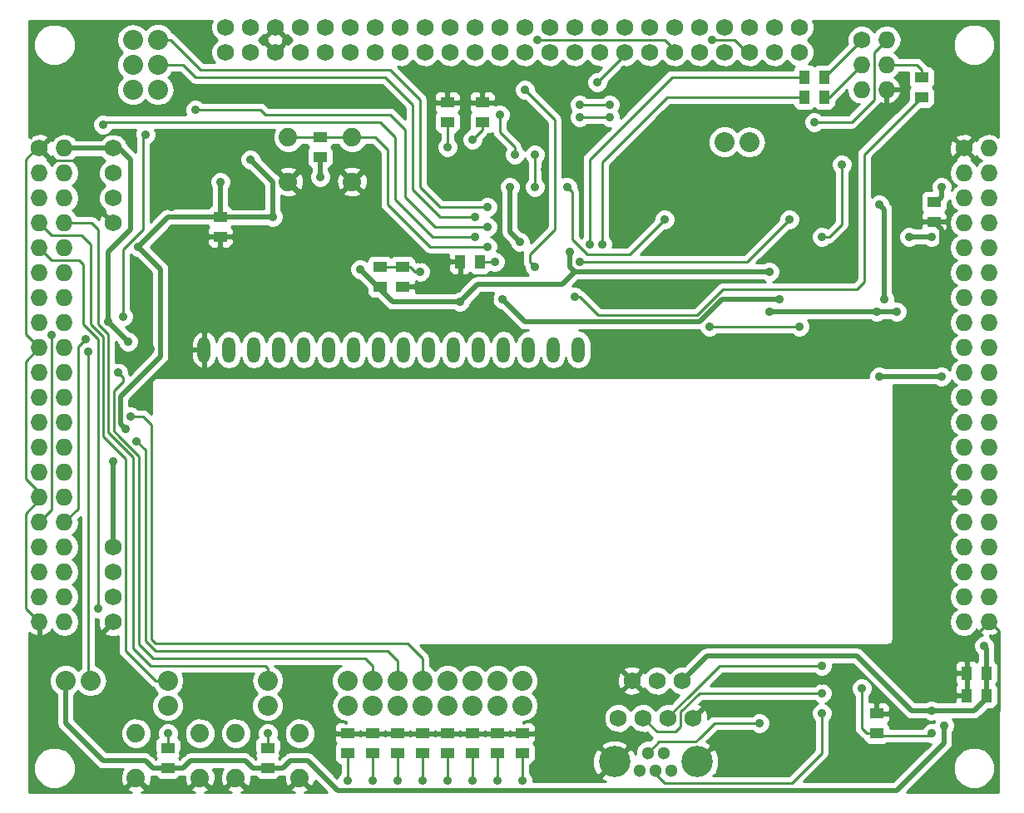
<source format=gbl>
%FSLAX34Y34*%
G04 Gerber Fmt 3.4, Leading zero omitted, Abs format*
G04 (created by PCBNEW (2014-02-26 BZR 4721)-product) date Donnerstag, 25. Dezember 2014 16:09:47*
%MOIN*%
G01*
G70*
G90*
G04 APERTURE LIST*
%ADD10C,0.005906*%
%ADD11R,0.043300X0.055100*%
%ADD12R,0.055100X0.043300*%
%ADD13C,0.051181*%
%ADD14C,0.125984*%
%ADD15C,0.080000*%
%ADD16O,0.080000X0.080000*%
%ADD17C,0.068000*%
%ADD18O,0.068000X0.068000*%
%ADD19C,0.074000*%
%ADD20O,0.051400X0.102900*%
%ADD21C,0.035000*%
%ADD22C,0.020000*%
%ADD23C,0.010000*%
G04 APERTURE END LIST*
G54D10*
G54D11*
X67993Y-49100D03*
X67207Y-49100D03*
X67993Y-48200D03*
X67207Y-48200D03*
G54D12*
X63600Y-50593D03*
X63600Y-49807D03*
G54D11*
X47693Y-31700D03*
X46907Y-31700D03*
G54D12*
X44600Y-31907D03*
X44600Y-32693D03*
X37300Y-29907D03*
X37300Y-30693D03*
G54D13*
X54120Y-52104D03*
X54435Y-51395D03*
X54750Y-52104D03*
X55064Y-51395D03*
X55379Y-52104D03*
G54D14*
X56403Y-51750D03*
X53096Y-51750D03*
G54D15*
X33800Y-23800D03*
G54D16*
X34800Y-23800D03*
G54D15*
X34800Y-22800D03*
G54D16*
X33800Y-22800D03*
G54D15*
X35200Y-49500D03*
G54D16*
X35200Y-48500D03*
G54D15*
X39200Y-49500D03*
G54D16*
X39200Y-48500D03*
G54D15*
X42400Y-48500D03*
G54D16*
X42400Y-49500D03*
G54D15*
X43400Y-48500D03*
G54D16*
X43400Y-49500D03*
G54D15*
X44400Y-48500D03*
G54D16*
X44400Y-49500D03*
G54D15*
X45400Y-48500D03*
G54D16*
X45400Y-49500D03*
G54D15*
X46400Y-48500D03*
G54D16*
X46400Y-49500D03*
G54D15*
X47400Y-48500D03*
G54D16*
X47400Y-49500D03*
G54D15*
X48400Y-48500D03*
G54D16*
X48400Y-49500D03*
G54D15*
X49400Y-48500D03*
G54D16*
X49400Y-49500D03*
G54D17*
X53800Y-48500D03*
X54800Y-48500D03*
X55800Y-48500D03*
G54D15*
X57500Y-26900D03*
G54D16*
X58500Y-26900D03*
G54D15*
X31100Y-48500D03*
G54D16*
X32100Y-48500D03*
G54D12*
X43700Y-31907D03*
X43700Y-32693D03*
G54D17*
X30050Y-27150D03*
G54D18*
X31050Y-27150D03*
X30050Y-28150D03*
X31050Y-28150D03*
X30050Y-29150D03*
X31050Y-29150D03*
X30050Y-30150D03*
X31050Y-30150D03*
X30050Y-31150D03*
X31050Y-31150D03*
X30050Y-32150D03*
X31050Y-32150D03*
X30050Y-33150D03*
X31050Y-33150D03*
X30050Y-34150D03*
X31050Y-34150D03*
X30050Y-35150D03*
X31050Y-35150D03*
X30050Y-36150D03*
X31050Y-36150D03*
X30050Y-37150D03*
X31050Y-37150D03*
X30050Y-38150D03*
X31050Y-38150D03*
X30050Y-39150D03*
X31050Y-39150D03*
X30050Y-40150D03*
X31050Y-40150D03*
X30050Y-41150D03*
X31050Y-41150D03*
X30050Y-42150D03*
X31050Y-42150D03*
X30050Y-43150D03*
X31050Y-43150D03*
X30050Y-44150D03*
X31050Y-44150D03*
X30050Y-45150D03*
X31050Y-45150D03*
X30050Y-46150D03*
X31050Y-46150D03*
G54D17*
X67100Y-27150D03*
G54D18*
X68100Y-27150D03*
X67100Y-28150D03*
X68100Y-28150D03*
X67100Y-29150D03*
X68100Y-29150D03*
X67100Y-30150D03*
X68100Y-30150D03*
X67100Y-31150D03*
X68100Y-31150D03*
X67100Y-32150D03*
X68100Y-32150D03*
X67100Y-33150D03*
X68100Y-33150D03*
X67100Y-34150D03*
X68100Y-34150D03*
X67100Y-35150D03*
X68100Y-35150D03*
X67100Y-36150D03*
X68100Y-36150D03*
X67100Y-37150D03*
X68100Y-37150D03*
X67100Y-38150D03*
X68100Y-38150D03*
X67100Y-39150D03*
X68100Y-39150D03*
X67100Y-40150D03*
X68100Y-40150D03*
X67100Y-41150D03*
X68100Y-41150D03*
X67100Y-42150D03*
X68100Y-42150D03*
X67100Y-43150D03*
X68100Y-43150D03*
X67100Y-44150D03*
X68100Y-44150D03*
X67100Y-45150D03*
X68100Y-45150D03*
X67100Y-46150D03*
X68100Y-46150D03*
G54D17*
X56250Y-50000D03*
X55250Y-50000D03*
X54250Y-50000D03*
X53250Y-50000D03*
X37500Y-22300D03*
X38500Y-22300D03*
X39500Y-22300D03*
X40500Y-22300D03*
X41500Y-22300D03*
X42500Y-22300D03*
X43500Y-22300D03*
X44500Y-22300D03*
X45500Y-22300D03*
X46500Y-22300D03*
X47500Y-22300D03*
X48500Y-22300D03*
X49500Y-22300D03*
X50500Y-22300D03*
X51500Y-22300D03*
X52500Y-22300D03*
X53500Y-22300D03*
X54500Y-22300D03*
X55500Y-22300D03*
X56500Y-22300D03*
X57500Y-22300D03*
X58500Y-22300D03*
X59500Y-22300D03*
X60500Y-22300D03*
X37500Y-23300D03*
X38500Y-23300D03*
X39500Y-23300D03*
X40500Y-23300D03*
X41500Y-23300D03*
X42500Y-23300D03*
X43500Y-23300D03*
X44500Y-23300D03*
X45500Y-23300D03*
X46500Y-23300D03*
X47500Y-23300D03*
X48500Y-23300D03*
X49500Y-23300D03*
X50500Y-23300D03*
X51500Y-23300D03*
X52500Y-23300D03*
X53500Y-23300D03*
X54500Y-23300D03*
X55500Y-23300D03*
X56500Y-23300D03*
X57500Y-23300D03*
X58500Y-23300D03*
X59500Y-23300D03*
X60500Y-23300D03*
X63000Y-22800D03*
G54D18*
X64000Y-22800D03*
X63000Y-23800D03*
X64000Y-23800D03*
X63000Y-24800D03*
X64000Y-24800D03*
G54D17*
X33000Y-30150D03*
X33000Y-29150D03*
X33000Y-28150D03*
X33000Y-27150D03*
X33000Y-43150D03*
X33000Y-44150D03*
X33000Y-45150D03*
X33000Y-46150D03*
G54D12*
X35200Y-51993D03*
X35200Y-51207D03*
X39200Y-51993D03*
X39200Y-51207D03*
X42400Y-51393D03*
X42400Y-50607D03*
X43400Y-51393D03*
X43400Y-50607D03*
X44400Y-51393D03*
X44400Y-50607D03*
X45400Y-51393D03*
X45400Y-50607D03*
X46400Y-51393D03*
X46400Y-50607D03*
X47400Y-51393D03*
X47400Y-50607D03*
X48400Y-51393D03*
X48400Y-50607D03*
X49400Y-51393D03*
X49400Y-50607D03*
X41300Y-27493D03*
X41300Y-26707D03*
X65900Y-29307D03*
X65900Y-30093D03*
G54D11*
X60707Y-24300D03*
X61493Y-24300D03*
X61493Y-25100D03*
X60707Y-25100D03*
G54D12*
X65400Y-25093D03*
X65400Y-24307D03*
X47800Y-26093D03*
X47800Y-25307D03*
X46400Y-26093D03*
X46400Y-25307D03*
G54D19*
X36480Y-52390D03*
X33920Y-52390D03*
X36480Y-50610D03*
X33920Y-50610D03*
X40480Y-52390D03*
X37920Y-52390D03*
X40480Y-50610D03*
X37920Y-50610D03*
X42580Y-28490D03*
X40020Y-28490D03*
X42580Y-26710D03*
X40020Y-26710D03*
G54D20*
X36649Y-35227D03*
X37649Y-35227D03*
X38649Y-35227D03*
X39649Y-35227D03*
X40649Y-35227D03*
X41649Y-35227D03*
X42649Y-35227D03*
X43649Y-35227D03*
X44649Y-35227D03*
X45649Y-35227D03*
X46649Y-35227D03*
X47649Y-35227D03*
X48649Y-35227D03*
X49649Y-35227D03*
X50649Y-35227D03*
X51649Y-35227D03*
G54D15*
X33800Y-24800D03*
G54D16*
X34800Y-24800D03*
G54D21*
X66200Y-28700D03*
X66300Y-50300D03*
X66200Y-36300D03*
X33600Y-34900D03*
X63700Y-36300D03*
X32800Y-34100D03*
X65800Y-30700D03*
X64900Y-30700D03*
X60500Y-34300D03*
X56900Y-34300D03*
X61400Y-49000D03*
X61400Y-47900D03*
X47500Y-29900D03*
X52900Y-25900D03*
X51700Y-25900D03*
X48000Y-29500D03*
X52900Y-25400D03*
X51700Y-25400D03*
X48000Y-30300D03*
X36300Y-25600D03*
X33400Y-33900D03*
X34300Y-26600D03*
X31900Y-34800D03*
X57000Y-22800D03*
X47500Y-30700D03*
X30550Y-34650D03*
X32600Y-26200D03*
X50000Y-22800D03*
X49900Y-27400D03*
X52400Y-24500D03*
X49900Y-28700D03*
X39500Y-25400D03*
X39800Y-51400D03*
X64300Y-48300D03*
X63600Y-49200D03*
X65800Y-32700D03*
X55800Y-28300D03*
X55800Y-32600D03*
X55800Y-30500D03*
X45300Y-31600D03*
X38600Y-51400D03*
X35800Y-51400D03*
X34600Y-51400D03*
X34500Y-35200D03*
X35350Y-29500D03*
X46800Y-29000D03*
X48100Y-33200D03*
X61400Y-48500D03*
X64300Y-50300D03*
X49800Y-30700D03*
X50300Y-28000D03*
X53300Y-33200D03*
X53300Y-27600D03*
X32400Y-45600D03*
X46400Y-27100D03*
X49500Y-24800D03*
X49900Y-31900D03*
X48500Y-25800D03*
X49100Y-27400D03*
X52100Y-31000D03*
X51500Y-33100D03*
X45300Y-32100D03*
X63000Y-48800D03*
X65800Y-50600D03*
X48300Y-31700D03*
X58900Y-50200D03*
X61400Y-49800D03*
X42400Y-52500D03*
X62200Y-27800D03*
X61400Y-30700D03*
X61100Y-26100D03*
X47400Y-26800D03*
X43400Y-52500D03*
X44400Y-52500D03*
X45400Y-52500D03*
X46400Y-52500D03*
X47400Y-52500D03*
X48400Y-52500D03*
X49400Y-52500D03*
X32000Y-35300D03*
X35200Y-50600D03*
X39200Y-50600D03*
X48000Y-31100D03*
X51700Y-31700D03*
X60100Y-30000D03*
X52600Y-31000D03*
X51200Y-28700D03*
X55100Y-30000D03*
X33200Y-36150D03*
X33950Y-38900D03*
X33700Y-37900D03*
X63900Y-33200D03*
X63700Y-29400D03*
X59700Y-33200D03*
X48600Y-33200D03*
X65800Y-49700D03*
X67900Y-47100D03*
X42900Y-32000D03*
X33500Y-38400D03*
X33000Y-39700D03*
X49300Y-30900D03*
X48900Y-28700D03*
X34000Y-31100D03*
X38500Y-27600D03*
X37300Y-28500D03*
X39400Y-29900D03*
X41300Y-28300D03*
X46900Y-33300D03*
X51300Y-31300D03*
X59300Y-32100D03*
X59300Y-33700D03*
X63600Y-33700D03*
X64400Y-33700D03*
G54D22*
X65993Y-29307D02*
X65900Y-29307D01*
X66200Y-29100D02*
X65993Y-29307D01*
X66200Y-28700D02*
X66200Y-29100D01*
X35200Y-51993D02*
X34593Y-51993D01*
X31100Y-49500D02*
X31100Y-48500D01*
X31100Y-50200D02*
X31100Y-49500D01*
X32600Y-51700D02*
X31100Y-50200D01*
X34300Y-51700D02*
X32600Y-51700D01*
X34593Y-51993D02*
X34300Y-51700D01*
X39200Y-51993D02*
X38593Y-51993D01*
X35807Y-51993D02*
X35200Y-51993D01*
X36100Y-51700D02*
X35807Y-51993D01*
X38300Y-51700D02*
X36100Y-51700D01*
X38593Y-51993D02*
X38300Y-51700D01*
X42000Y-52900D02*
X40900Y-51800D01*
X66300Y-50300D02*
X66300Y-51000D01*
X66300Y-51000D02*
X64400Y-52900D01*
X64400Y-52900D02*
X42000Y-52900D01*
X39807Y-51993D02*
X39200Y-51993D01*
X40100Y-51700D02*
X39807Y-51993D01*
X40800Y-51700D02*
X40100Y-51700D01*
X40900Y-51800D02*
X40800Y-51700D01*
X32800Y-34100D02*
X33600Y-34900D01*
X63700Y-36300D02*
X66200Y-36300D01*
X33000Y-27150D02*
X33250Y-27150D01*
X32800Y-31300D02*
X32800Y-34100D01*
X33700Y-30400D02*
X32800Y-31300D01*
X33700Y-27600D02*
X33700Y-30400D01*
X33250Y-27150D02*
X33700Y-27600D01*
X31050Y-27150D02*
X33000Y-27150D01*
X64900Y-30700D02*
X65800Y-30700D01*
G54D23*
X56900Y-34300D02*
X60500Y-34300D01*
X54250Y-50000D02*
X54800Y-50550D01*
X56600Y-49000D02*
X61400Y-49000D01*
X56500Y-49000D02*
X56600Y-49000D01*
X55750Y-49750D02*
X56500Y-49000D01*
X55750Y-50350D02*
X55750Y-49750D01*
X55550Y-50550D02*
X55750Y-50350D01*
X54800Y-50550D02*
X55550Y-50550D01*
X55250Y-50000D02*
X55250Y-49950D01*
X56100Y-49100D02*
X57300Y-47900D01*
X57300Y-47900D02*
X61400Y-47900D01*
X55250Y-49950D02*
X56100Y-49100D01*
X36300Y-24300D02*
X35800Y-23800D01*
X47500Y-29900D02*
X46100Y-29900D01*
X45000Y-25400D02*
X43900Y-24300D01*
X45000Y-28800D02*
X45000Y-25400D01*
X46100Y-29900D02*
X45000Y-28800D01*
X43900Y-24300D02*
X36300Y-24300D01*
X35800Y-23800D02*
X34800Y-23800D01*
X51700Y-25900D02*
X52900Y-25900D01*
X37200Y-24000D02*
X36500Y-24000D01*
X46100Y-29500D02*
X45300Y-28700D01*
X45300Y-28700D02*
X45300Y-25200D01*
X45300Y-25200D02*
X44100Y-24000D01*
X48000Y-29500D02*
X46100Y-29500D01*
X44100Y-24000D02*
X37200Y-24000D01*
X35300Y-22800D02*
X34800Y-22800D01*
X36500Y-24000D02*
X35300Y-22800D01*
X51700Y-25400D02*
X52900Y-25400D01*
X48000Y-30300D02*
X45900Y-30300D01*
X45900Y-30300D02*
X44700Y-29100D01*
X44700Y-26400D02*
X44700Y-29100D01*
X44100Y-25800D02*
X44700Y-26400D01*
X39100Y-25800D02*
X44100Y-25800D01*
X38900Y-25600D02*
X39100Y-25800D01*
X36300Y-25600D02*
X38900Y-25600D01*
X31050Y-42150D02*
X31600Y-41600D01*
X33400Y-31200D02*
X33400Y-33900D01*
X34200Y-30400D02*
X33400Y-31200D01*
X34200Y-26700D02*
X34200Y-30400D01*
X34300Y-26600D02*
X34200Y-26700D01*
X31600Y-35100D02*
X31600Y-41600D01*
X31900Y-34800D02*
X31600Y-35100D01*
X57000Y-22800D02*
X57900Y-22800D01*
X57900Y-22800D02*
X58400Y-23300D01*
X58400Y-23300D02*
X58500Y-23300D01*
X44300Y-29200D02*
X44300Y-26700D01*
X45800Y-30700D02*
X44300Y-29200D01*
X47500Y-30700D02*
X45800Y-30700D01*
X32700Y-26100D02*
X32600Y-26200D01*
X43700Y-26100D02*
X32700Y-26100D01*
X44300Y-26700D02*
X43700Y-26100D01*
X30550Y-41650D02*
X30550Y-34650D01*
X30050Y-42150D02*
X30550Y-41650D01*
X55500Y-23200D02*
X55500Y-23300D01*
X55100Y-22800D02*
X55500Y-23200D01*
X50000Y-22800D02*
X55100Y-22800D01*
X53500Y-23400D02*
X53500Y-23300D01*
X52400Y-24500D02*
X53500Y-23400D01*
X49900Y-28700D02*
X49900Y-27500D01*
X49900Y-27500D02*
X49900Y-27400D01*
G54D22*
X65900Y-30093D02*
X65900Y-30100D01*
X65800Y-31400D02*
X65800Y-32700D01*
X66200Y-31000D02*
X65800Y-31400D01*
X66200Y-30400D02*
X66200Y-31000D01*
X65900Y-30100D02*
X66200Y-30400D01*
G54D23*
X55800Y-28300D02*
X55800Y-30500D01*
X68100Y-46150D02*
X68150Y-46150D01*
X68500Y-49700D02*
X68100Y-50100D01*
X68500Y-46500D02*
X68500Y-49700D01*
X68150Y-46150D02*
X68500Y-46500D01*
X67207Y-48200D02*
X67207Y-49100D01*
X67207Y-48200D02*
X67207Y-47043D01*
X67207Y-47043D02*
X68100Y-46150D01*
X30050Y-27150D02*
X30550Y-27650D01*
X32300Y-29450D02*
X33000Y-30150D01*
X32300Y-28150D02*
X32300Y-29450D01*
X31800Y-27650D02*
X32300Y-28150D01*
X30550Y-27650D02*
X31800Y-27650D01*
X30050Y-41150D02*
X30050Y-41250D01*
X29500Y-45600D02*
X30050Y-46150D01*
X29500Y-41800D02*
X29500Y-45600D01*
X30050Y-41250D02*
X29500Y-41800D01*
X30050Y-35150D02*
X29500Y-35700D01*
X30050Y-40950D02*
X30050Y-41150D01*
X29500Y-40400D02*
X30050Y-40950D01*
X29500Y-35700D02*
X29500Y-40400D01*
X30050Y-27150D02*
X29950Y-27150D01*
X29500Y-34600D02*
X30050Y-35150D01*
X29500Y-27600D02*
X29500Y-34600D01*
X29950Y-27150D02*
X29500Y-27600D01*
X32800Y-34600D02*
X32400Y-34200D01*
X39200Y-48000D02*
X39100Y-47900D01*
X39100Y-47900D02*
X34500Y-47900D01*
X34500Y-47900D02*
X33800Y-47200D01*
X33800Y-47200D02*
X33800Y-39532D01*
X33800Y-39532D02*
X32800Y-38532D01*
X32800Y-38532D02*
X32800Y-34600D01*
X39200Y-48500D02*
X39200Y-48000D01*
X32150Y-30150D02*
X31050Y-30150D01*
X32400Y-30400D02*
X32150Y-30150D01*
X32400Y-34200D02*
X32400Y-30400D01*
X32100Y-31400D02*
X32100Y-31000D01*
X34700Y-48500D02*
X33500Y-47300D01*
X33500Y-47300D02*
X33500Y-39600D01*
X33500Y-39600D02*
X32599Y-38699D01*
X32599Y-38699D02*
X32599Y-34699D01*
X32599Y-34699D02*
X32100Y-34200D01*
X32100Y-34200D02*
X32100Y-31400D01*
X35200Y-48500D02*
X34700Y-48500D01*
X30550Y-30650D02*
X30050Y-30150D01*
X31750Y-30650D02*
X30550Y-30650D01*
X32100Y-31000D02*
X31750Y-30650D01*
X31500Y-31650D02*
X31650Y-31650D01*
X30300Y-31400D02*
X30050Y-31150D01*
X30550Y-31650D02*
X31500Y-31650D01*
X30300Y-31400D02*
X30550Y-31650D01*
X32399Y-45599D02*
X32400Y-45600D01*
X32399Y-34799D02*
X32399Y-45599D01*
X31800Y-34200D02*
X32399Y-34799D01*
X31800Y-31800D02*
X31800Y-34200D01*
X31650Y-31650D02*
X31800Y-31800D01*
X46400Y-27100D02*
X46400Y-26093D01*
X50700Y-26000D02*
X49500Y-24800D01*
X50700Y-30400D02*
X50700Y-26000D01*
X49700Y-31400D02*
X50700Y-30400D01*
X49700Y-31700D02*
X49700Y-31400D01*
X49900Y-31900D02*
X49700Y-31700D01*
X49100Y-27400D02*
X49100Y-27100D01*
X48500Y-26500D02*
X48500Y-25800D01*
X49100Y-27100D02*
X48500Y-26500D01*
X55400Y-24300D02*
X60707Y-24300D01*
X52100Y-27600D02*
X55400Y-24300D01*
X52100Y-31000D02*
X52100Y-27600D01*
X56196Y-33849D02*
X56396Y-33849D01*
X51700Y-33100D02*
X52449Y-33849D01*
X52449Y-33849D02*
X56196Y-33849D01*
X63100Y-32300D02*
X63100Y-31800D01*
X63100Y-27393D02*
X65400Y-25093D01*
X63100Y-31800D02*
X63100Y-27393D01*
X51500Y-33100D02*
X51700Y-33100D01*
X63100Y-32500D02*
X63100Y-32300D01*
X62800Y-32800D02*
X63100Y-32500D01*
X57446Y-32800D02*
X62800Y-32800D01*
X56396Y-33849D02*
X57446Y-32800D01*
X44907Y-31907D02*
X44600Y-31907D01*
X45100Y-32100D02*
X44907Y-31907D01*
X45300Y-32100D02*
X45100Y-32100D01*
X44607Y-31900D02*
X44600Y-31907D01*
X44600Y-31907D02*
X43700Y-31907D01*
X44607Y-31900D02*
X44600Y-31907D01*
X43714Y-31893D02*
X43700Y-31907D01*
X63193Y-50593D02*
X63600Y-50593D01*
X63000Y-50400D02*
X63193Y-50593D01*
X63000Y-48800D02*
X63000Y-50400D01*
X63707Y-50700D02*
X63600Y-50593D01*
X65700Y-50700D02*
X63707Y-50700D01*
X65800Y-50600D02*
X65700Y-50700D01*
X48300Y-31700D02*
X47693Y-31700D01*
X56500Y-50800D02*
X56350Y-50950D01*
X56500Y-50800D02*
X57100Y-50200D01*
X57100Y-50200D02*
X58900Y-50200D01*
X54880Y-50950D02*
X54435Y-51395D01*
X56350Y-50950D02*
X54880Y-50950D01*
X54750Y-52104D02*
X54750Y-52250D01*
X61400Y-51400D02*
X61400Y-49800D01*
X60200Y-52600D02*
X61400Y-51400D01*
X56900Y-52600D02*
X60200Y-52600D01*
X55100Y-52600D02*
X56900Y-52600D01*
X54750Y-52250D02*
X55100Y-52600D01*
X42400Y-52500D02*
X42400Y-51393D01*
X62200Y-27800D02*
X62200Y-29900D01*
X62200Y-29900D02*
X62200Y-30200D01*
X62200Y-30200D02*
X61700Y-30700D01*
X61700Y-30700D02*
X61400Y-30700D01*
X62900Y-25800D02*
X62600Y-26100D01*
X62900Y-25800D02*
X63500Y-25200D01*
X63500Y-25200D02*
X63500Y-23300D01*
X64000Y-22800D02*
X63500Y-23300D01*
X62600Y-26100D02*
X61100Y-26100D01*
X47800Y-26400D02*
X47800Y-26093D01*
X47400Y-26800D02*
X47800Y-26400D01*
X43400Y-52500D02*
X43400Y-51393D01*
X44400Y-52500D02*
X44400Y-51393D01*
X45400Y-52500D02*
X45400Y-51393D01*
X46400Y-52500D02*
X46400Y-51393D01*
X47400Y-52500D02*
X47400Y-51393D01*
X48400Y-52500D02*
X48400Y-51393D01*
X49400Y-52500D02*
X49400Y-51393D01*
X32000Y-35300D02*
X32000Y-48400D01*
X32100Y-48500D02*
X32000Y-48400D01*
X35200Y-51207D02*
X35200Y-50600D01*
X36477Y-50607D02*
X36480Y-50610D01*
X33923Y-50607D02*
X33920Y-50610D01*
X39200Y-51207D02*
X39200Y-50600D01*
X40477Y-50607D02*
X40480Y-50610D01*
X37923Y-50607D02*
X37920Y-50610D01*
X61493Y-24300D02*
X61500Y-24300D01*
X61500Y-24300D02*
X63000Y-22800D01*
X61493Y-25100D02*
X61700Y-25100D01*
X61700Y-25100D02*
X63000Y-23800D01*
X65400Y-24307D02*
X65400Y-24000D01*
X65200Y-23800D02*
X64000Y-23800D01*
X65400Y-24000D02*
X65200Y-23800D01*
X48000Y-31100D02*
X45700Y-31100D01*
X43510Y-26710D02*
X42580Y-26710D01*
X44000Y-27200D02*
X43510Y-26710D01*
X44000Y-29400D02*
X44000Y-27200D01*
X45700Y-31100D02*
X44000Y-29400D01*
X41300Y-26707D02*
X40023Y-26707D01*
X40023Y-26707D02*
X40020Y-26710D01*
X42580Y-26710D02*
X41303Y-26710D01*
X41303Y-26710D02*
X41300Y-26707D01*
X51700Y-31700D02*
X58400Y-31700D01*
X58400Y-31700D02*
X60100Y-30000D01*
X55200Y-25100D02*
X60707Y-25100D01*
X54800Y-25500D02*
X55200Y-25100D01*
X52600Y-27700D02*
X54800Y-25500D01*
X52600Y-31000D02*
X52600Y-27700D01*
X51200Y-28700D02*
X51400Y-28900D01*
X53700Y-31400D02*
X55100Y-30000D01*
X52000Y-31400D02*
X53700Y-31400D01*
X51400Y-30800D02*
X52000Y-31400D01*
X51400Y-28900D02*
X51400Y-30800D01*
X33250Y-38700D02*
X33025Y-38475D01*
X34050Y-39500D02*
X33250Y-38700D01*
X41900Y-47600D02*
X34600Y-47600D01*
X43400Y-47900D02*
X43100Y-47600D01*
X43100Y-47600D02*
X41900Y-47600D01*
X43400Y-48500D02*
X43400Y-47900D01*
X34050Y-47050D02*
X34050Y-39750D01*
X34600Y-47600D02*
X34050Y-47050D01*
X34050Y-39750D02*
X34050Y-39500D01*
X33400Y-36350D02*
X33200Y-36150D01*
X33400Y-36500D02*
X33400Y-36350D01*
X33025Y-36875D02*
X33400Y-36500D01*
X33025Y-38475D02*
X33025Y-36875D01*
X41950Y-47300D02*
X34700Y-47300D01*
X34300Y-46900D02*
X34300Y-39250D01*
X34700Y-47300D02*
X34300Y-46900D01*
X34300Y-39250D02*
X33950Y-38900D01*
X41900Y-47300D02*
X41950Y-47300D01*
X41950Y-47300D02*
X43400Y-47300D01*
X44400Y-47700D02*
X44000Y-47300D01*
X44000Y-47300D02*
X43400Y-47300D01*
X44400Y-47700D02*
X44400Y-48500D01*
X34200Y-37900D02*
X33700Y-37900D01*
X34550Y-38250D02*
X34200Y-37900D01*
X41950Y-47000D02*
X34700Y-47000D01*
X34550Y-46850D02*
X34550Y-38800D01*
X34700Y-47000D02*
X34550Y-46850D01*
X34550Y-38800D02*
X34550Y-38250D01*
X41900Y-47000D02*
X41950Y-47000D01*
X41950Y-47000D02*
X43400Y-47000D01*
X45400Y-47600D02*
X44800Y-47000D01*
X44800Y-47000D02*
X43400Y-47000D01*
X45400Y-47600D02*
X45400Y-48500D01*
G54D22*
X55800Y-48500D02*
X56300Y-48000D01*
X65000Y-49700D02*
X65800Y-49700D01*
X62800Y-47500D02*
X65000Y-49700D01*
X56800Y-47500D02*
X62800Y-47500D01*
X56700Y-47600D02*
X56800Y-47500D01*
X56600Y-47700D02*
X56700Y-47600D01*
X56300Y-48000D02*
X56600Y-47700D01*
X63900Y-33200D02*
X63900Y-33000D01*
X63900Y-29600D02*
X63700Y-29400D01*
X63900Y-33000D02*
X63900Y-29600D01*
X56500Y-34100D02*
X57400Y-33200D01*
X57400Y-33200D02*
X59700Y-33200D01*
X49500Y-34100D02*
X48600Y-33200D01*
X56300Y-34100D02*
X49500Y-34100D01*
X56300Y-34100D02*
X56500Y-34100D01*
X67993Y-49100D02*
X67993Y-49207D01*
X67993Y-49207D02*
X67500Y-49700D01*
X67500Y-49700D02*
X65800Y-49700D01*
X67993Y-48200D02*
X67993Y-47193D01*
X67993Y-47193D02*
X67900Y-47100D01*
X67993Y-49100D02*
X67993Y-48200D01*
X43593Y-32693D02*
X42900Y-32000D01*
X43593Y-32693D02*
X43700Y-32693D01*
X33300Y-37100D02*
X34900Y-35500D01*
X33300Y-38200D02*
X33300Y-37100D01*
X33000Y-43150D02*
X33000Y-39700D01*
X33500Y-38400D02*
X33300Y-38200D01*
X34900Y-32000D02*
X34000Y-31100D01*
X34900Y-35500D02*
X34900Y-32000D01*
X48900Y-30500D02*
X49300Y-30900D01*
X48900Y-30200D02*
X48900Y-30500D01*
X48900Y-28700D02*
X48900Y-30200D01*
X34000Y-31100D02*
X35100Y-30000D01*
X37293Y-29900D02*
X37300Y-29907D01*
X35200Y-29900D02*
X37293Y-29900D01*
X35100Y-30000D02*
X35200Y-29900D01*
X39400Y-29900D02*
X39400Y-28500D01*
X39400Y-28500D02*
X38500Y-27600D01*
X37300Y-29907D02*
X37300Y-28500D01*
X51500Y-32100D02*
X51000Y-32600D01*
X47600Y-32600D02*
X46900Y-33300D01*
X51000Y-32600D02*
X47600Y-32600D01*
X39393Y-29907D02*
X37300Y-29907D01*
X39400Y-29900D02*
X39393Y-29907D01*
X41300Y-27493D02*
X41300Y-28300D01*
X43700Y-32800D02*
X43700Y-32693D01*
X44200Y-33300D02*
X43700Y-32800D01*
X46900Y-33300D02*
X44200Y-33300D01*
X51300Y-31300D02*
X51300Y-31900D01*
X51500Y-32100D02*
X59300Y-32100D01*
X51300Y-31900D02*
X51500Y-32100D01*
X63600Y-33700D02*
X59300Y-33700D01*
X64400Y-33700D02*
X63600Y-33700D01*
G54D10*
G36*
X30107Y-35200D02*
X30100Y-35200D01*
X30100Y-35207D01*
X30000Y-35207D01*
X30000Y-35200D01*
X29992Y-35200D01*
X29992Y-35100D01*
X30000Y-35100D01*
X30000Y-35092D01*
X30100Y-35092D01*
X30100Y-35100D01*
X30107Y-35100D01*
X30107Y-35200D01*
X30107Y-35200D01*
G37*
G54D23*
X30107Y-35200D02*
X30100Y-35200D01*
X30100Y-35207D01*
X30000Y-35207D01*
X30000Y-35200D01*
X29992Y-35200D01*
X29992Y-35100D01*
X30000Y-35100D01*
X30000Y-35092D01*
X30100Y-35092D01*
X30100Y-35100D01*
X30107Y-35100D01*
X30107Y-35200D01*
G54D10*
G36*
X30107Y-41200D02*
X30100Y-41200D01*
X30100Y-41207D01*
X30000Y-41207D01*
X30000Y-41200D01*
X29992Y-41200D01*
X29992Y-41100D01*
X30000Y-41100D01*
X30000Y-41092D01*
X30100Y-41092D01*
X30100Y-41100D01*
X30107Y-41100D01*
X30107Y-41200D01*
X30107Y-41200D01*
G37*
G54D23*
X30107Y-41200D02*
X30100Y-41200D01*
X30100Y-41207D01*
X30000Y-41207D01*
X30000Y-41200D01*
X29992Y-41200D01*
X29992Y-41100D01*
X30000Y-41100D01*
X30000Y-41092D01*
X30100Y-41092D01*
X30100Y-41100D01*
X30107Y-41100D01*
X30107Y-41200D01*
G54D10*
G36*
X33076Y-30155D02*
X33005Y-30226D01*
X33000Y-30220D01*
X32994Y-30226D01*
X32923Y-30155D01*
X32929Y-30150D01*
X32585Y-29805D01*
X32485Y-29838D01*
X32426Y-30001D01*
X32362Y-29937D01*
X32264Y-29872D01*
X32150Y-29850D01*
X31553Y-29850D01*
X31467Y-29721D01*
X31360Y-29650D01*
X31467Y-29578D01*
X31595Y-29387D01*
X31640Y-29161D01*
X31640Y-29138D01*
X31595Y-28912D01*
X31467Y-28721D01*
X31360Y-28650D01*
X31467Y-28578D01*
X31595Y-28387D01*
X31640Y-28161D01*
X31640Y-28138D01*
X31595Y-27912D01*
X31467Y-27721D01*
X31360Y-27650D01*
X31467Y-27578D01*
X31519Y-27500D01*
X32515Y-27500D01*
X32665Y-27649D01*
X32665Y-27650D01*
X32500Y-27815D01*
X32410Y-28032D01*
X32409Y-28266D01*
X32499Y-28483D01*
X32665Y-28649D01*
X32665Y-28650D01*
X32500Y-28815D01*
X32410Y-29032D01*
X32409Y-29266D01*
X32499Y-29483D01*
X32665Y-29649D01*
X32681Y-29656D01*
X32655Y-29735D01*
X33000Y-30079D01*
X33005Y-30073D01*
X33076Y-30144D01*
X33070Y-30150D01*
X33076Y-30155D01*
X33076Y-30155D01*
G37*
G54D23*
X33076Y-30155D02*
X33005Y-30226D01*
X33000Y-30220D01*
X32994Y-30226D01*
X32923Y-30155D01*
X32929Y-30150D01*
X32585Y-29805D01*
X32485Y-29838D01*
X32426Y-30001D01*
X32362Y-29937D01*
X32264Y-29872D01*
X32150Y-29850D01*
X31553Y-29850D01*
X31467Y-29721D01*
X31360Y-29650D01*
X31467Y-29578D01*
X31595Y-29387D01*
X31640Y-29161D01*
X31640Y-29138D01*
X31595Y-28912D01*
X31467Y-28721D01*
X31360Y-28650D01*
X31467Y-28578D01*
X31595Y-28387D01*
X31640Y-28161D01*
X31640Y-28138D01*
X31595Y-27912D01*
X31467Y-27721D01*
X31360Y-27650D01*
X31467Y-27578D01*
X31519Y-27500D01*
X32515Y-27500D01*
X32665Y-27649D01*
X32665Y-27650D01*
X32500Y-27815D01*
X32410Y-28032D01*
X32409Y-28266D01*
X32499Y-28483D01*
X32665Y-28649D01*
X32665Y-28650D01*
X32500Y-28815D01*
X32410Y-29032D01*
X32409Y-29266D01*
X32499Y-29483D01*
X32665Y-29649D01*
X32681Y-29656D01*
X32655Y-29735D01*
X33000Y-30079D01*
X33005Y-30073D01*
X33076Y-30144D01*
X33070Y-30150D01*
X33076Y-30155D01*
G54D10*
G36*
X34550Y-35355D02*
X33674Y-36230D01*
X33624Y-36157D01*
X33624Y-36157D01*
X33625Y-36065D01*
X33560Y-35909D01*
X33441Y-35789D01*
X33284Y-35725D01*
X33115Y-35724D01*
X33100Y-35731D01*
X33100Y-34894D01*
X33174Y-34969D01*
X33174Y-34984D01*
X33239Y-35140D01*
X33358Y-35260D01*
X33515Y-35324D01*
X33684Y-35325D01*
X33840Y-35260D01*
X33960Y-35141D01*
X34024Y-34984D01*
X34025Y-34815D01*
X33960Y-34659D01*
X33841Y-34539D01*
X33684Y-34475D01*
X33670Y-34475D01*
X33509Y-34314D01*
X33640Y-34260D01*
X33760Y-34141D01*
X33824Y-33984D01*
X33825Y-33815D01*
X33760Y-33659D01*
X33700Y-33598D01*
X33700Y-31401D01*
X33758Y-31460D01*
X33915Y-31524D01*
X33929Y-31524D01*
X34550Y-32144D01*
X34550Y-35355D01*
X34550Y-35355D01*
G37*
G54D23*
X34550Y-35355D02*
X33674Y-36230D01*
X33624Y-36157D01*
X33624Y-36157D01*
X33625Y-36065D01*
X33560Y-35909D01*
X33441Y-35789D01*
X33284Y-35725D01*
X33115Y-35724D01*
X33100Y-35731D01*
X33100Y-34894D01*
X33174Y-34969D01*
X33174Y-34984D01*
X33239Y-35140D01*
X33358Y-35260D01*
X33515Y-35324D01*
X33684Y-35325D01*
X33840Y-35260D01*
X33960Y-35141D01*
X34024Y-34984D01*
X34025Y-34815D01*
X33960Y-34659D01*
X33841Y-34539D01*
X33684Y-34475D01*
X33670Y-34475D01*
X33509Y-34314D01*
X33640Y-34260D01*
X33760Y-34141D01*
X33824Y-33984D01*
X33825Y-33815D01*
X33760Y-33659D01*
X33700Y-33598D01*
X33700Y-31401D01*
X33758Y-31460D01*
X33915Y-31524D01*
X33929Y-31524D01*
X34550Y-32144D01*
X34550Y-35355D01*
G54D10*
G36*
X40165Y-22800D02*
X40000Y-22965D01*
X39993Y-22981D01*
X39914Y-22955D01*
X39844Y-23026D01*
X39844Y-22885D01*
X39816Y-22800D01*
X39844Y-22714D01*
X39500Y-22370D01*
X39155Y-22714D01*
X39183Y-22800D01*
X39155Y-22885D01*
X39500Y-23229D01*
X39844Y-22885D01*
X39844Y-23026D01*
X39570Y-23300D01*
X39576Y-23305D01*
X39505Y-23376D01*
X39500Y-23370D01*
X39494Y-23376D01*
X39423Y-23305D01*
X39429Y-23300D01*
X39085Y-22955D01*
X39006Y-22981D01*
X39000Y-22966D01*
X38834Y-22800D01*
X38834Y-22799D01*
X38999Y-22634D01*
X39006Y-22618D01*
X39085Y-22644D01*
X39429Y-22300D01*
X39423Y-22294D01*
X39494Y-22223D01*
X39500Y-22229D01*
X39505Y-22223D01*
X39576Y-22294D01*
X39570Y-22300D01*
X39914Y-22644D01*
X39993Y-22618D01*
X39999Y-22633D01*
X40165Y-22799D01*
X40165Y-22800D01*
X40165Y-22800D01*
G37*
G54D23*
X40165Y-22800D02*
X40000Y-22965D01*
X39993Y-22981D01*
X39914Y-22955D01*
X39844Y-23026D01*
X39844Y-22885D01*
X39816Y-22800D01*
X39844Y-22714D01*
X39500Y-22370D01*
X39155Y-22714D01*
X39183Y-22800D01*
X39155Y-22885D01*
X39500Y-23229D01*
X39844Y-22885D01*
X39844Y-23026D01*
X39570Y-23300D01*
X39576Y-23305D01*
X39505Y-23376D01*
X39500Y-23370D01*
X39494Y-23376D01*
X39423Y-23305D01*
X39429Y-23300D01*
X39085Y-22955D01*
X39006Y-22981D01*
X39000Y-22966D01*
X38834Y-22800D01*
X38834Y-22799D01*
X38999Y-22634D01*
X39006Y-22618D01*
X39085Y-22644D01*
X39429Y-22300D01*
X39423Y-22294D01*
X39494Y-22223D01*
X39500Y-22229D01*
X39505Y-22223D01*
X39576Y-22294D01*
X39570Y-22300D01*
X39914Y-22644D01*
X39993Y-22618D01*
X39999Y-22633D01*
X40165Y-22799D01*
X40165Y-22800D01*
G54D10*
G36*
X41584Y-52979D02*
X40687Y-52979D01*
X40809Y-52929D01*
X40845Y-52826D01*
X40480Y-52460D01*
X40114Y-52826D01*
X40150Y-52929D01*
X40287Y-52979D01*
X38127Y-52979D01*
X38249Y-52929D01*
X38285Y-52826D01*
X37920Y-52460D01*
X37554Y-52826D01*
X37590Y-52929D01*
X37727Y-52979D01*
X36687Y-52979D01*
X36809Y-52929D01*
X36845Y-52826D01*
X36480Y-52460D01*
X36114Y-52826D01*
X36150Y-52929D01*
X36287Y-52979D01*
X34127Y-52979D01*
X34249Y-52929D01*
X34285Y-52826D01*
X33920Y-52460D01*
X33554Y-52826D01*
X33590Y-52929D01*
X33727Y-52979D01*
X31490Y-52979D01*
X31490Y-51833D01*
X31362Y-51524D01*
X31126Y-51287D01*
X30817Y-51159D01*
X30483Y-51159D01*
X30174Y-51287D01*
X29937Y-51523D01*
X29809Y-51832D01*
X29809Y-52166D01*
X29937Y-52475D01*
X30173Y-52712D01*
X30482Y-52840D01*
X30816Y-52840D01*
X31125Y-52712D01*
X31362Y-52476D01*
X31490Y-52167D01*
X31490Y-51833D01*
X31490Y-52979D01*
X29653Y-52979D01*
X29653Y-46571D01*
X29744Y-46654D01*
X29908Y-46722D01*
X30000Y-46675D01*
X30000Y-46200D01*
X29992Y-46200D01*
X29992Y-46100D01*
X30000Y-46100D01*
X30000Y-46092D01*
X30100Y-46092D01*
X30100Y-46100D01*
X30107Y-46100D01*
X30107Y-46200D01*
X30100Y-46200D01*
X30100Y-46675D01*
X30191Y-46722D01*
X30355Y-46654D01*
X30525Y-46499D01*
X30547Y-46451D01*
X30632Y-46578D01*
X30824Y-46706D01*
X31050Y-46751D01*
X31275Y-46706D01*
X31467Y-46578D01*
X31595Y-46387D01*
X31640Y-46161D01*
X31640Y-46138D01*
X31595Y-45912D01*
X31467Y-45721D01*
X31360Y-45650D01*
X31467Y-45578D01*
X31595Y-45387D01*
X31640Y-45161D01*
X31640Y-45138D01*
X31595Y-44912D01*
X31467Y-44721D01*
X31360Y-44650D01*
X31467Y-44578D01*
X31595Y-44387D01*
X31640Y-44161D01*
X31640Y-44138D01*
X31595Y-43912D01*
X31467Y-43721D01*
X31360Y-43650D01*
X31467Y-43578D01*
X31595Y-43387D01*
X31640Y-43161D01*
X31640Y-43138D01*
X31595Y-42912D01*
X31467Y-42721D01*
X31360Y-42650D01*
X31467Y-42578D01*
X31595Y-42387D01*
X31640Y-42161D01*
X31640Y-42138D01*
X31614Y-42009D01*
X31700Y-41924D01*
X31700Y-47992D01*
X31627Y-48040D01*
X31600Y-48081D01*
X31468Y-47949D01*
X31229Y-47850D01*
X30971Y-47849D01*
X30732Y-47948D01*
X30549Y-48131D01*
X30450Y-48370D01*
X30449Y-48628D01*
X30548Y-48867D01*
X30731Y-49050D01*
X30750Y-49058D01*
X30750Y-49500D01*
X30750Y-50200D01*
X30776Y-50333D01*
X30852Y-50447D01*
X32352Y-51947D01*
X32466Y-52023D01*
X32466Y-52023D01*
X32600Y-52050D01*
X33409Y-52050D01*
X33380Y-52060D01*
X33295Y-52291D01*
X33305Y-52537D01*
X33380Y-52719D01*
X33483Y-52755D01*
X33849Y-52390D01*
X33843Y-52384D01*
X33914Y-52313D01*
X33920Y-52319D01*
X33925Y-52313D01*
X33996Y-52384D01*
X33990Y-52390D01*
X34356Y-52755D01*
X34459Y-52719D01*
X34544Y-52488D01*
X34538Y-52332D01*
X34593Y-52343D01*
X34709Y-52343D01*
X34712Y-52351D01*
X34782Y-52421D01*
X34874Y-52459D01*
X34974Y-52459D01*
X35525Y-52459D01*
X35617Y-52421D01*
X35687Y-52351D01*
X35690Y-52343D01*
X35807Y-52343D01*
X35857Y-52333D01*
X35865Y-52537D01*
X35940Y-52719D01*
X36043Y-52755D01*
X36409Y-52390D01*
X36403Y-52384D01*
X36474Y-52313D01*
X36480Y-52319D01*
X36485Y-52313D01*
X36556Y-52384D01*
X36550Y-52390D01*
X36916Y-52755D01*
X37019Y-52719D01*
X37104Y-52488D01*
X37094Y-52242D01*
X37019Y-52060D01*
X36990Y-52050D01*
X37409Y-52050D01*
X37380Y-52060D01*
X37295Y-52291D01*
X37305Y-52537D01*
X37380Y-52719D01*
X37483Y-52755D01*
X37849Y-52390D01*
X37843Y-52384D01*
X37914Y-52313D01*
X37920Y-52319D01*
X37925Y-52313D01*
X37996Y-52384D01*
X37990Y-52390D01*
X38356Y-52755D01*
X38459Y-52719D01*
X38544Y-52488D01*
X38538Y-52332D01*
X38593Y-52343D01*
X38709Y-52343D01*
X38712Y-52351D01*
X38782Y-52421D01*
X38874Y-52459D01*
X38974Y-52459D01*
X39525Y-52459D01*
X39617Y-52421D01*
X39687Y-52351D01*
X39690Y-52343D01*
X39807Y-52343D01*
X39857Y-52333D01*
X39865Y-52537D01*
X39940Y-52719D01*
X40043Y-52755D01*
X40409Y-52390D01*
X40403Y-52384D01*
X40474Y-52313D01*
X40480Y-52319D01*
X40485Y-52313D01*
X40556Y-52384D01*
X40550Y-52390D01*
X40916Y-52755D01*
X41019Y-52719D01*
X41101Y-52496D01*
X41584Y-52979D01*
X41584Y-52979D01*
G37*
G54D23*
X41584Y-52979D02*
X40687Y-52979D01*
X40809Y-52929D01*
X40845Y-52826D01*
X40480Y-52460D01*
X40114Y-52826D01*
X40150Y-52929D01*
X40287Y-52979D01*
X38127Y-52979D01*
X38249Y-52929D01*
X38285Y-52826D01*
X37920Y-52460D01*
X37554Y-52826D01*
X37590Y-52929D01*
X37727Y-52979D01*
X36687Y-52979D01*
X36809Y-52929D01*
X36845Y-52826D01*
X36480Y-52460D01*
X36114Y-52826D01*
X36150Y-52929D01*
X36287Y-52979D01*
X34127Y-52979D01*
X34249Y-52929D01*
X34285Y-52826D01*
X33920Y-52460D01*
X33554Y-52826D01*
X33590Y-52929D01*
X33727Y-52979D01*
X31490Y-52979D01*
X31490Y-51833D01*
X31362Y-51524D01*
X31126Y-51287D01*
X30817Y-51159D01*
X30483Y-51159D01*
X30174Y-51287D01*
X29937Y-51523D01*
X29809Y-51832D01*
X29809Y-52166D01*
X29937Y-52475D01*
X30173Y-52712D01*
X30482Y-52840D01*
X30816Y-52840D01*
X31125Y-52712D01*
X31362Y-52476D01*
X31490Y-52167D01*
X31490Y-51833D01*
X31490Y-52979D01*
X29653Y-52979D01*
X29653Y-46571D01*
X29744Y-46654D01*
X29908Y-46722D01*
X30000Y-46675D01*
X30000Y-46200D01*
X29992Y-46200D01*
X29992Y-46100D01*
X30000Y-46100D01*
X30000Y-46092D01*
X30100Y-46092D01*
X30100Y-46100D01*
X30107Y-46100D01*
X30107Y-46200D01*
X30100Y-46200D01*
X30100Y-46675D01*
X30191Y-46722D01*
X30355Y-46654D01*
X30525Y-46499D01*
X30547Y-46451D01*
X30632Y-46578D01*
X30824Y-46706D01*
X31050Y-46751D01*
X31275Y-46706D01*
X31467Y-46578D01*
X31595Y-46387D01*
X31640Y-46161D01*
X31640Y-46138D01*
X31595Y-45912D01*
X31467Y-45721D01*
X31360Y-45650D01*
X31467Y-45578D01*
X31595Y-45387D01*
X31640Y-45161D01*
X31640Y-45138D01*
X31595Y-44912D01*
X31467Y-44721D01*
X31360Y-44650D01*
X31467Y-44578D01*
X31595Y-44387D01*
X31640Y-44161D01*
X31640Y-44138D01*
X31595Y-43912D01*
X31467Y-43721D01*
X31360Y-43650D01*
X31467Y-43578D01*
X31595Y-43387D01*
X31640Y-43161D01*
X31640Y-43138D01*
X31595Y-42912D01*
X31467Y-42721D01*
X31360Y-42650D01*
X31467Y-42578D01*
X31595Y-42387D01*
X31640Y-42161D01*
X31640Y-42138D01*
X31614Y-42009D01*
X31700Y-41924D01*
X31700Y-47992D01*
X31627Y-48040D01*
X31600Y-48081D01*
X31468Y-47949D01*
X31229Y-47850D01*
X30971Y-47849D01*
X30732Y-47948D01*
X30549Y-48131D01*
X30450Y-48370D01*
X30449Y-48628D01*
X30548Y-48867D01*
X30731Y-49050D01*
X30750Y-49058D01*
X30750Y-49500D01*
X30750Y-50200D01*
X30776Y-50333D01*
X30852Y-50447D01*
X32352Y-51947D01*
X32466Y-52023D01*
X32466Y-52023D01*
X32600Y-52050D01*
X33409Y-52050D01*
X33380Y-52060D01*
X33295Y-52291D01*
X33305Y-52537D01*
X33380Y-52719D01*
X33483Y-52755D01*
X33849Y-52390D01*
X33843Y-52384D01*
X33914Y-52313D01*
X33920Y-52319D01*
X33925Y-52313D01*
X33996Y-52384D01*
X33990Y-52390D01*
X34356Y-52755D01*
X34459Y-52719D01*
X34544Y-52488D01*
X34538Y-52332D01*
X34593Y-52343D01*
X34709Y-52343D01*
X34712Y-52351D01*
X34782Y-52421D01*
X34874Y-52459D01*
X34974Y-52459D01*
X35525Y-52459D01*
X35617Y-52421D01*
X35687Y-52351D01*
X35690Y-52343D01*
X35807Y-52343D01*
X35857Y-52333D01*
X35865Y-52537D01*
X35940Y-52719D01*
X36043Y-52755D01*
X36409Y-52390D01*
X36403Y-52384D01*
X36474Y-52313D01*
X36480Y-52319D01*
X36485Y-52313D01*
X36556Y-52384D01*
X36550Y-52390D01*
X36916Y-52755D01*
X37019Y-52719D01*
X37104Y-52488D01*
X37094Y-52242D01*
X37019Y-52060D01*
X36990Y-52050D01*
X37409Y-52050D01*
X37380Y-52060D01*
X37295Y-52291D01*
X37305Y-52537D01*
X37380Y-52719D01*
X37483Y-52755D01*
X37849Y-52390D01*
X37843Y-52384D01*
X37914Y-52313D01*
X37920Y-52319D01*
X37925Y-52313D01*
X37996Y-52384D01*
X37990Y-52390D01*
X38356Y-52755D01*
X38459Y-52719D01*
X38544Y-52488D01*
X38538Y-52332D01*
X38593Y-52343D01*
X38709Y-52343D01*
X38712Y-52351D01*
X38782Y-52421D01*
X38874Y-52459D01*
X38974Y-52459D01*
X39525Y-52459D01*
X39617Y-52421D01*
X39687Y-52351D01*
X39690Y-52343D01*
X39807Y-52343D01*
X39857Y-52333D01*
X39865Y-52537D01*
X39940Y-52719D01*
X40043Y-52755D01*
X40409Y-52390D01*
X40403Y-52384D01*
X40474Y-52313D01*
X40480Y-52319D01*
X40485Y-52313D01*
X40556Y-52384D01*
X40550Y-52390D01*
X40916Y-52755D01*
X41019Y-52719D01*
X41101Y-52496D01*
X41584Y-52979D01*
G54D10*
G36*
X44700Y-25975D02*
X44312Y-25587D01*
X44214Y-25522D01*
X44100Y-25500D01*
X39224Y-25500D01*
X39112Y-25387D01*
X39014Y-25322D01*
X38900Y-25300D01*
X36601Y-25300D01*
X36541Y-25239D01*
X36384Y-25175D01*
X36215Y-25174D01*
X36059Y-25239D01*
X35939Y-25358D01*
X35875Y-25515D01*
X35874Y-25684D01*
X35922Y-25800D01*
X32744Y-25800D01*
X32684Y-25775D01*
X32515Y-25774D01*
X32359Y-25839D01*
X32239Y-25958D01*
X32175Y-26115D01*
X32174Y-26284D01*
X32239Y-26440D01*
X32358Y-26560D01*
X32515Y-26624D01*
X32684Y-26625D01*
X32840Y-26560D01*
X32960Y-26441D01*
X32977Y-26400D01*
X33922Y-26400D01*
X33875Y-26515D01*
X33874Y-26684D01*
X33900Y-26744D01*
X33900Y-27305D01*
X33563Y-26968D01*
X33500Y-26816D01*
X33334Y-26650D01*
X33117Y-26560D01*
X32883Y-26559D01*
X32666Y-26649D01*
X32515Y-26800D01*
X31519Y-26800D01*
X31490Y-26756D01*
X31490Y-22833D01*
X31362Y-22524D01*
X31126Y-22287D01*
X30817Y-22159D01*
X30483Y-22159D01*
X30174Y-22287D01*
X29937Y-22523D01*
X29809Y-22832D01*
X29809Y-23166D01*
X29937Y-23475D01*
X30173Y-23712D01*
X30482Y-23840D01*
X30816Y-23840D01*
X31125Y-23712D01*
X31362Y-23476D01*
X31490Y-23167D01*
X31490Y-22833D01*
X31490Y-26756D01*
X31467Y-26721D01*
X31275Y-26593D01*
X31050Y-26548D01*
X30824Y-26593D01*
X30632Y-26721D01*
X30556Y-26835D01*
X30464Y-26805D01*
X30394Y-26876D01*
X30120Y-27150D01*
X30464Y-27494D01*
X30556Y-27464D01*
X30632Y-27578D01*
X30739Y-27650D01*
X30632Y-27721D01*
X30550Y-27845D01*
X30467Y-27721D01*
X30365Y-27653D01*
X30394Y-27564D01*
X30050Y-27220D01*
X30044Y-27226D01*
X29973Y-27155D01*
X29979Y-27150D01*
X29973Y-27144D01*
X30044Y-27073D01*
X30050Y-27079D01*
X30394Y-26735D01*
X30361Y-26635D01*
X30141Y-26555D01*
X29906Y-26565D01*
X29738Y-26635D01*
X29705Y-26735D01*
X29660Y-26689D01*
X29653Y-26697D01*
X29653Y-22023D01*
X36976Y-22023D01*
X36910Y-22182D01*
X36909Y-22416D01*
X36999Y-22633D01*
X37165Y-22799D01*
X37165Y-22800D01*
X37000Y-22965D01*
X36910Y-23182D01*
X36909Y-23416D01*
X36999Y-23633D01*
X37065Y-23700D01*
X36624Y-23700D01*
X35512Y-22587D01*
X35414Y-22522D01*
X35386Y-22517D01*
X35351Y-22432D01*
X35168Y-22249D01*
X34929Y-22150D01*
X34671Y-22149D01*
X34432Y-22248D01*
X34299Y-22381D01*
X34272Y-22340D01*
X34061Y-22199D01*
X33812Y-22150D01*
X33787Y-22150D01*
X33538Y-22199D01*
X33327Y-22340D01*
X33186Y-22551D01*
X33137Y-22800D01*
X33186Y-23048D01*
X33327Y-23259D01*
X33383Y-23297D01*
X33249Y-23431D01*
X33150Y-23670D01*
X33149Y-23928D01*
X33248Y-24167D01*
X33380Y-24300D01*
X33249Y-24431D01*
X33150Y-24670D01*
X33149Y-24928D01*
X33248Y-25167D01*
X33431Y-25350D01*
X33670Y-25449D01*
X33928Y-25450D01*
X34167Y-25351D01*
X34300Y-25218D01*
X34327Y-25259D01*
X34538Y-25400D01*
X34787Y-25450D01*
X34812Y-25450D01*
X35061Y-25400D01*
X35272Y-25259D01*
X35413Y-25048D01*
X35462Y-24800D01*
X35413Y-24551D01*
X35272Y-24340D01*
X35211Y-24300D01*
X35272Y-24259D01*
X35379Y-24100D01*
X35675Y-24100D01*
X36087Y-24512D01*
X36087Y-24512D01*
X36185Y-24577D01*
X36300Y-24600D01*
X43775Y-24600D01*
X44700Y-25524D01*
X44700Y-25975D01*
X44700Y-25975D01*
G37*
G54D23*
X44700Y-25975D02*
X44312Y-25587D01*
X44214Y-25522D01*
X44100Y-25500D01*
X39224Y-25500D01*
X39112Y-25387D01*
X39014Y-25322D01*
X38900Y-25300D01*
X36601Y-25300D01*
X36541Y-25239D01*
X36384Y-25175D01*
X36215Y-25174D01*
X36059Y-25239D01*
X35939Y-25358D01*
X35875Y-25515D01*
X35874Y-25684D01*
X35922Y-25800D01*
X32744Y-25800D01*
X32684Y-25775D01*
X32515Y-25774D01*
X32359Y-25839D01*
X32239Y-25958D01*
X32175Y-26115D01*
X32174Y-26284D01*
X32239Y-26440D01*
X32358Y-26560D01*
X32515Y-26624D01*
X32684Y-26625D01*
X32840Y-26560D01*
X32960Y-26441D01*
X32977Y-26400D01*
X33922Y-26400D01*
X33875Y-26515D01*
X33874Y-26684D01*
X33900Y-26744D01*
X33900Y-27305D01*
X33563Y-26968D01*
X33500Y-26816D01*
X33334Y-26650D01*
X33117Y-26560D01*
X32883Y-26559D01*
X32666Y-26649D01*
X32515Y-26800D01*
X31519Y-26800D01*
X31490Y-26756D01*
X31490Y-22833D01*
X31362Y-22524D01*
X31126Y-22287D01*
X30817Y-22159D01*
X30483Y-22159D01*
X30174Y-22287D01*
X29937Y-22523D01*
X29809Y-22832D01*
X29809Y-23166D01*
X29937Y-23475D01*
X30173Y-23712D01*
X30482Y-23840D01*
X30816Y-23840D01*
X31125Y-23712D01*
X31362Y-23476D01*
X31490Y-23167D01*
X31490Y-22833D01*
X31490Y-26756D01*
X31467Y-26721D01*
X31275Y-26593D01*
X31050Y-26548D01*
X30824Y-26593D01*
X30632Y-26721D01*
X30556Y-26835D01*
X30464Y-26805D01*
X30394Y-26876D01*
X30120Y-27150D01*
X30464Y-27494D01*
X30556Y-27464D01*
X30632Y-27578D01*
X30739Y-27650D01*
X30632Y-27721D01*
X30550Y-27845D01*
X30467Y-27721D01*
X30365Y-27653D01*
X30394Y-27564D01*
X30050Y-27220D01*
X30044Y-27226D01*
X29973Y-27155D01*
X29979Y-27150D01*
X29973Y-27144D01*
X30044Y-27073D01*
X30050Y-27079D01*
X30394Y-26735D01*
X30361Y-26635D01*
X30141Y-26555D01*
X29906Y-26565D01*
X29738Y-26635D01*
X29705Y-26735D01*
X29660Y-26689D01*
X29653Y-26697D01*
X29653Y-22023D01*
X36976Y-22023D01*
X36910Y-22182D01*
X36909Y-22416D01*
X36999Y-22633D01*
X37165Y-22799D01*
X37165Y-22800D01*
X37000Y-22965D01*
X36910Y-23182D01*
X36909Y-23416D01*
X36999Y-23633D01*
X37065Y-23700D01*
X36624Y-23700D01*
X35512Y-22587D01*
X35414Y-22522D01*
X35386Y-22517D01*
X35351Y-22432D01*
X35168Y-22249D01*
X34929Y-22150D01*
X34671Y-22149D01*
X34432Y-22248D01*
X34299Y-22381D01*
X34272Y-22340D01*
X34061Y-22199D01*
X33812Y-22150D01*
X33787Y-22150D01*
X33538Y-22199D01*
X33327Y-22340D01*
X33186Y-22551D01*
X33137Y-22800D01*
X33186Y-23048D01*
X33327Y-23259D01*
X33383Y-23297D01*
X33249Y-23431D01*
X33150Y-23670D01*
X33149Y-23928D01*
X33248Y-24167D01*
X33380Y-24300D01*
X33249Y-24431D01*
X33150Y-24670D01*
X33149Y-24928D01*
X33248Y-25167D01*
X33431Y-25350D01*
X33670Y-25449D01*
X33928Y-25450D01*
X34167Y-25351D01*
X34300Y-25218D01*
X34327Y-25259D01*
X34538Y-25400D01*
X34787Y-25450D01*
X34812Y-25450D01*
X35061Y-25400D01*
X35272Y-25259D01*
X35413Y-25048D01*
X35462Y-24800D01*
X35413Y-24551D01*
X35272Y-24340D01*
X35211Y-24300D01*
X35272Y-24259D01*
X35379Y-24100D01*
X35675Y-24100D01*
X36087Y-24512D01*
X36087Y-24512D01*
X36185Y-24577D01*
X36300Y-24600D01*
X43775Y-24600D01*
X44700Y-25524D01*
X44700Y-25975D01*
G54D10*
G36*
X55456Y-52109D02*
X55385Y-52180D01*
X55379Y-52175D01*
X55374Y-52180D01*
X55303Y-52109D01*
X55309Y-52104D01*
X55303Y-52098D01*
X55374Y-52028D01*
X55379Y-52033D01*
X55385Y-52028D01*
X55456Y-52098D01*
X55450Y-52104D01*
X55456Y-52109D01*
X55456Y-52109D01*
G37*
G54D23*
X55456Y-52109D02*
X55385Y-52180D01*
X55379Y-52175D01*
X55374Y-52180D01*
X55303Y-52109D01*
X55309Y-52104D01*
X55303Y-52098D01*
X55374Y-52028D01*
X55379Y-52033D01*
X55385Y-52028D01*
X55456Y-52098D01*
X55450Y-52104D01*
X55456Y-52109D01*
G54D10*
G36*
X59155Y-32500D02*
X57446Y-32500D01*
X57331Y-32522D01*
X57292Y-32548D01*
X57234Y-32587D01*
X56272Y-33549D01*
X56196Y-33549D01*
X52574Y-33549D01*
X51912Y-32887D01*
X51841Y-32840D01*
X51741Y-32739D01*
X51584Y-32675D01*
X51420Y-32674D01*
X51644Y-32450D01*
X59048Y-32450D01*
X59058Y-32460D01*
X59155Y-32500D01*
X59155Y-32500D01*
G37*
G54D23*
X59155Y-32500D02*
X57446Y-32500D01*
X57331Y-32522D01*
X57292Y-32548D01*
X57234Y-32587D01*
X56272Y-33549D01*
X56196Y-33549D01*
X52574Y-33549D01*
X51912Y-32887D01*
X51841Y-32840D01*
X51741Y-32739D01*
X51584Y-32675D01*
X51420Y-32674D01*
X51644Y-32450D01*
X59048Y-32450D01*
X59058Y-32460D01*
X59155Y-32500D01*
G54D10*
G36*
X61255Y-49400D02*
X61159Y-49439D01*
X61039Y-49558D01*
X60975Y-49715D01*
X60974Y-49884D01*
X61039Y-50040D01*
X61100Y-50101D01*
X61100Y-51275D01*
X60075Y-52300D01*
X57035Y-52300D01*
X57157Y-52236D01*
X57286Y-51910D01*
X57280Y-51560D01*
X57157Y-51263D01*
X57028Y-51196D01*
X56474Y-51750D01*
X56479Y-51755D01*
X56409Y-51826D01*
X56403Y-51820D01*
X56397Y-51826D01*
X56327Y-51755D01*
X56332Y-51750D01*
X56327Y-51744D01*
X56397Y-51673D01*
X56403Y-51679D01*
X56957Y-51125D01*
X56889Y-50995D01*
X56774Y-50950D01*
X57224Y-50500D01*
X58598Y-50500D01*
X58658Y-50560D01*
X58815Y-50624D01*
X58984Y-50625D01*
X59140Y-50560D01*
X59260Y-50441D01*
X59324Y-50284D01*
X59325Y-50115D01*
X59260Y-49959D01*
X59141Y-49839D01*
X58984Y-49775D01*
X58815Y-49774D01*
X58659Y-49839D01*
X58598Y-49900D01*
X57100Y-49900D01*
X56985Y-49922D01*
X56887Y-49987D01*
X56842Y-50033D01*
X56834Y-49856D01*
X56764Y-49688D01*
X56664Y-49655D01*
X56320Y-50000D01*
X56326Y-50005D01*
X56255Y-50076D01*
X56250Y-50070D01*
X56244Y-50076D01*
X56173Y-50005D01*
X56179Y-50000D01*
X56173Y-49994D01*
X56244Y-49923D01*
X56250Y-49929D01*
X56594Y-49585D01*
X56561Y-49485D01*
X56471Y-49452D01*
X56624Y-49300D01*
X61098Y-49300D01*
X61158Y-49360D01*
X61255Y-49400D01*
X61255Y-49400D01*
G37*
G54D23*
X61255Y-49400D02*
X61159Y-49439D01*
X61039Y-49558D01*
X60975Y-49715D01*
X60974Y-49884D01*
X61039Y-50040D01*
X61100Y-50101D01*
X61100Y-51275D01*
X60075Y-52300D01*
X57035Y-52300D01*
X57157Y-52236D01*
X57286Y-51910D01*
X57280Y-51560D01*
X57157Y-51263D01*
X57028Y-51196D01*
X56474Y-51750D01*
X56479Y-51755D01*
X56409Y-51826D01*
X56403Y-51820D01*
X56397Y-51826D01*
X56327Y-51755D01*
X56332Y-51750D01*
X56327Y-51744D01*
X56397Y-51673D01*
X56403Y-51679D01*
X56957Y-51125D01*
X56889Y-50995D01*
X56774Y-50950D01*
X57224Y-50500D01*
X58598Y-50500D01*
X58658Y-50560D01*
X58815Y-50624D01*
X58984Y-50625D01*
X59140Y-50560D01*
X59260Y-50441D01*
X59324Y-50284D01*
X59325Y-50115D01*
X59260Y-49959D01*
X59141Y-49839D01*
X58984Y-49775D01*
X58815Y-49774D01*
X58659Y-49839D01*
X58598Y-49900D01*
X57100Y-49900D01*
X56985Y-49922D01*
X56887Y-49987D01*
X56842Y-50033D01*
X56834Y-49856D01*
X56764Y-49688D01*
X56664Y-49655D01*
X56320Y-50000D01*
X56326Y-50005D01*
X56255Y-50076D01*
X56250Y-50070D01*
X56244Y-50076D01*
X56173Y-50005D01*
X56179Y-50000D01*
X56173Y-49994D01*
X56244Y-49923D01*
X56250Y-49929D01*
X56594Y-49585D01*
X56561Y-49485D01*
X56471Y-49452D01*
X56624Y-49300D01*
X61098Y-49300D01*
X61158Y-49360D01*
X61255Y-49400D01*
G54D10*
G36*
X64947Y-24699D02*
X64912Y-24734D01*
X64874Y-24826D01*
X64874Y-24926D01*
X64874Y-25194D01*
X64572Y-25495D01*
X64572Y-24941D01*
X64525Y-24850D01*
X64050Y-24850D01*
X64050Y-25325D01*
X64141Y-25372D01*
X64305Y-25304D01*
X64475Y-25149D01*
X64572Y-24941D01*
X64572Y-25495D01*
X62887Y-27180D01*
X62822Y-27278D01*
X62800Y-27393D01*
X62800Y-31800D01*
X62800Y-32300D01*
X62800Y-32375D01*
X62675Y-32500D01*
X62625Y-32500D01*
X62625Y-27715D01*
X62560Y-27559D01*
X62441Y-27439D01*
X62284Y-27375D01*
X62115Y-27374D01*
X61959Y-27439D01*
X61839Y-27558D01*
X61775Y-27715D01*
X61774Y-27884D01*
X61839Y-28040D01*
X61900Y-28101D01*
X61900Y-29900D01*
X61900Y-30075D01*
X61637Y-30338D01*
X61484Y-30275D01*
X61315Y-30274D01*
X61159Y-30339D01*
X61039Y-30458D01*
X60975Y-30615D01*
X60974Y-30784D01*
X61039Y-30940D01*
X61158Y-31060D01*
X61315Y-31124D01*
X61484Y-31125D01*
X61640Y-31060D01*
X61701Y-30999D01*
X61814Y-30977D01*
X61814Y-30977D01*
X61912Y-30912D01*
X62412Y-30412D01*
X62412Y-30412D01*
X62477Y-30314D01*
X62499Y-30200D01*
X62500Y-30200D01*
X62500Y-29900D01*
X62500Y-28101D01*
X62560Y-28041D01*
X62624Y-27884D01*
X62625Y-27715D01*
X62625Y-32500D01*
X59444Y-32500D01*
X59540Y-32460D01*
X59660Y-32341D01*
X59724Y-32184D01*
X59725Y-32015D01*
X59660Y-31859D01*
X59541Y-31739D01*
X59384Y-31675D01*
X59215Y-31674D01*
X59059Y-31739D01*
X59049Y-31750D01*
X58774Y-31750D01*
X60099Y-30424D01*
X60184Y-30425D01*
X60340Y-30360D01*
X60460Y-30241D01*
X60524Y-30084D01*
X60525Y-29915D01*
X60460Y-29759D01*
X60341Y-29639D01*
X60184Y-29575D01*
X60015Y-29574D01*
X59859Y-29639D01*
X59739Y-29758D01*
X59675Y-29915D01*
X59674Y-30000D01*
X59162Y-30513D01*
X59162Y-26900D01*
X59113Y-26651D01*
X58972Y-26440D01*
X58761Y-26299D01*
X58512Y-26250D01*
X58487Y-26250D01*
X58238Y-26299D01*
X58027Y-26440D01*
X58000Y-26481D01*
X57868Y-26349D01*
X57629Y-26250D01*
X57371Y-26249D01*
X57132Y-26348D01*
X56949Y-26531D01*
X56850Y-26770D01*
X56849Y-27028D01*
X56948Y-27267D01*
X57131Y-27450D01*
X57370Y-27549D01*
X57628Y-27550D01*
X57867Y-27451D01*
X58000Y-27318D01*
X58027Y-27359D01*
X58238Y-27500D01*
X58487Y-27550D01*
X58512Y-27550D01*
X58761Y-27500D01*
X58972Y-27359D01*
X59113Y-27148D01*
X59162Y-26900D01*
X59162Y-30513D01*
X58275Y-31400D01*
X54124Y-31400D01*
X55099Y-30424D01*
X55184Y-30425D01*
X55340Y-30360D01*
X55460Y-30241D01*
X55524Y-30084D01*
X55525Y-29915D01*
X55460Y-29759D01*
X55341Y-29639D01*
X55184Y-29575D01*
X55015Y-29574D01*
X54859Y-29639D01*
X54739Y-29758D01*
X54675Y-29915D01*
X54674Y-30000D01*
X53575Y-31100D01*
X53018Y-31100D01*
X53024Y-31084D01*
X53025Y-30915D01*
X52960Y-30759D01*
X52900Y-30698D01*
X52900Y-27824D01*
X55012Y-25712D01*
X55012Y-25712D01*
X55012Y-25712D01*
X55324Y-25400D01*
X60240Y-25400D01*
X60240Y-25425D01*
X60278Y-25517D01*
X60348Y-25587D01*
X60440Y-25625D01*
X60540Y-25625D01*
X60973Y-25625D01*
X61065Y-25587D01*
X61099Y-25552D01*
X61134Y-25587D01*
X61226Y-25625D01*
X61326Y-25625D01*
X61759Y-25625D01*
X61851Y-25587D01*
X61921Y-25517D01*
X61959Y-25425D01*
X61959Y-25325D01*
X61959Y-25264D01*
X62410Y-24813D01*
X62454Y-25037D01*
X62582Y-25228D01*
X62774Y-25356D01*
X62895Y-25380D01*
X62687Y-25587D01*
X62687Y-25587D01*
X62475Y-25800D01*
X61401Y-25800D01*
X61341Y-25739D01*
X61184Y-25675D01*
X61015Y-25674D01*
X60859Y-25739D01*
X60739Y-25858D01*
X60675Y-26015D01*
X60674Y-26184D01*
X60739Y-26340D01*
X60858Y-26460D01*
X61015Y-26524D01*
X61184Y-26525D01*
X61340Y-26460D01*
X61401Y-26400D01*
X62600Y-26400D01*
X62600Y-26399D01*
X62714Y-26377D01*
X62714Y-26377D01*
X62812Y-26312D01*
X63112Y-26012D01*
X63112Y-26012D01*
X63112Y-26012D01*
X63712Y-25412D01*
X63712Y-25412D01*
X63764Y-25333D01*
X63858Y-25372D01*
X63950Y-25325D01*
X63950Y-24850D01*
X63942Y-24850D01*
X63942Y-24750D01*
X63950Y-24750D01*
X63950Y-24742D01*
X64050Y-24742D01*
X64050Y-24750D01*
X64525Y-24750D01*
X64572Y-24658D01*
X64475Y-24450D01*
X64310Y-24299D01*
X64417Y-24228D01*
X64503Y-24100D01*
X64874Y-24100D01*
X64874Y-24140D01*
X64874Y-24573D01*
X64912Y-24665D01*
X64947Y-24699D01*
X64947Y-24699D01*
G37*
G54D23*
X64947Y-24699D02*
X64912Y-24734D01*
X64874Y-24826D01*
X64874Y-24926D01*
X64874Y-25194D01*
X64572Y-25495D01*
X64572Y-24941D01*
X64525Y-24850D01*
X64050Y-24850D01*
X64050Y-25325D01*
X64141Y-25372D01*
X64305Y-25304D01*
X64475Y-25149D01*
X64572Y-24941D01*
X64572Y-25495D01*
X62887Y-27180D01*
X62822Y-27278D01*
X62800Y-27393D01*
X62800Y-31800D01*
X62800Y-32300D01*
X62800Y-32375D01*
X62675Y-32500D01*
X62625Y-32500D01*
X62625Y-27715D01*
X62560Y-27559D01*
X62441Y-27439D01*
X62284Y-27375D01*
X62115Y-27374D01*
X61959Y-27439D01*
X61839Y-27558D01*
X61775Y-27715D01*
X61774Y-27884D01*
X61839Y-28040D01*
X61900Y-28101D01*
X61900Y-29900D01*
X61900Y-30075D01*
X61637Y-30338D01*
X61484Y-30275D01*
X61315Y-30274D01*
X61159Y-30339D01*
X61039Y-30458D01*
X60975Y-30615D01*
X60974Y-30784D01*
X61039Y-30940D01*
X61158Y-31060D01*
X61315Y-31124D01*
X61484Y-31125D01*
X61640Y-31060D01*
X61701Y-30999D01*
X61814Y-30977D01*
X61814Y-30977D01*
X61912Y-30912D01*
X62412Y-30412D01*
X62412Y-30412D01*
X62477Y-30314D01*
X62499Y-30200D01*
X62500Y-30200D01*
X62500Y-29900D01*
X62500Y-28101D01*
X62560Y-28041D01*
X62624Y-27884D01*
X62625Y-27715D01*
X62625Y-32500D01*
X59444Y-32500D01*
X59540Y-32460D01*
X59660Y-32341D01*
X59724Y-32184D01*
X59725Y-32015D01*
X59660Y-31859D01*
X59541Y-31739D01*
X59384Y-31675D01*
X59215Y-31674D01*
X59059Y-31739D01*
X59049Y-31750D01*
X58774Y-31750D01*
X60099Y-30424D01*
X60184Y-30425D01*
X60340Y-30360D01*
X60460Y-30241D01*
X60524Y-30084D01*
X60525Y-29915D01*
X60460Y-29759D01*
X60341Y-29639D01*
X60184Y-29575D01*
X60015Y-29574D01*
X59859Y-29639D01*
X59739Y-29758D01*
X59675Y-29915D01*
X59674Y-30000D01*
X59162Y-30513D01*
X59162Y-26900D01*
X59113Y-26651D01*
X58972Y-26440D01*
X58761Y-26299D01*
X58512Y-26250D01*
X58487Y-26250D01*
X58238Y-26299D01*
X58027Y-26440D01*
X58000Y-26481D01*
X57868Y-26349D01*
X57629Y-26250D01*
X57371Y-26249D01*
X57132Y-26348D01*
X56949Y-26531D01*
X56850Y-26770D01*
X56849Y-27028D01*
X56948Y-27267D01*
X57131Y-27450D01*
X57370Y-27549D01*
X57628Y-27550D01*
X57867Y-27451D01*
X58000Y-27318D01*
X58027Y-27359D01*
X58238Y-27500D01*
X58487Y-27550D01*
X58512Y-27550D01*
X58761Y-27500D01*
X58972Y-27359D01*
X59113Y-27148D01*
X59162Y-26900D01*
X59162Y-30513D01*
X58275Y-31400D01*
X54124Y-31400D01*
X55099Y-30424D01*
X55184Y-30425D01*
X55340Y-30360D01*
X55460Y-30241D01*
X55524Y-30084D01*
X55525Y-29915D01*
X55460Y-29759D01*
X55341Y-29639D01*
X55184Y-29575D01*
X55015Y-29574D01*
X54859Y-29639D01*
X54739Y-29758D01*
X54675Y-29915D01*
X54674Y-30000D01*
X53575Y-31100D01*
X53018Y-31100D01*
X53024Y-31084D01*
X53025Y-30915D01*
X52960Y-30759D01*
X52900Y-30698D01*
X52900Y-27824D01*
X55012Y-25712D01*
X55012Y-25712D01*
X55012Y-25712D01*
X55324Y-25400D01*
X60240Y-25400D01*
X60240Y-25425D01*
X60278Y-25517D01*
X60348Y-25587D01*
X60440Y-25625D01*
X60540Y-25625D01*
X60973Y-25625D01*
X61065Y-25587D01*
X61099Y-25552D01*
X61134Y-25587D01*
X61226Y-25625D01*
X61326Y-25625D01*
X61759Y-25625D01*
X61851Y-25587D01*
X61921Y-25517D01*
X61959Y-25425D01*
X61959Y-25325D01*
X61959Y-25264D01*
X62410Y-24813D01*
X62454Y-25037D01*
X62582Y-25228D01*
X62774Y-25356D01*
X62895Y-25380D01*
X62687Y-25587D01*
X62687Y-25587D01*
X62475Y-25800D01*
X61401Y-25800D01*
X61341Y-25739D01*
X61184Y-25675D01*
X61015Y-25674D01*
X60859Y-25739D01*
X60739Y-25858D01*
X60675Y-26015D01*
X60674Y-26184D01*
X60739Y-26340D01*
X60858Y-26460D01*
X61015Y-26524D01*
X61184Y-26525D01*
X61340Y-26460D01*
X61401Y-26400D01*
X62600Y-26400D01*
X62600Y-26399D01*
X62714Y-26377D01*
X62714Y-26377D01*
X62812Y-26312D01*
X63112Y-26012D01*
X63112Y-26012D01*
X63112Y-26012D01*
X63712Y-25412D01*
X63712Y-25412D01*
X63764Y-25333D01*
X63858Y-25372D01*
X63950Y-25325D01*
X63950Y-24850D01*
X63942Y-24850D01*
X63942Y-24750D01*
X63950Y-24750D01*
X63950Y-24742D01*
X64050Y-24742D01*
X64050Y-24750D01*
X64525Y-24750D01*
X64572Y-24658D01*
X64475Y-24450D01*
X64310Y-24299D01*
X64417Y-24228D01*
X64503Y-24100D01*
X64874Y-24100D01*
X64874Y-24140D01*
X64874Y-24573D01*
X64912Y-24665D01*
X64947Y-24699D01*
G54D10*
G36*
X65918Y-50110D02*
X65890Y-50177D01*
X65884Y-50175D01*
X65715Y-50174D01*
X65559Y-50239D01*
X65439Y-50358D01*
X65422Y-50400D01*
X64125Y-50400D01*
X64125Y-50326D01*
X64087Y-50234D01*
X64052Y-50200D01*
X64087Y-50165D01*
X64125Y-50073D01*
X64125Y-49919D01*
X64125Y-49694D01*
X64125Y-49540D01*
X64087Y-49448D01*
X64017Y-49378D01*
X63925Y-49340D01*
X63825Y-49340D01*
X63712Y-49340D01*
X63650Y-49403D01*
X63650Y-49757D01*
X64063Y-49757D01*
X64125Y-49694D01*
X64125Y-49919D01*
X64063Y-49857D01*
X63650Y-49857D01*
X63650Y-49864D01*
X63550Y-49864D01*
X63550Y-49857D01*
X63542Y-49857D01*
X63542Y-49757D01*
X63550Y-49757D01*
X63550Y-49403D01*
X63487Y-49340D01*
X63374Y-49340D01*
X63300Y-49340D01*
X63300Y-49101D01*
X63360Y-49041D01*
X63424Y-48884D01*
X63425Y-48715D01*
X63360Y-48559D01*
X63241Y-48439D01*
X63084Y-48375D01*
X62915Y-48374D01*
X62759Y-48439D01*
X62639Y-48558D01*
X62575Y-48715D01*
X62574Y-48884D01*
X62639Y-49040D01*
X62700Y-49101D01*
X62700Y-50400D01*
X62722Y-50514D01*
X62787Y-50612D01*
X62980Y-50805D01*
X63039Y-50844D01*
X63078Y-50870D01*
X63078Y-50870D01*
X63079Y-50870D01*
X63079Y-50870D01*
X63112Y-50951D01*
X63182Y-51021D01*
X63274Y-51059D01*
X63374Y-51059D01*
X63925Y-51059D01*
X64017Y-51021D01*
X64038Y-51000D01*
X65655Y-51000D01*
X65715Y-51024D01*
X65780Y-51024D01*
X64255Y-52550D01*
X60674Y-52550D01*
X61612Y-51612D01*
X61677Y-51514D01*
X61677Y-51514D01*
X61700Y-51400D01*
X61700Y-50101D01*
X61760Y-50041D01*
X61824Y-49884D01*
X61825Y-49715D01*
X61760Y-49559D01*
X61641Y-49439D01*
X61544Y-49399D01*
X61640Y-49360D01*
X61760Y-49241D01*
X61824Y-49084D01*
X61825Y-48915D01*
X61760Y-48759D01*
X61641Y-48639D01*
X61484Y-48575D01*
X61315Y-48574D01*
X61159Y-48639D01*
X61098Y-48700D01*
X56924Y-48700D01*
X57424Y-48200D01*
X61098Y-48200D01*
X61158Y-48260D01*
X61315Y-48324D01*
X61484Y-48325D01*
X61640Y-48260D01*
X61760Y-48141D01*
X61824Y-47984D01*
X61825Y-47850D01*
X62655Y-47850D01*
X64752Y-49947D01*
X64866Y-50023D01*
X65000Y-50050D01*
X65548Y-50050D01*
X65558Y-50060D01*
X65715Y-50124D01*
X65884Y-50125D01*
X65918Y-50110D01*
X65918Y-50110D01*
G37*
G54D23*
X65918Y-50110D02*
X65890Y-50177D01*
X65884Y-50175D01*
X65715Y-50174D01*
X65559Y-50239D01*
X65439Y-50358D01*
X65422Y-50400D01*
X64125Y-50400D01*
X64125Y-50326D01*
X64087Y-50234D01*
X64052Y-50200D01*
X64087Y-50165D01*
X64125Y-50073D01*
X64125Y-49919D01*
X64125Y-49694D01*
X64125Y-49540D01*
X64087Y-49448D01*
X64017Y-49378D01*
X63925Y-49340D01*
X63825Y-49340D01*
X63712Y-49340D01*
X63650Y-49403D01*
X63650Y-49757D01*
X64063Y-49757D01*
X64125Y-49694D01*
X64125Y-49919D01*
X64063Y-49857D01*
X63650Y-49857D01*
X63650Y-49864D01*
X63550Y-49864D01*
X63550Y-49857D01*
X63542Y-49857D01*
X63542Y-49757D01*
X63550Y-49757D01*
X63550Y-49403D01*
X63487Y-49340D01*
X63374Y-49340D01*
X63300Y-49340D01*
X63300Y-49101D01*
X63360Y-49041D01*
X63424Y-48884D01*
X63425Y-48715D01*
X63360Y-48559D01*
X63241Y-48439D01*
X63084Y-48375D01*
X62915Y-48374D01*
X62759Y-48439D01*
X62639Y-48558D01*
X62575Y-48715D01*
X62574Y-48884D01*
X62639Y-49040D01*
X62700Y-49101D01*
X62700Y-50400D01*
X62722Y-50514D01*
X62787Y-50612D01*
X62980Y-50805D01*
X63039Y-50844D01*
X63078Y-50870D01*
X63078Y-50870D01*
X63079Y-50870D01*
X63079Y-50870D01*
X63112Y-50951D01*
X63182Y-51021D01*
X63274Y-51059D01*
X63374Y-51059D01*
X63925Y-51059D01*
X64017Y-51021D01*
X64038Y-51000D01*
X65655Y-51000D01*
X65715Y-51024D01*
X65780Y-51024D01*
X64255Y-52550D01*
X60674Y-52550D01*
X61612Y-51612D01*
X61677Y-51514D01*
X61677Y-51514D01*
X61700Y-51400D01*
X61700Y-50101D01*
X61760Y-50041D01*
X61824Y-49884D01*
X61825Y-49715D01*
X61760Y-49559D01*
X61641Y-49439D01*
X61544Y-49399D01*
X61640Y-49360D01*
X61760Y-49241D01*
X61824Y-49084D01*
X61825Y-48915D01*
X61760Y-48759D01*
X61641Y-48639D01*
X61484Y-48575D01*
X61315Y-48574D01*
X61159Y-48639D01*
X61098Y-48700D01*
X56924Y-48700D01*
X57424Y-48200D01*
X61098Y-48200D01*
X61158Y-48260D01*
X61315Y-48324D01*
X61484Y-48325D01*
X61640Y-48260D01*
X61760Y-48141D01*
X61824Y-47984D01*
X61825Y-47850D01*
X62655Y-47850D01*
X64752Y-49947D01*
X64866Y-50023D01*
X65000Y-50050D01*
X65548Y-50050D01*
X65558Y-50060D01*
X65715Y-50124D01*
X65884Y-50125D01*
X65918Y-50110D01*
G54D10*
G36*
X67843Y-46674D02*
X67815Y-46674D01*
X67659Y-46739D01*
X67539Y-46858D01*
X67475Y-47015D01*
X67474Y-47184D01*
X67539Y-47340D01*
X67643Y-47444D01*
X67643Y-47709D01*
X67634Y-47712D01*
X67600Y-47747D01*
X67565Y-47712D01*
X67473Y-47674D01*
X67319Y-47674D01*
X67257Y-47737D01*
X67257Y-48150D01*
X67264Y-48150D01*
X67264Y-48250D01*
X67257Y-48250D01*
X67257Y-48637D01*
X67257Y-48663D01*
X67257Y-49050D01*
X67264Y-49050D01*
X67264Y-49150D01*
X67257Y-49150D01*
X67257Y-49157D01*
X67157Y-49157D01*
X67157Y-49150D01*
X67157Y-49050D01*
X67157Y-48663D01*
X67157Y-48637D01*
X67157Y-48250D01*
X67157Y-48150D01*
X67157Y-47737D01*
X67094Y-47674D01*
X66940Y-47674D01*
X66848Y-47712D01*
X66778Y-47782D01*
X66740Y-47874D01*
X66740Y-47974D01*
X66740Y-48087D01*
X66803Y-48150D01*
X67157Y-48150D01*
X67157Y-48250D01*
X66803Y-48250D01*
X66740Y-48312D01*
X66740Y-48425D01*
X66740Y-48525D01*
X66778Y-48617D01*
X66811Y-48650D01*
X66778Y-48682D01*
X66740Y-48774D01*
X66740Y-48874D01*
X66740Y-48987D01*
X66803Y-49050D01*
X67157Y-49050D01*
X67157Y-49150D01*
X66803Y-49150D01*
X66740Y-49212D01*
X66740Y-49325D01*
X66740Y-49350D01*
X66051Y-49350D01*
X66041Y-49339D01*
X65884Y-49275D01*
X65715Y-49274D01*
X65559Y-49339D01*
X65549Y-49350D01*
X65144Y-49350D01*
X63047Y-47252D01*
X62933Y-47176D01*
X62800Y-47150D01*
X56800Y-47150D01*
X56666Y-47176D01*
X56552Y-47252D01*
X56452Y-47352D01*
X56352Y-47452D01*
X56052Y-47752D01*
X55894Y-47910D01*
X55683Y-47909D01*
X55466Y-47999D01*
X55300Y-48165D01*
X55299Y-48165D01*
X55134Y-48000D01*
X54917Y-47910D01*
X54683Y-47909D01*
X54466Y-47999D01*
X54300Y-48165D01*
X54293Y-48181D01*
X54214Y-48155D01*
X54144Y-48226D01*
X54144Y-48085D01*
X54111Y-47985D01*
X53891Y-47905D01*
X53656Y-47915D01*
X53488Y-47985D01*
X53455Y-48085D01*
X53800Y-48429D01*
X54144Y-48085D01*
X54144Y-48226D01*
X53870Y-48500D01*
X54214Y-48844D01*
X54293Y-48818D01*
X54299Y-48833D01*
X54465Y-48999D01*
X54682Y-49089D01*
X54916Y-49090D01*
X55133Y-49000D01*
X55299Y-48834D01*
X55300Y-48834D01*
X55465Y-48999D01*
X55682Y-49089D01*
X55685Y-49089D01*
X55365Y-49410D01*
X55133Y-49409D01*
X54916Y-49499D01*
X54750Y-49665D01*
X54749Y-49665D01*
X54584Y-49500D01*
X54367Y-49410D01*
X54144Y-49409D01*
X54144Y-48914D01*
X53800Y-48570D01*
X53729Y-48641D01*
X53729Y-48500D01*
X53385Y-48155D01*
X53285Y-48188D01*
X53205Y-48408D01*
X53215Y-48643D01*
X53285Y-48811D01*
X53385Y-48844D01*
X53729Y-48500D01*
X53729Y-48641D01*
X53455Y-48914D01*
X53488Y-49014D01*
X53708Y-49094D01*
X53943Y-49084D01*
X54111Y-49014D01*
X54144Y-48914D01*
X54144Y-49409D01*
X54133Y-49409D01*
X53916Y-49499D01*
X53750Y-49665D01*
X53749Y-49665D01*
X53584Y-49500D01*
X53367Y-49410D01*
X53133Y-49409D01*
X52916Y-49499D01*
X52750Y-49665D01*
X52660Y-49882D01*
X52659Y-50116D01*
X52749Y-50333D01*
X52915Y-50499D01*
X53132Y-50589D01*
X53366Y-50590D01*
X53583Y-50500D01*
X53749Y-50334D01*
X53750Y-50334D01*
X53915Y-50499D01*
X54132Y-50589D01*
X54366Y-50590D01*
X54401Y-50575D01*
X54587Y-50762D01*
X54587Y-50762D01*
X54621Y-50784D01*
X54516Y-50889D01*
X54334Y-50889D01*
X54148Y-50966D01*
X54006Y-51108D01*
X53929Y-51294D01*
X53929Y-51453D01*
X53850Y-51263D01*
X53720Y-51196D01*
X53650Y-51266D01*
X53650Y-51125D01*
X53582Y-50995D01*
X53256Y-50867D01*
X52906Y-50873D01*
X52610Y-50995D01*
X52542Y-51125D01*
X53096Y-51679D01*
X53650Y-51125D01*
X53650Y-51266D01*
X53167Y-51750D01*
X53172Y-51755D01*
X53102Y-51826D01*
X53096Y-51820D01*
X53025Y-51891D01*
X53025Y-51750D01*
X52471Y-51196D01*
X52342Y-51263D01*
X52213Y-51589D01*
X52219Y-51939D01*
X52342Y-52236D01*
X52471Y-52303D01*
X53025Y-51750D01*
X53025Y-51891D01*
X52542Y-52374D01*
X52610Y-52504D01*
X52726Y-52550D01*
X49824Y-52550D01*
X49825Y-52415D01*
X49760Y-52259D01*
X49700Y-52198D01*
X49700Y-51859D01*
X49725Y-51859D01*
X49817Y-51821D01*
X49887Y-51751D01*
X49925Y-51659D01*
X49925Y-51559D01*
X49925Y-51126D01*
X49887Y-51034D01*
X49852Y-51000D01*
X49887Y-50965D01*
X49925Y-50873D01*
X49925Y-50719D01*
X49863Y-50657D01*
X49450Y-50657D01*
X49450Y-50664D01*
X49350Y-50664D01*
X49350Y-50657D01*
X48937Y-50657D01*
X48900Y-50694D01*
X48863Y-50657D01*
X48450Y-50657D01*
X48450Y-50664D01*
X48350Y-50664D01*
X48350Y-50657D01*
X47937Y-50657D01*
X47900Y-50694D01*
X47863Y-50657D01*
X47450Y-50657D01*
X47450Y-50664D01*
X47350Y-50664D01*
X47350Y-50657D01*
X46937Y-50657D01*
X46900Y-50694D01*
X46863Y-50657D01*
X46450Y-50657D01*
X46450Y-50664D01*
X46350Y-50664D01*
X46350Y-50657D01*
X45937Y-50657D01*
X45900Y-50694D01*
X45863Y-50657D01*
X45450Y-50657D01*
X45450Y-50664D01*
X45350Y-50664D01*
X45350Y-50657D01*
X44937Y-50657D01*
X44900Y-50694D01*
X44863Y-50657D01*
X44450Y-50657D01*
X44450Y-50664D01*
X44350Y-50664D01*
X44350Y-50657D01*
X43937Y-50657D01*
X43900Y-50694D01*
X43863Y-50657D01*
X43450Y-50657D01*
X43450Y-50664D01*
X43350Y-50664D01*
X43350Y-50657D01*
X42937Y-50657D01*
X42900Y-50694D01*
X42863Y-50657D01*
X42450Y-50657D01*
X42450Y-50664D01*
X42350Y-50664D01*
X42350Y-50657D01*
X41937Y-50657D01*
X41874Y-50719D01*
X41874Y-50873D01*
X41912Y-50965D01*
X41947Y-50999D01*
X41912Y-51034D01*
X41874Y-51126D01*
X41874Y-51226D01*
X41874Y-51659D01*
X41912Y-51751D01*
X41982Y-51821D01*
X42074Y-51859D01*
X42100Y-51859D01*
X42100Y-52198D01*
X42039Y-52258D01*
X41985Y-52390D01*
X41147Y-51552D01*
X41100Y-51505D01*
X41100Y-50487D01*
X41005Y-50259D01*
X40831Y-50084D01*
X40603Y-49990D01*
X40357Y-49989D01*
X40129Y-50084D01*
X39954Y-50258D01*
X39860Y-50486D01*
X39859Y-50732D01*
X39954Y-50960D01*
X40128Y-51135D01*
X40356Y-51229D01*
X40602Y-51230D01*
X40830Y-51135D01*
X41005Y-50961D01*
X41099Y-50733D01*
X41100Y-50487D01*
X41100Y-51505D01*
X41047Y-51452D01*
X40933Y-51376D01*
X40800Y-51350D01*
X40100Y-51350D01*
X39966Y-51376D01*
X39852Y-51452D01*
X39678Y-51626D01*
X39652Y-51600D01*
X39687Y-51565D01*
X39725Y-51473D01*
X39725Y-51373D01*
X39725Y-50940D01*
X39687Y-50848D01*
X39617Y-50778D01*
X39590Y-50767D01*
X39624Y-50684D01*
X39625Y-50515D01*
X39560Y-50359D01*
X39441Y-50239D01*
X39284Y-50175D01*
X39115Y-50174D01*
X38959Y-50239D01*
X38839Y-50358D01*
X38775Y-50515D01*
X38774Y-50684D01*
X38809Y-50767D01*
X38782Y-50778D01*
X38712Y-50848D01*
X38674Y-50940D01*
X38674Y-51040D01*
X38674Y-51473D01*
X38712Y-51565D01*
X38747Y-51599D01*
X38721Y-51626D01*
X38547Y-51452D01*
X38540Y-51447D01*
X38540Y-50487D01*
X38445Y-50259D01*
X38271Y-50084D01*
X38043Y-49990D01*
X37797Y-49989D01*
X37569Y-50084D01*
X37394Y-50258D01*
X37300Y-50486D01*
X37299Y-50732D01*
X37394Y-50960D01*
X37568Y-51135D01*
X37796Y-51229D01*
X38042Y-51230D01*
X38270Y-51135D01*
X38445Y-50961D01*
X38539Y-50733D01*
X38540Y-50487D01*
X38540Y-51447D01*
X38433Y-51376D01*
X38300Y-51350D01*
X37100Y-51350D01*
X37100Y-50487D01*
X37005Y-50259D01*
X36831Y-50084D01*
X36603Y-49990D01*
X36357Y-49989D01*
X36129Y-50084D01*
X35954Y-50258D01*
X35860Y-50486D01*
X35859Y-50732D01*
X35954Y-50960D01*
X36128Y-51135D01*
X36356Y-51229D01*
X36602Y-51230D01*
X36830Y-51135D01*
X37005Y-50961D01*
X37099Y-50733D01*
X37100Y-50487D01*
X37100Y-51350D01*
X36100Y-51350D01*
X35966Y-51376D01*
X35852Y-51452D01*
X35678Y-51626D01*
X35652Y-51600D01*
X35687Y-51565D01*
X35725Y-51473D01*
X35725Y-51373D01*
X35725Y-50940D01*
X35687Y-50848D01*
X35617Y-50778D01*
X35590Y-50767D01*
X35624Y-50684D01*
X35625Y-50515D01*
X35560Y-50359D01*
X35441Y-50239D01*
X35284Y-50175D01*
X35115Y-50174D01*
X34959Y-50239D01*
X34839Y-50358D01*
X34775Y-50515D01*
X34774Y-50684D01*
X34809Y-50767D01*
X34782Y-50778D01*
X34712Y-50848D01*
X34674Y-50940D01*
X34674Y-51040D01*
X34674Y-51473D01*
X34712Y-51565D01*
X34747Y-51599D01*
X34721Y-51626D01*
X34547Y-51452D01*
X34540Y-51447D01*
X34540Y-50487D01*
X34445Y-50259D01*
X34271Y-50084D01*
X34043Y-49990D01*
X33797Y-49989D01*
X33569Y-50084D01*
X33394Y-50258D01*
X33300Y-50486D01*
X33299Y-50732D01*
X33394Y-50960D01*
X33568Y-51135D01*
X33796Y-51229D01*
X34042Y-51230D01*
X34270Y-51135D01*
X34445Y-50961D01*
X34539Y-50733D01*
X34540Y-50487D01*
X34540Y-51447D01*
X34433Y-51376D01*
X34300Y-51350D01*
X32744Y-51350D01*
X31450Y-50055D01*
X31450Y-49500D01*
X31450Y-49058D01*
X31467Y-49051D01*
X31600Y-48918D01*
X31627Y-48959D01*
X31838Y-49100D01*
X32087Y-49150D01*
X32112Y-49150D01*
X32361Y-49100D01*
X32572Y-48959D01*
X32713Y-48748D01*
X32762Y-48500D01*
X32713Y-48251D01*
X32572Y-48040D01*
X32361Y-47899D01*
X32300Y-47887D01*
X32300Y-46018D01*
X32315Y-46024D01*
X32417Y-46025D01*
X32405Y-46058D01*
X32415Y-46293D01*
X32485Y-46461D01*
X32585Y-46494D01*
X32929Y-46150D01*
X32923Y-46144D01*
X32994Y-46073D01*
X33000Y-46079D01*
X33005Y-46073D01*
X33076Y-46144D01*
X33070Y-46150D01*
X33076Y-46155D01*
X33005Y-46226D01*
X33000Y-46220D01*
X32655Y-46564D01*
X32688Y-46664D01*
X32908Y-46744D01*
X33143Y-46734D01*
X33200Y-46710D01*
X33200Y-47300D01*
X33222Y-47414D01*
X33287Y-47512D01*
X34487Y-48712D01*
X34585Y-48777D01*
X34585Y-48777D01*
X34613Y-48782D01*
X34740Y-48972D01*
X34781Y-48999D01*
X34649Y-49131D01*
X34550Y-49370D01*
X34549Y-49628D01*
X34648Y-49867D01*
X34831Y-50050D01*
X35070Y-50149D01*
X35328Y-50150D01*
X35567Y-50051D01*
X35750Y-49868D01*
X35849Y-49629D01*
X35850Y-49371D01*
X35751Y-49132D01*
X35618Y-48999D01*
X35659Y-48972D01*
X35800Y-48761D01*
X35850Y-48512D01*
X35850Y-48487D01*
X35800Y-48238D01*
X35774Y-48200D01*
X38625Y-48200D01*
X38599Y-48238D01*
X38550Y-48487D01*
X38550Y-48512D01*
X38599Y-48761D01*
X38740Y-48972D01*
X38781Y-48999D01*
X38649Y-49131D01*
X38550Y-49370D01*
X38549Y-49628D01*
X38648Y-49867D01*
X38831Y-50050D01*
X39070Y-50149D01*
X39328Y-50150D01*
X39567Y-50051D01*
X39750Y-49868D01*
X39849Y-49629D01*
X39850Y-49371D01*
X39751Y-49132D01*
X39618Y-48999D01*
X39659Y-48972D01*
X39800Y-48761D01*
X39850Y-48512D01*
X39850Y-48487D01*
X39800Y-48238D01*
X39659Y-48027D01*
X39481Y-47908D01*
X39480Y-47900D01*
X41900Y-47900D01*
X42149Y-47900D01*
X42032Y-47948D01*
X41849Y-48131D01*
X41750Y-48370D01*
X41749Y-48628D01*
X41848Y-48867D01*
X41981Y-49000D01*
X41940Y-49027D01*
X41799Y-49238D01*
X41750Y-49487D01*
X41750Y-49512D01*
X41799Y-49761D01*
X41940Y-49972D01*
X42151Y-50113D01*
X42349Y-50152D01*
X42349Y-50202D01*
X42287Y-50140D01*
X42174Y-50140D01*
X42074Y-50140D01*
X41982Y-50178D01*
X41912Y-50248D01*
X41874Y-50340D01*
X41874Y-50494D01*
X41937Y-50557D01*
X42350Y-50557D01*
X42350Y-50549D01*
X42450Y-50549D01*
X42450Y-50557D01*
X42863Y-50557D01*
X42900Y-50520D01*
X42937Y-50557D01*
X43350Y-50557D01*
X43350Y-50549D01*
X43450Y-50549D01*
X43450Y-50557D01*
X43863Y-50557D01*
X43900Y-50520D01*
X43937Y-50557D01*
X44350Y-50557D01*
X44350Y-50549D01*
X44450Y-50549D01*
X44450Y-50557D01*
X44863Y-50557D01*
X44900Y-50520D01*
X44937Y-50557D01*
X45350Y-50557D01*
X45350Y-50549D01*
X45450Y-50549D01*
X45450Y-50557D01*
X45863Y-50557D01*
X45900Y-50520D01*
X45937Y-50557D01*
X46350Y-50557D01*
X46350Y-50549D01*
X46450Y-50549D01*
X46450Y-50557D01*
X46863Y-50557D01*
X46900Y-50520D01*
X46937Y-50557D01*
X47350Y-50557D01*
X47350Y-50549D01*
X47450Y-50549D01*
X47450Y-50557D01*
X47863Y-50557D01*
X47900Y-50520D01*
X47937Y-50557D01*
X48350Y-50557D01*
X48350Y-50549D01*
X48450Y-50549D01*
X48450Y-50557D01*
X48863Y-50557D01*
X48900Y-50520D01*
X48937Y-50557D01*
X49350Y-50557D01*
X49350Y-50549D01*
X49450Y-50549D01*
X49450Y-50557D01*
X49863Y-50557D01*
X49925Y-50494D01*
X49925Y-50340D01*
X49887Y-50248D01*
X49817Y-50178D01*
X49725Y-50140D01*
X49625Y-50140D01*
X49512Y-50140D01*
X49450Y-50202D01*
X49450Y-50152D01*
X49648Y-50113D01*
X49859Y-49972D01*
X50000Y-49761D01*
X50050Y-49512D01*
X50050Y-49487D01*
X50000Y-49238D01*
X49859Y-49027D01*
X49818Y-49000D01*
X49950Y-48868D01*
X50049Y-48629D01*
X50050Y-48371D01*
X49951Y-48132D01*
X49768Y-47949D01*
X49529Y-47850D01*
X49271Y-47849D01*
X49032Y-47948D01*
X48899Y-48080D01*
X48768Y-47949D01*
X48529Y-47850D01*
X48271Y-47849D01*
X48032Y-47948D01*
X47899Y-48080D01*
X47768Y-47949D01*
X47529Y-47850D01*
X47271Y-47849D01*
X47032Y-47948D01*
X46899Y-48080D01*
X46768Y-47949D01*
X46529Y-47850D01*
X46271Y-47849D01*
X46032Y-47948D01*
X45899Y-48080D01*
X45768Y-47949D01*
X45700Y-47920D01*
X45700Y-47600D01*
X45677Y-47485D01*
X45612Y-47387D01*
X45612Y-47387D01*
X45293Y-47069D01*
X64000Y-47069D01*
X64103Y-47049D01*
X64190Y-46990D01*
X64249Y-46903D01*
X64269Y-46800D01*
X64269Y-36650D01*
X65948Y-36650D01*
X65958Y-36660D01*
X66115Y-36724D01*
X66284Y-36725D01*
X66440Y-36660D01*
X66560Y-36541D01*
X66597Y-36451D01*
X66682Y-36578D01*
X66789Y-36650D01*
X66682Y-36721D01*
X66554Y-36912D01*
X66510Y-37138D01*
X66510Y-37161D01*
X66554Y-37387D01*
X66682Y-37578D01*
X66789Y-37650D01*
X66682Y-37721D01*
X66554Y-37912D01*
X66510Y-38138D01*
X66510Y-38161D01*
X66554Y-38387D01*
X66682Y-38578D01*
X66789Y-38650D01*
X66682Y-38721D01*
X66554Y-38912D01*
X66510Y-39138D01*
X66510Y-39161D01*
X66554Y-39387D01*
X66682Y-39578D01*
X66789Y-39650D01*
X66682Y-39721D01*
X66554Y-39912D01*
X66510Y-40138D01*
X66510Y-40161D01*
X66554Y-40387D01*
X66682Y-40578D01*
X66789Y-40649D01*
X66624Y-40800D01*
X66527Y-41008D01*
X66574Y-41100D01*
X67050Y-41100D01*
X67050Y-41092D01*
X67150Y-41092D01*
X67150Y-41100D01*
X67157Y-41100D01*
X67157Y-41200D01*
X67150Y-41200D01*
X67150Y-41207D01*
X67050Y-41207D01*
X67050Y-41200D01*
X66574Y-41200D01*
X66527Y-41291D01*
X66624Y-41499D01*
X66789Y-41650D01*
X66682Y-41721D01*
X66554Y-41912D01*
X66510Y-42138D01*
X66510Y-42161D01*
X66554Y-42387D01*
X66682Y-42578D01*
X66789Y-42650D01*
X66682Y-42721D01*
X66554Y-42912D01*
X66510Y-43138D01*
X66510Y-43161D01*
X66554Y-43387D01*
X66682Y-43578D01*
X66789Y-43650D01*
X66682Y-43721D01*
X66554Y-43912D01*
X66510Y-44138D01*
X66510Y-44161D01*
X66554Y-44387D01*
X66682Y-44578D01*
X66789Y-44650D01*
X66682Y-44721D01*
X66554Y-44912D01*
X66510Y-45138D01*
X66510Y-45161D01*
X66554Y-45387D01*
X66682Y-45578D01*
X66789Y-45650D01*
X66682Y-45721D01*
X66554Y-45912D01*
X66510Y-46138D01*
X66510Y-46161D01*
X66554Y-46387D01*
X66682Y-46578D01*
X66874Y-46706D01*
X67100Y-46751D01*
X67325Y-46706D01*
X67517Y-46578D01*
X67602Y-46451D01*
X67624Y-46499D01*
X67794Y-46654D01*
X67843Y-46674D01*
X67843Y-46674D01*
G37*
G54D23*
X67843Y-46674D02*
X67815Y-46674D01*
X67659Y-46739D01*
X67539Y-46858D01*
X67475Y-47015D01*
X67474Y-47184D01*
X67539Y-47340D01*
X67643Y-47444D01*
X67643Y-47709D01*
X67634Y-47712D01*
X67600Y-47747D01*
X67565Y-47712D01*
X67473Y-47674D01*
X67319Y-47674D01*
X67257Y-47737D01*
X67257Y-48150D01*
X67264Y-48150D01*
X67264Y-48250D01*
X67257Y-48250D01*
X67257Y-48637D01*
X67257Y-48663D01*
X67257Y-49050D01*
X67264Y-49050D01*
X67264Y-49150D01*
X67257Y-49150D01*
X67257Y-49157D01*
X67157Y-49157D01*
X67157Y-49150D01*
X67157Y-49050D01*
X67157Y-48663D01*
X67157Y-48637D01*
X67157Y-48250D01*
X67157Y-48150D01*
X67157Y-47737D01*
X67094Y-47674D01*
X66940Y-47674D01*
X66848Y-47712D01*
X66778Y-47782D01*
X66740Y-47874D01*
X66740Y-47974D01*
X66740Y-48087D01*
X66803Y-48150D01*
X67157Y-48150D01*
X67157Y-48250D01*
X66803Y-48250D01*
X66740Y-48312D01*
X66740Y-48425D01*
X66740Y-48525D01*
X66778Y-48617D01*
X66811Y-48650D01*
X66778Y-48682D01*
X66740Y-48774D01*
X66740Y-48874D01*
X66740Y-48987D01*
X66803Y-49050D01*
X67157Y-49050D01*
X67157Y-49150D01*
X66803Y-49150D01*
X66740Y-49212D01*
X66740Y-49325D01*
X66740Y-49350D01*
X66051Y-49350D01*
X66041Y-49339D01*
X65884Y-49275D01*
X65715Y-49274D01*
X65559Y-49339D01*
X65549Y-49350D01*
X65144Y-49350D01*
X63047Y-47252D01*
X62933Y-47176D01*
X62800Y-47150D01*
X56800Y-47150D01*
X56666Y-47176D01*
X56552Y-47252D01*
X56452Y-47352D01*
X56352Y-47452D01*
X56052Y-47752D01*
X55894Y-47910D01*
X55683Y-47909D01*
X55466Y-47999D01*
X55300Y-48165D01*
X55299Y-48165D01*
X55134Y-48000D01*
X54917Y-47910D01*
X54683Y-47909D01*
X54466Y-47999D01*
X54300Y-48165D01*
X54293Y-48181D01*
X54214Y-48155D01*
X54144Y-48226D01*
X54144Y-48085D01*
X54111Y-47985D01*
X53891Y-47905D01*
X53656Y-47915D01*
X53488Y-47985D01*
X53455Y-48085D01*
X53800Y-48429D01*
X54144Y-48085D01*
X54144Y-48226D01*
X53870Y-48500D01*
X54214Y-48844D01*
X54293Y-48818D01*
X54299Y-48833D01*
X54465Y-48999D01*
X54682Y-49089D01*
X54916Y-49090D01*
X55133Y-49000D01*
X55299Y-48834D01*
X55300Y-48834D01*
X55465Y-48999D01*
X55682Y-49089D01*
X55685Y-49089D01*
X55365Y-49410D01*
X55133Y-49409D01*
X54916Y-49499D01*
X54750Y-49665D01*
X54749Y-49665D01*
X54584Y-49500D01*
X54367Y-49410D01*
X54144Y-49409D01*
X54144Y-48914D01*
X53800Y-48570D01*
X53729Y-48641D01*
X53729Y-48500D01*
X53385Y-48155D01*
X53285Y-48188D01*
X53205Y-48408D01*
X53215Y-48643D01*
X53285Y-48811D01*
X53385Y-48844D01*
X53729Y-48500D01*
X53729Y-48641D01*
X53455Y-48914D01*
X53488Y-49014D01*
X53708Y-49094D01*
X53943Y-49084D01*
X54111Y-49014D01*
X54144Y-48914D01*
X54144Y-49409D01*
X54133Y-49409D01*
X53916Y-49499D01*
X53750Y-49665D01*
X53749Y-49665D01*
X53584Y-49500D01*
X53367Y-49410D01*
X53133Y-49409D01*
X52916Y-49499D01*
X52750Y-49665D01*
X52660Y-49882D01*
X52659Y-50116D01*
X52749Y-50333D01*
X52915Y-50499D01*
X53132Y-50589D01*
X53366Y-50590D01*
X53583Y-50500D01*
X53749Y-50334D01*
X53750Y-50334D01*
X53915Y-50499D01*
X54132Y-50589D01*
X54366Y-50590D01*
X54401Y-50575D01*
X54587Y-50762D01*
X54587Y-50762D01*
X54621Y-50784D01*
X54516Y-50889D01*
X54334Y-50889D01*
X54148Y-50966D01*
X54006Y-51108D01*
X53929Y-51294D01*
X53929Y-51453D01*
X53850Y-51263D01*
X53720Y-51196D01*
X53650Y-51266D01*
X53650Y-51125D01*
X53582Y-50995D01*
X53256Y-50867D01*
X52906Y-50873D01*
X52610Y-50995D01*
X52542Y-51125D01*
X53096Y-51679D01*
X53650Y-51125D01*
X53650Y-51266D01*
X53167Y-51750D01*
X53172Y-51755D01*
X53102Y-51826D01*
X53096Y-51820D01*
X53025Y-51891D01*
X53025Y-51750D01*
X52471Y-51196D01*
X52342Y-51263D01*
X52213Y-51589D01*
X52219Y-51939D01*
X52342Y-52236D01*
X52471Y-52303D01*
X53025Y-51750D01*
X53025Y-51891D01*
X52542Y-52374D01*
X52610Y-52504D01*
X52726Y-52550D01*
X49824Y-52550D01*
X49825Y-52415D01*
X49760Y-52259D01*
X49700Y-52198D01*
X49700Y-51859D01*
X49725Y-51859D01*
X49817Y-51821D01*
X49887Y-51751D01*
X49925Y-51659D01*
X49925Y-51559D01*
X49925Y-51126D01*
X49887Y-51034D01*
X49852Y-51000D01*
X49887Y-50965D01*
X49925Y-50873D01*
X49925Y-50719D01*
X49863Y-50657D01*
X49450Y-50657D01*
X49450Y-50664D01*
X49350Y-50664D01*
X49350Y-50657D01*
X48937Y-50657D01*
X48900Y-50694D01*
X48863Y-50657D01*
X48450Y-50657D01*
X48450Y-50664D01*
X48350Y-50664D01*
X48350Y-50657D01*
X47937Y-50657D01*
X47900Y-50694D01*
X47863Y-50657D01*
X47450Y-50657D01*
X47450Y-50664D01*
X47350Y-50664D01*
X47350Y-50657D01*
X46937Y-50657D01*
X46900Y-50694D01*
X46863Y-50657D01*
X46450Y-50657D01*
X46450Y-50664D01*
X46350Y-50664D01*
X46350Y-50657D01*
X45937Y-50657D01*
X45900Y-50694D01*
X45863Y-50657D01*
X45450Y-50657D01*
X45450Y-50664D01*
X45350Y-50664D01*
X45350Y-50657D01*
X44937Y-50657D01*
X44900Y-50694D01*
X44863Y-50657D01*
X44450Y-50657D01*
X44450Y-50664D01*
X44350Y-50664D01*
X44350Y-50657D01*
X43937Y-50657D01*
X43900Y-50694D01*
X43863Y-50657D01*
X43450Y-50657D01*
X43450Y-50664D01*
X43350Y-50664D01*
X43350Y-50657D01*
X42937Y-50657D01*
X42900Y-50694D01*
X42863Y-50657D01*
X42450Y-50657D01*
X42450Y-50664D01*
X42350Y-50664D01*
X42350Y-50657D01*
X41937Y-50657D01*
X41874Y-50719D01*
X41874Y-50873D01*
X41912Y-50965D01*
X41947Y-50999D01*
X41912Y-51034D01*
X41874Y-51126D01*
X41874Y-51226D01*
X41874Y-51659D01*
X41912Y-51751D01*
X41982Y-51821D01*
X42074Y-51859D01*
X42100Y-51859D01*
X42100Y-52198D01*
X42039Y-52258D01*
X41985Y-52390D01*
X41147Y-51552D01*
X41100Y-51505D01*
X41100Y-50487D01*
X41005Y-50259D01*
X40831Y-50084D01*
X40603Y-49990D01*
X40357Y-49989D01*
X40129Y-50084D01*
X39954Y-50258D01*
X39860Y-50486D01*
X39859Y-50732D01*
X39954Y-50960D01*
X40128Y-51135D01*
X40356Y-51229D01*
X40602Y-51230D01*
X40830Y-51135D01*
X41005Y-50961D01*
X41099Y-50733D01*
X41100Y-50487D01*
X41100Y-51505D01*
X41047Y-51452D01*
X40933Y-51376D01*
X40800Y-51350D01*
X40100Y-51350D01*
X39966Y-51376D01*
X39852Y-51452D01*
X39678Y-51626D01*
X39652Y-51600D01*
X39687Y-51565D01*
X39725Y-51473D01*
X39725Y-51373D01*
X39725Y-50940D01*
X39687Y-50848D01*
X39617Y-50778D01*
X39590Y-50767D01*
X39624Y-50684D01*
X39625Y-50515D01*
X39560Y-50359D01*
X39441Y-50239D01*
X39284Y-50175D01*
X39115Y-50174D01*
X38959Y-50239D01*
X38839Y-50358D01*
X38775Y-50515D01*
X38774Y-50684D01*
X38809Y-50767D01*
X38782Y-50778D01*
X38712Y-50848D01*
X38674Y-50940D01*
X38674Y-51040D01*
X38674Y-51473D01*
X38712Y-51565D01*
X38747Y-51599D01*
X38721Y-51626D01*
X38547Y-51452D01*
X38540Y-51447D01*
X38540Y-50487D01*
X38445Y-50259D01*
X38271Y-50084D01*
X38043Y-49990D01*
X37797Y-49989D01*
X37569Y-50084D01*
X37394Y-50258D01*
X37300Y-50486D01*
X37299Y-50732D01*
X37394Y-50960D01*
X37568Y-51135D01*
X37796Y-51229D01*
X38042Y-51230D01*
X38270Y-51135D01*
X38445Y-50961D01*
X38539Y-50733D01*
X38540Y-50487D01*
X38540Y-51447D01*
X38433Y-51376D01*
X38300Y-51350D01*
X37100Y-51350D01*
X37100Y-50487D01*
X37005Y-50259D01*
X36831Y-50084D01*
X36603Y-49990D01*
X36357Y-49989D01*
X36129Y-50084D01*
X35954Y-50258D01*
X35860Y-50486D01*
X35859Y-50732D01*
X35954Y-50960D01*
X36128Y-51135D01*
X36356Y-51229D01*
X36602Y-51230D01*
X36830Y-51135D01*
X37005Y-50961D01*
X37099Y-50733D01*
X37100Y-50487D01*
X37100Y-51350D01*
X36100Y-51350D01*
X35966Y-51376D01*
X35852Y-51452D01*
X35678Y-51626D01*
X35652Y-51600D01*
X35687Y-51565D01*
X35725Y-51473D01*
X35725Y-51373D01*
X35725Y-50940D01*
X35687Y-50848D01*
X35617Y-50778D01*
X35590Y-50767D01*
X35624Y-50684D01*
X35625Y-50515D01*
X35560Y-50359D01*
X35441Y-50239D01*
X35284Y-50175D01*
X35115Y-50174D01*
X34959Y-50239D01*
X34839Y-50358D01*
X34775Y-50515D01*
X34774Y-50684D01*
X34809Y-50767D01*
X34782Y-50778D01*
X34712Y-50848D01*
X34674Y-50940D01*
X34674Y-51040D01*
X34674Y-51473D01*
X34712Y-51565D01*
X34747Y-51599D01*
X34721Y-51626D01*
X34547Y-51452D01*
X34540Y-51447D01*
X34540Y-50487D01*
X34445Y-50259D01*
X34271Y-50084D01*
X34043Y-49990D01*
X33797Y-49989D01*
X33569Y-50084D01*
X33394Y-50258D01*
X33300Y-50486D01*
X33299Y-50732D01*
X33394Y-50960D01*
X33568Y-51135D01*
X33796Y-51229D01*
X34042Y-51230D01*
X34270Y-51135D01*
X34445Y-50961D01*
X34539Y-50733D01*
X34540Y-50487D01*
X34540Y-51447D01*
X34433Y-51376D01*
X34300Y-51350D01*
X32744Y-51350D01*
X31450Y-50055D01*
X31450Y-49500D01*
X31450Y-49058D01*
X31467Y-49051D01*
X31600Y-48918D01*
X31627Y-48959D01*
X31838Y-49100D01*
X32087Y-49150D01*
X32112Y-49150D01*
X32361Y-49100D01*
X32572Y-48959D01*
X32713Y-48748D01*
X32762Y-48500D01*
X32713Y-48251D01*
X32572Y-48040D01*
X32361Y-47899D01*
X32300Y-47887D01*
X32300Y-46018D01*
X32315Y-46024D01*
X32417Y-46025D01*
X32405Y-46058D01*
X32415Y-46293D01*
X32485Y-46461D01*
X32585Y-46494D01*
X32929Y-46150D01*
X32923Y-46144D01*
X32994Y-46073D01*
X33000Y-46079D01*
X33005Y-46073D01*
X33076Y-46144D01*
X33070Y-46150D01*
X33076Y-46155D01*
X33005Y-46226D01*
X33000Y-46220D01*
X32655Y-46564D01*
X32688Y-46664D01*
X32908Y-46744D01*
X33143Y-46734D01*
X33200Y-46710D01*
X33200Y-47300D01*
X33222Y-47414D01*
X33287Y-47512D01*
X34487Y-48712D01*
X34585Y-48777D01*
X34585Y-48777D01*
X34613Y-48782D01*
X34740Y-48972D01*
X34781Y-48999D01*
X34649Y-49131D01*
X34550Y-49370D01*
X34549Y-49628D01*
X34648Y-49867D01*
X34831Y-50050D01*
X35070Y-50149D01*
X35328Y-50150D01*
X35567Y-50051D01*
X35750Y-49868D01*
X35849Y-49629D01*
X35850Y-49371D01*
X35751Y-49132D01*
X35618Y-48999D01*
X35659Y-48972D01*
X35800Y-48761D01*
X35850Y-48512D01*
X35850Y-48487D01*
X35800Y-48238D01*
X35774Y-48200D01*
X38625Y-48200D01*
X38599Y-48238D01*
X38550Y-48487D01*
X38550Y-48512D01*
X38599Y-48761D01*
X38740Y-48972D01*
X38781Y-48999D01*
X38649Y-49131D01*
X38550Y-49370D01*
X38549Y-49628D01*
X38648Y-49867D01*
X38831Y-50050D01*
X39070Y-50149D01*
X39328Y-50150D01*
X39567Y-50051D01*
X39750Y-49868D01*
X39849Y-49629D01*
X39850Y-49371D01*
X39751Y-49132D01*
X39618Y-48999D01*
X39659Y-48972D01*
X39800Y-48761D01*
X39850Y-48512D01*
X39850Y-48487D01*
X39800Y-48238D01*
X39659Y-48027D01*
X39481Y-47908D01*
X39480Y-47900D01*
X41900Y-47900D01*
X42149Y-47900D01*
X42032Y-47948D01*
X41849Y-48131D01*
X41750Y-48370D01*
X41749Y-48628D01*
X41848Y-48867D01*
X41981Y-49000D01*
X41940Y-49027D01*
X41799Y-49238D01*
X41750Y-49487D01*
X41750Y-49512D01*
X41799Y-49761D01*
X41940Y-49972D01*
X42151Y-50113D01*
X42349Y-50152D01*
X42349Y-50202D01*
X42287Y-50140D01*
X42174Y-50140D01*
X42074Y-50140D01*
X41982Y-50178D01*
X41912Y-50248D01*
X41874Y-50340D01*
X41874Y-50494D01*
X41937Y-50557D01*
X42350Y-50557D01*
X42350Y-50549D01*
X42450Y-50549D01*
X42450Y-50557D01*
X42863Y-50557D01*
X42900Y-50520D01*
X42937Y-50557D01*
X43350Y-50557D01*
X43350Y-50549D01*
X43450Y-50549D01*
X43450Y-50557D01*
X43863Y-50557D01*
X43900Y-50520D01*
X43937Y-50557D01*
X44350Y-50557D01*
X44350Y-50549D01*
X44450Y-50549D01*
X44450Y-50557D01*
X44863Y-50557D01*
X44900Y-50520D01*
X44937Y-50557D01*
X45350Y-50557D01*
X45350Y-50549D01*
X45450Y-50549D01*
X45450Y-50557D01*
X45863Y-50557D01*
X45900Y-50520D01*
X45937Y-50557D01*
X46350Y-50557D01*
X46350Y-50549D01*
X46450Y-50549D01*
X46450Y-50557D01*
X46863Y-50557D01*
X46900Y-50520D01*
X46937Y-50557D01*
X47350Y-50557D01*
X47350Y-50549D01*
X47450Y-50549D01*
X47450Y-50557D01*
X47863Y-50557D01*
X47900Y-50520D01*
X47937Y-50557D01*
X48350Y-50557D01*
X48350Y-50549D01*
X48450Y-50549D01*
X48450Y-50557D01*
X48863Y-50557D01*
X48900Y-50520D01*
X48937Y-50557D01*
X49350Y-50557D01*
X49350Y-50549D01*
X49450Y-50549D01*
X49450Y-50557D01*
X49863Y-50557D01*
X49925Y-50494D01*
X49925Y-50340D01*
X49887Y-50248D01*
X49817Y-50178D01*
X49725Y-50140D01*
X49625Y-50140D01*
X49512Y-50140D01*
X49450Y-50202D01*
X49450Y-50152D01*
X49648Y-50113D01*
X49859Y-49972D01*
X50000Y-49761D01*
X50050Y-49512D01*
X50050Y-49487D01*
X50000Y-49238D01*
X49859Y-49027D01*
X49818Y-49000D01*
X49950Y-48868D01*
X50049Y-48629D01*
X50050Y-48371D01*
X49951Y-48132D01*
X49768Y-47949D01*
X49529Y-47850D01*
X49271Y-47849D01*
X49032Y-47948D01*
X48899Y-48080D01*
X48768Y-47949D01*
X48529Y-47850D01*
X48271Y-47849D01*
X48032Y-47948D01*
X47899Y-48080D01*
X47768Y-47949D01*
X47529Y-47850D01*
X47271Y-47849D01*
X47032Y-47948D01*
X46899Y-48080D01*
X46768Y-47949D01*
X46529Y-47850D01*
X46271Y-47849D01*
X46032Y-47948D01*
X45899Y-48080D01*
X45768Y-47949D01*
X45700Y-47920D01*
X45700Y-47600D01*
X45677Y-47485D01*
X45612Y-47387D01*
X45612Y-47387D01*
X45293Y-47069D01*
X64000Y-47069D01*
X64103Y-47049D01*
X64190Y-46990D01*
X64249Y-46903D01*
X64269Y-46800D01*
X64269Y-36650D01*
X65948Y-36650D01*
X65958Y-36660D01*
X66115Y-36724D01*
X66284Y-36725D01*
X66440Y-36660D01*
X66560Y-36541D01*
X66597Y-36451D01*
X66682Y-36578D01*
X66789Y-36650D01*
X66682Y-36721D01*
X66554Y-36912D01*
X66510Y-37138D01*
X66510Y-37161D01*
X66554Y-37387D01*
X66682Y-37578D01*
X66789Y-37650D01*
X66682Y-37721D01*
X66554Y-37912D01*
X66510Y-38138D01*
X66510Y-38161D01*
X66554Y-38387D01*
X66682Y-38578D01*
X66789Y-38650D01*
X66682Y-38721D01*
X66554Y-38912D01*
X66510Y-39138D01*
X66510Y-39161D01*
X66554Y-39387D01*
X66682Y-39578D01*
X66789Y-39650D01*
X66682Y-39721D01*
X66554Y-39912D01*
X66510Y-40138D01*
X66510Y-40161D01*
X66554Y-40387D01*
X66682Y-40578D01*
X66789Y-40649D01*
X66624Y-40800D01*
X66527Y-41008D01*
X66574Y-41100D01*
X67050Y-41100D01*
X67050Y-41092D01*
X67150Y-41092D01*
X67150Y-41100D01*
X67157Y-41100D01*
X67157Y-41200D01*
X67150Y-41200D01*
X67150Y-41207D01*
X67050Y-41207D01*
X67050Y-41200D01*
X66574Y-41200D01*
X66527Y-41291D01*
X66624Y-41499D01*
X66789Y-41650D01*
X66682Y-41721D01*
X66554Y-41912D01*
X66510Y-42138D01*
X66510Y-42161D01*
X66554Y-42387D01*
X66682Y-42578D01*
X66789Y-42650D01*
X66682Y-42721D01*
X66554Y-42912D01*
X66510Y-43138D01*
X66510Y-43161D01*
X66554Y-43387D01*
X66682Y-43578D01*
X66789Y-43650D01*
X66682Y-43721D01*
X66554Y-43912D01*
X66510Y-44138D01*
X66510Y-44161D01*
X66554Y-44387D01*
X66682Y-44578D01*
X66789Y-44650D01*
X66682Y-44721D01*
X66554Y-44912D01*
X66510Y-45138D01*
X66510Y-45161D01*
X66554Y-45387D01*
X66682Y-45578D01*
X66789Y-45650D01*
X66682Y-45721D01*
X66554Y-45912D01*
X66510Y-46138D01*
X66510Y-46161D01*
X66554Y-46387D01*
X66682Y-46578D01*
X66874Y-46706D01*
X67100Y-46751D01*
X67325Y-46706D01*
X67517Y-46578D01*
X67602Y-46451D01*
X67624Y-46499D01*
X67794Y-46654D01*
X67843Y-46674D01*
G54D10*
G36*
X68157Y-46200D02*
X68150Y-46200D01*
X68150Y-46207D01*
X68050Y-46207D01*
X68050Y-46200D01*
X68042Y-46200D01*
X68042Y-46100D01*
X68050Y-46100D01*
X68050Y-46092D01*
X68150Y-46092D01*
X68150Y-46100D01*
X68157Y-46100D01*
X68157Y-46200D01*
X68157Y-46200D01*
G37*
G54D23*
X68157Y-46200D02*
X68150Y-46200D01*
X68150Y-46207D01*
X68050Y-46207D01*
X68050Y-46200D01*
X68042Y-46200D01*
X68042Y-46100D01*
X68050Y-46100D01*
X68050Y-46092D01*
X68150Y-46092D01*
X68150Y-46100D01*
X68157Y-46100D01*
X68157Y-46200D01*
G54D10*
G36*
X68484Y-26699D02*
X68340Y-26603D01*
X68340Y-22833D01*
X68212Y-22524D01*
X67976Y-22287D01*
X67667Y-22159D01*
X67333Y-22159D01*
X67024Y-22287D01*
X66787Y-22523D01*
X66659Y-22832D01*
X66659Y-23166D01*
X66787Y-23475D01*
X67023Y-23712D01*
X67332Y-23840D01*
X67666Y-23840D01*
X67975Y-23712D01*
X68212Y-23476D01*
X68340Y-23167D01*
X68340Y-22833D01*
X68340Y-26603D01*
X68325Y-26593D01*
X68100Y-26548D01*
X67874Y-26593D01*
X67682Y-26721D01*
X67606Y-26835D01*
X67514Y-26805D01*
X67444Y-26876D01*
X67444Y-26735D01*
X67411Y-26635D01*
X67191Y-26555D01*
X66956Y-26565D01*
X66788Y-26635D01*
X66755Y-26735D01*
X67100Y-27079D01*
X67444Y-26735D01*
X67444Y-26876D01*
X67170Y-27150D01*
X67514Y-27494D01*
X67606Y-27464D01*
X67682Y-27578D01*
X67789Y-27650D01*
X67682Y-27721D01*
X67600Y-27845D01*
X67517Y-27721D01*
X67415Y-27653D01*
X67444Y-27564D01*
X67100Y-27220D01*
X67029Y-27291D01*
X67029Y-27150D01*
X66685Y-26805D01*
X66585Y-26838D01*
X66505Y-27058D01*
X66515Y-27293D01*
X66585Y-27461D01*
X66685Y-27494D01*
X67029Y-27150D01*
X67029Y-27291D01*
X66755Y-27564D01*
X66784Y-27653D01*
X66682Y-27721D01*
X66554Y-27912D01*
X66510Y-28138D01*
X66510Y-28161D01*
X66554Y-28387D01*
X66682Y-28578D01*
X66789Y-28650D01*
X66682Y-28721D01*
X66599Y-28845D01*
X66624Y-28784D01*
X66625Y-28615D01*
X66560Y-28459D01*
X66441Y-28339D01*
X66284Y-28275D01*
X66115Y-28274D01*
X65959Y-28339D01*
X65839Y-28458D01*
X65775Y-28615D01*
X65774Y-28784D01*
X65798Y-28840D01*
X65574Y-28840D01*
X65482Y-28878D01*
X65412Y-28948D01*
X65374Y-29040D01*
X65374Y-29140D01*
X65374Y-29573D01*
X65412Y-29665D01*
X65447Y-29700D01*
X65412Y-29734D01*
X65374Y-29826D01*
X65374Y-29980D01*
X65437Y-30043D01*
X65850Y-30043D01*
X65850Y-30035D01*
X65950Y-30035D01*
X65950Y-30043D01*
X66363Y-30043D01*
X66425Y-29980D01*
X66425Y-29826D01*
X66387Y-29734D01*
X66352Y-29700D01*
X66387Y-29665D01*
X66425Y-29573D01*
X66425Y-29473D01*
X66425Y-29369D01*
X66447Y-29347D01*
X66523Y-29233D01*
X66523Y-29233D01*
X66523Y-29231D01*
X66554Y-29387D01*
X66682Y-29578D01*
X66789Y-29650D01*
X66682Y-29721D01*
X66554Y-29912D01*
X66510Y-30138D01*
X66510Y-30161D01*
X66554Y-30387D01*
X66682Y-30578D01*
X66789Y-30650D01*
X66682Y-30721D01*
X66554Y-30912D01*
X66510Y-31138D01*
X66510Y-31161D01*
X66554Y-31387D01*
X66682Y-31578D01*
X66789Y-31650D01*
X66682Y-31721D01*
X66554Y-31912D01*
X66510Y-32138D01*
X66510Y-32161D01*
X66554Y-32387D01*
X66682Y-32578D01*
X66789Y-32650D01*
X66682Y-32721D01*
X66554Y-32912D01*
X66510Y-33138D01*
X66510Y-33161D01*
X66554Y-33387D01*
X66682Y-33578D01*
X66789Y-33650D01*
X66682Y-33721D01*
X66554Y-33912D01*
X66510Y-34138D01*
X66510Y-34161D01*
X66554Y-34387D01*
X66682Y-34578D01*
X66789Y-34650D01*
X66682Y-34721D01*
X66554Y-34912D01*
X66510Y-35138D01*
X66510Y-35161D01*
X66554Y-35387D01*
X66682Y-35578D01*
X66789Y-35650D01*
X66682Y-35721D01*
X66554Y-35912D01*
X66531Y-36030D01*
X66441Y-35939D01*
X66425Y-35933D01*
X66425Y-30359D01*
X66425Y-30205D01*
X66363Y-30143D01*
X65950Y-30143D01*
X65950Y-30150D01*
X65850Y-30150D01*
X65850Y-30143D01*
X65437Y-30143D01*
X65374Y-30205D01*
X65374Y-30350D01*
X65151Y-30350D01*
X65141Y-30339D01*
X64984Y-30275D01*
X64815Y-30274D01*
X64659Y-30339D01*
X64539Y-30458D01*
X64475Y-30615D01*
X64474Y-30784D01*
X64539Y-30940D01*
X64658Y-31060D01*
X64815Y-31124D01*
X64984Y-31125D01*
X65140Y-31060D01*
X65150Y-31050D01*
X65548Y-31050D01*
X65558Y-31060D01*
X65715Y-31124D01*
X65884Y-31125D01*
X66040Y-31060D01*
X66160Y-30941D01*
X66224Y-30784D01*
X66225Y-30615D01*
X66201Y-30559D01*
X66225Y-30559D01*
X66317Y-30521D01*
X66387Y-30451D01*
X66425Y-30359D01*
X66425Y-35933D01*
X66284Y-35875D01*
X66115Y-35874D01*
X65959Y-35939D01*
X65949Y-35950D01*
X63951Y-35950D01*
X63941Y-35939D01*
X63784Y-35875D01*
X63615Y-35874D01*
X63459Y-35939D01*
X63339Y-36058D01*
X63275Y-36215D01*
X63274Y-36330D01*
X36599Y-36330D01*
X36599Y-35926D01*
X36599Y-35277D01*
X36599Y-35177D01*
X36599Y-34527D01*
X36520Y-34479D01*
X36501Y-34481D01*
X36325Y-34575D01*
X36199Y-34729D01*
X36142Y-34919D01*
X36142Y-35177D01*
X36599Y-35177D01*
X36599Y-35277D01*
X36142Y-35277D01*
X36142Y-35534D01*
X36199Y-35724D01*
X36325Y-35878D01*
X36501Y-35972D01*
X36520Y-35974D01*
X36599Y-35926D01*
X36599Y-36330D01*
X34800Y-36330D01*
X34696Y-36350D01*
X34609Y-36409D01*
X34550Y-36496D01*
X34530Y-36600D01*
X34530Y-37806D01*
X34412Y-37687D01*
X34314Y-37622D01*
X34200Y-37600D01*
X34001Y-37600D01*
X33941Y-37539D01*
X33784Y-37475D01*
X33650Y-37474D01*
X33650Y-37244D01*
X35147Y-35747D01*
X35223Y-35633D01*
X35223Y-35633D01*
X35250Y-35500D01*
X35250Y-32000D01*
X35223Y-31866D01*
X35223Y-31866D01*
X35147Y-31752D01*
X34494Y-31100D01*
X35344Y-30250D01*
X36806Y-30250D01*
X36812Y-30265D01*
X36847Y-30300D01*
X36812Y-30334D01*
X36774Y-30426D01*
X36774Y-30580D01*
X36837Y-30643D01*
X37250Y-30643D01*
X37250Y-30635D01*
X37350Y-30635D01*
X37350Y-30643D01*
X37763Y-30643D01*
X37825Y-30580D01*
X37825Y-30426D01*
X37787Y-30334D01*
X37752Y-30300D01*
X37787Y-30265D01*
X37790Y-30257D01*
X39155Y-30257D01*
X39158Y-30260D01*
X39315Y-30324D01*
X39484Y-30325D01*
X39640Y-30260D01*
X39760Y-30141D01*
X39824Y-29984D01*
X39825Y-29815D01*
X39760Y-29659D01*
X39750Y-29649D01*
X39750Y-29051D01*
X39921Y-29114D01*
X40167Y-29104D01*
X40349Y-29029D01*
X40385Y-28926D01*
X40020Y-28560D01*
X40014Y-28566D01*
X39943Y-28495D01*
X39949Y-28490D01*
X39583Y-28124D01*
X39535Y-28140D01*
X38925Y-27530D01*
X38925Y-27515D01*
X38860Y-27359D01*
X38741Y-27239D01*
X38584Y-27175D01*
X38415Y-27174D01*
X38259Y-27239D01*
X38139Y-27358D01*
X38075Y-27515D01*
X38074Y-27684D01*
X38139Y-27840D01*
X38258Y-27960D01*
X38415Y-28024D01*
X38429Y-28024D01*
X39050Y-28644D01*
X39050Y-29557D01*
X37790Y-29557D01*
X37787Y-29548D01*
X37717Y-29478D01*
X37650Y-29450D01*
X37650Y-28751D01*
X37660Y-28741D01*
X37724Y-28584D01*
X37725Y-28415D01*
X37660Y-28259D01*
X37541Y-28139D01*
X37384Y-28075D01*
X37215Y-28074D01*
X37059Y-28139D01*
X36939Y-28258D01*
X36875Y-28415D01*
X36874Y-28584D01*
X36939Y-28740D01*
X36950Y-28750D01*
X36950Y-29450D01*
X36882Y-29478D01*
X36812Y-29548D01*
X36812Y-29550D01*
X35200Y-29550D01*
X35066Y-29576D01*
X34952Y-29652D01*
X34852Y-29752D01*
X34500Y-30105D01*
X34500Y-26977D01*
X34540Y-26960D01*
X34660Y-26841D01*
X34724Y-26684D01*
X34725Y-26515D01*
X34677Y-26400D01*
X39477Y-26400D01*
X39400Y-26586D01*
X39399Y-26832D01*
X39494Y-27060D01*
X39668Y-27235D01*
X39896Y-27329D01*
X40142Y-27330D01*
X40370Y-27235D01*
X40545Y-27061D01*
X40568Y-27007D01*
X40788Y-27007D01*
X40812Y-27065D01*
X40847Y-27099D01*
X40812Y-27134D01*
X40774Y-27226D01*
X40774Y-27326D01*
X40774Y-27759D01*
X40812Y-27851D01*
X40882Y-27921D01*
X40950Y-27949D01*
X40950Y-28048D01*
X40939Y-28058D01*
X40875Y-28215D01*
X40874Y-28384D01*
X40939Y-28540D01*
X41058Y-28660D01*
X41215Y-28724D01*
X41384Y-28725D01*
X41540Y-28660D01*
X41660Y-28541D01*
X41724Y-28384D01*
X41725Y-28215D01*
X41660Y-28059D01*
X41650Y-28049D01*
X41650Y-27949D01*
X41717Y-27921D01*
X41787Y-27851D01*
X41825Y-27759D01*
X41825Y-27659D01*
X41825Y-27226D01*
X41787Y-27134D01*
X41752Y-27100D01*
X41787Y-27065D01*
X41810Y-27010D01*
X42033Y-27010D01*
X42054Y-27060D01*
X42228Y-27235D01*
X42456Y-27329D01*
X42702Y-27330D01*
X42930Y-27235D01*
X43105Y-27061D01*
X43126Y-27010D01*
X43385Y-27010D01*
X43700Y-27324D01*
X43700Y-29400D01*
X43722Y-29514D01*
X43787Y-29612D01*
X45487Y-31312D01*
X45585Y-31377D01*
X45700Y-31400D01*
X46440Y-31400D01*
X46440Y-31474D01*
X46440Y-31587D01*
X46503Y-31650D01*
X46857Y-31650D01*
X46857Y-31642D01*
X46957Y-31642D01*
X46957Y-31650D01*
X46964Y-31650D01*
X46964Y-31750D01*
X46957Y-31750D01*
X46957Y-32163D01*
X47019Y-32225D01*
X47173Y-32225D01*
X47265Y-32187D01*
X47299Y-32152D01*
X47334Y-32187D01*
X47426Y-32225D01*
X47526Y-32225D01*
X47959Y-32225D01*
X48051Y-32187D01*
X48121Y-32117D01*
X48132Y-32090D01*
X48215Y-32124D01*
X48384Y-32125D01*
X48540Y-32060D01*
X48660Y-31941D01*
X48724Y-31784D01*
X48725Y-31615D01*
X48660Y-31459D01*
X48541Y-31339D01*
X48387Y-31275D01*
X48424Y-31184D01*
X48425Y-31015D01*
X48360Y-30859D01*
X48241Y-30739D01*
X48144Y-30699D01*
X48240Y-30660D01*
X48360Y-30541D01*
X48424Y-30384D01*
X48425Y-30215D01*
X48360Y-30059D01*
X48241Y-29939D01*
X48144Y-29899D01*
X48240Y-29860D01*
X48360Y-29741D01*
X48424Y-29584D01*
X48425Y-29415D01*
X48360Y-29259D01*
X48241Y-29139D01*
X48084Y-29075D01*
X47915Y-29074D01*
X47759Y-29139D01*
X47698Y-29200D01*
X46925Y-29200D01*
X46925Y-26359D01*
X46925Y-26259D01*
X46925Y-25826D01*
X46887Y-25734D01*
X46852Y-25700D01*
X46887Y-25665D01*
X46925Y-25573D01*
X46925Y-25419D01*
X46925Y-25194D01*
X46925Y-25040D01*
X46887Y-24948D01*
X46817Y-24878D01*
X46725Y-24840D01*
X46625Y-24840D01*
X46512Y-24840D01*
X46450Y-24903D01*
X46450Y-25257D01*
X46863Y-25257D01*
X46925Y-25194D01*
X46925Y-25419D01*
X46863Y-25357D01*
X46450Y-25357D01*
X46450Y-25364D01*
X46350Y-25364D01*
X46350Y-25357D01*
X46350Y-25257D01*
X46350Y-24903D01*
X46287Y-24840D01*
X46174Y-24840D01*
X46074Y-24840D01*
X45982Y-24878D01*
X45912Y-24948D01*
X45874Y-25040D01*
X45874Y-25194D01*
X45937Y-25257D01*
X46350Y-25257D01*
X46350Y-25357D01*
X45937Y-25357D01*
X45874Y-25419D01*
X45874Y-25573D01*
X45912Y-25665D01*
X45947Y-25699D01*
X45912Y-25734D01*
X45874Y-25826D01*
X45874Y-25926D01*
X45874Y-26359D01*
X45912Y-26451D01*
X45982Y-26521D01*
X46074Y-26559D01*
X46100Y-26559D01*
X46100Y-26798D01*
X46039Y-26858D01*
X45975Y-27015D01*
X45974Y-27184D01*
X46039Y-27340D01*
X46158Y-27460D01*
X46315Y-27524D01*
X46484Y-27525D01*
X46640Y-27460D01*
X46760Y-27341D01*
X46824Y-27184D01*
X46825Y-27015D01*
X46760Y-26859D01*
X46700Y-26798D01*
X46700Y-26559D01*
X46725Y-26559D01*
X46817Y-26521D01*
X46887Y-26451D01*
X46925Y-26359D01*
X46925Y-29200D01*
X46224Y-29200D01*
X45600Y-28575D01*
X45600Y-25200D01*
X45577Y-25085D01*
X45577Y-25085D01*
X45512Y-24987D01*
X44414Y-23889D01*
X44616Y-23890D01*
X44833Y-23800D01*
X44999Y-23634D01*
X45000Y-23634D01*
X45165Y-23799D01*
X45382Y-23889D01*
X45616Y-23890D01*
X45833Y-23800D01*
X45999Y-23634D01*
X46000Y-23634D01*
X46165Y-23799D01*
X46382Y-23889D01*
X46616Y-23890D01*
X46833Y-23800D01*
X46999Y-23634D01*
X47000Y-23634D01*
X47165Y-23799D01*
X47382Y-23889D01*
X47616Y-23890D01*
X47833Y-23800D01*
X47999Y-23634D01*
X48000Y-23634D01*
X48165Y-23799D01*
X48382Y-23889D01*
X48616Y-23890D01*
X48833Y-23800D01*
X48999Y-23634D01*
X49000Y-23634D01*
X49165Y-23799D01*
X49382Y-23889D01*
X49616Y-23890D01*
X49833Y-23800D01*
X49999Y-23634D01*
X50000Y-23634D01*
X50165Y-23799D01*
X50382Y-23889D01*
X50616Y-23890D01*
X50833Y-23800D01*
X50999Y-23634D01*
X51000Y-23634D01*
X51165Y-23799D01*
X51382Y-23889D01*
X51616Y-23890D01*
X51833Y-23800D01*
X51999Y-23634D01*
X52000Y-23634D01*
X52165Y-23799D01*
X52382Y-23889D01*
X52585Y-23890D01*
X52400Y-24075D01*
X52315Y-24074D01*
X52159Y-24139D01*
X52039Y-24258D01*
X51975Y-24415D01*
X51974Y-24584D01*
X52039Y-24740D01*
X52158Y-24860D01*
X52315Y-24924D01*
X52484Y-24925D01*
X52640Y-24860D01*
X52760Y-24741D01*
X52824Y-24584D01*
X52825Y-24499D01*
X53434Y-23889D01*
X53616Y-23890D01*
X53833Y-23800D01*
X53999Y-23634D01*
X54000Y-23634D01*
X54165Y-23799D01*
X54382Y-23889D01*
X54616Y-23890D01*
X54833Y-23800D01*
X54999Y-23634D01*
X55000Y-23634D01*
X55165Y-23799D01*
X55382Y-23889D01*
X55616Y-23890D01*
X55833Y-23800D01*
X55999Y-23634D01*
X56000Y-23634D01*
X56165Y-23799D01*
X56382Y-23889D01*
X56616Y-23890D01*
X56833Y-23800D01*
X56999Y-23634D01*
X57000Y-23634D01*
X57165Y-23799D01*
X57382Y-23889D01*
X57616Y-23890D01*
X57833Y-23800D01*
X57999Y-23634D01*
X58000Y-23634D01*
X58165Y-23799D01*
X58382Y-23889D01*
X58616Y-23890D01*
X58833Y-23800D01*
X58999Y-23634D01*
X59000Y-23634D01*
X59165Y-23799D01*
X59382Y-23889D01*
X59616Y-23890D01*
X59833Y-23800D01*
X59999Y-23634D01*
X60000Y-23634D01*
X60165Y-23799D01*
X60303Y-23857D01*
X60278Y-23882D01*
X60240Y-23974D01*
X60240Y-24000D01*
X55400Y-24000D01*
X55285Y-24022D01*
X55187Y-24087D01*
X53324Y-25950D01*
X53325Y-25815D01*
X53260Y-25659D01*
X53251Y-25650D01*
X53260Y-25641D01*
X53324Y-25484D01*
X53325Y-25315D01*
X53260Y-25159D01*
X53141Y-25039D01*
X52984Y-24975D01*
X52815Y-24974D01*
X52659Y-25039D01*
X52598Y-25100D01*
X52001Y-25100D01*
X51941Y-25039D01*
X51784Y-24975D01*
X51615Y-24974D01*
X51459Y-25039D01*
X51339Y-25158D01*
X51275Y-25315D01*
X51274Y-25484D01*
X51339Y-25640D01*
X51348Y-25649D01*
X51339Y-25658D01*
X51275Y-25815D01*
X51274Y-25984D01*
X51339Y-26140D01*
X51458Y-26260D01*
X51615Y-26324D01*
X51784Y-26325D01*
X51940Y-26260D01*
X52001Y-26200D01*
X52598Y-26200D01*
X52658Y-26260D01*
X52815Y-26324D01*
X52950Y-26325D01*
X51887Y-27387D01*
X51822Y-27485D01*
X51800Y-27600D01*
X51800Y-30698D01*
X51761Y-30737D01*
X51700Y-30675D01*
X51700Y-28900D01*
X51677Y-28785D01*
X51624Y-28707D01*
X51624Y-28707D01*
X51625Y-28615D01*
X51560Y-28459D01*
X51441Y-28339D01*
X51284Y-28275D01*
X51115Y-28274D01*
X51000Y-28322D01*
X51000Y-26000D01*
X50977Y-25885D01*
X50977Y-25885D01*
X50912Y-25787D01*
X49924Y-24800D01*
X49925Y-24715D01*
X49860Y-24559D01*
X49741Y-24439D01*
X49584Y-24375D01*
X49415Y-24374D01*
X49259Y-24439D01*
X49139Y-24558D01*
X49075Y-24715D01*
X49074Y-24884D01*
X49139Y-25040D01*
X49258Y-25160D01*
X49415Y-25224D01*
X49500Y-25225D01*
X50400Y-26124D01*
X50400Y-30275D01*
X50325Y-30350D01*
X50325Y-28615D01*
X50260Y-28459D01*
X50200Y-28398D01*
X50200Y-27701D01*
X50260Y-27641D01*
X50324Y-27484D01*
X50325Y-27315D01*
X50260Y-27159D01*
X50141Y-27039D01*
X49984Y-26975D01*
X49815Y-26974D01*
X49659Y-27039D01*
X49539Y-27158D01*
X49499Y-27255D01*
X49460Y-27159D01*
X49399Y-27098D01*
X49377Y-26985D01*
X49312Y-26887D01*
X49312Y-26887D01*
X48800Y-26375D01*
X48800Y-26101D01*
X48860Y-26041D01*
X48924Y-25884D01*
X48925Y-25715D01*
X48860Y-25559D01*
X48741Y-25439D01*
X48584Y-25375D01*
X48415Y-25374D01*
X48325Y-25412D01*
X48325Y-25194D01*
X48325Y-25040D01*
X48287Y-24948D01*
X48217Y-24878D01*
X48125Y-24840D01*
X48025Y-24840D01*
X47912Y-24840D01*
X47850Y-24903D01*
X47850Y-25257D01*
X48263Y-25257D01*
X48325Y-25194D01*
X48325Y-25412D01*
X48320Y-25414D01*
X48263Y-25357D01*
X47850Y-25357D01*
X47850Y-25364D01*
X47750Y-25364D01*
X47750Y-25357D01*
X47750Y-25257D01*
X47750Y-24903D01*
X47687Y-24840D01*
X47574Y-24840D01*
X47474Y-24840D01*
X47382Y-24878D01*
X47312Y-24948D01*
X47274Y-25040D01*
X47274Y-25194D01*
X47337Y-25257D01*
X47750Y-25257D01*
X47750Y-25357D01*
X47337Y-25357D01*
X47274Y-25419D01*
X47274Y-25573D01*
X47312Y-25665D01*
X47347Y-25699D01*
X47312Y-25734D01*
X47274Y-25826D01*
X47274Y-25926D01*
X47274Y-26359D01*
X47286Y-26387D01*
X47159Y-26439D01*
X47039Y-26558D01*
X46975Y-26715D01*
X46974Y-26884D01*
X47039Y-27040D01*
X47158Y-27160D01*
X47315Y-27224D01*
X47484Y-27225D01*
X47640Y-27160D01*
X47760Y-27041D01*
X47824Y-26884D01*
X47825Y-26799D01*
X48012Y-26612D01*
X48047Y-26559D01*
X48125Y-26559D01*
X48205Y-26526D01*
X48222Y-26614D01*
X48287Y-26712D01*
X48738Y-27162D01*
X48675Y-27315D01*
X48674Y-27484D01*
X48739Y-27640D01*
X48858Y-27760D01*
X49015Y-27824D01*
X49184Y-27825D01*
X49340Y-27760D01*
X49460Y-27641D01*
X49500Y-27544D01*
X49539Y-27640D01*
X49600Y-27701D01*
X49600Y-28398D01*
X49539Y-28458D01*
X49475Y-28615D01*
X49474Y-28784D01*
X49539Y-28940D01*
X49658Y-29060D01*
X49815Y-29124D01*
X49984Y-29125D01*
X50140Y-29060D01*
X50260Y-28941D01*
X50324Y-28784D01*
X50325Y-28615D01*
X50325Y-30350D01*
X49724Y-30950D01*
X49725Y-30815D01*
X49660Y-30659D01*
X49541Y-30539D01*
X49384Y-30475D01*
X49370Y-30475D01*
X49250Y-30355D01*
X49250Y-30200D01*
X49250Y-28951D01*
X49260Y-28941D01*
X49324Y-28784D01*
X49325Y-28615D01*
X49260Y-28459D01*
X49141Y-28339D01*
X48984Y-28275D01*
X48815Y-28274D01*
X48659Y-28339D01*
X48539Y-28458D01*
X48475Y-28615D01*
X48474Y-28784D01*
X48539Y-28940D01*
X48550Y-28950D01*
X48550Y-30200D01*
X48550Y-30500D01*
X48576Y-30633D01*
X48652Y-30747D01*
X48874Y-30969D01*
X48874Y-30984D01*
X48939Y-31140D01*
X49058Y-31260D01*
X49215Y-31324D01*
X49384Y-31325D01*
X49417Y-31311D01*
X49400Y-31400D01*
X49400Y-31700D01*
X49422Y-31814D01*
X49475Y-31892D01*
X49474Y-31984D01*
X49539Y-32140D01*
X49648Y-32250D01*
X47600Y-32250D01*
X47466Y-32276D01*
X47352Y-32352D01*
X46857Y-32848D01*
X46857Y-32163D01*
X46857Y-31750D01*
X46503Y-31750D01*
X46440Y-31812D01*
X46440Y-31925D01*
X46440Y-32025D01*
X46478Y-32117D01*
X46548Y-32187D01*
X46640Y-32225D01*
X46794Y-32225D01*
X46857Y-32163D01*
X46857Y-32848D01*
X46830Y-32874D01*
X46815Y-32874D01*
X46659Y-32939D01*
X46649Y-32950D01*
X45125Y-32950D01*
X45125Y-32805D01*
X45063Y-32743D01*
X44650Y-32743D01*
X44650Y-32750D01*
X44550Y-32750D01*
X44550Y-32743D01*
X44542Y-32743D01*
X44542Y-32643D01*
X44550Y-32643D01*
X44550Y-32635D01*
X44650Y-32635D01*
X44650Y-32643D01*
X45063Y-32643D01*
X45125Y-32580D01*
X45125Y-32487D01*
X45215Y-32524D01*
X45384Y-32525D01*
X45540Y-32460D01*
X45660Y-32341D01*
X45724Y-32184D01*
X45725Y-32015D01*
X45660Y-31859D01*
X45541Y-31739D01*
X45384Y-31675D01*
X45215Y-31674D01*
X45133Y-31709D01*
X45125Y-31701D01*
X45125Y-31640D01*
X45087Y-31548D01*
X45017Y-31478D01*
X44925Y-31440D01*
X44825Y-31440D01*
X44274Y-31440D01*
X44182Y-31478D01*
X44150Y-31511D01*
X44117Y-31478D01*
X44025Y-31440D01*
X43925Y-31440D01*
X43374Y-31440D01*
X43282Y-31478D01*
X43212Y-31548D01*
X43204Y-31568D01*
X43204Y-28588D01*
X43194Y-28342D01*
X43119Y-28160D01*
X43016Y-28124D01*
X42945Y-28194D01*
X42945Y-28053D01*
X42909Y-27950D01*
X42678Y-27865D01*
X42432Y-27875D01*
X42250Y-27950D01*
X42214Y-28053D01*
X42580Y-28419D01*
X42945Y-28053D01*
X42945Y-28194D01*
X42650Y-28490D01*
X43016Y-28855D01*
X43119Y-28819D01*
X43204Y-28588D01*
X43204Y-31568D01*
X43174Y-31640D01*
X43174Y-31673D01*
X43141Y-31639D01*
X42984Y-31575D01*
X42945Y-31575D01*
X42945Y-28926D01*
X42580Y-28560D01*
X42509Y-28631D01*
X42509Y-28490D01*
X42143Y-28124D01*
X42040Y-28160D01*
X41955Y-28391D01*
X41965Y-28637D01*
X42040Y-28819D01*
X42143Y-28855D01*
X42509Y-28490D01*
X42509Y-28631D01*
X42214Y-28926D01*
X42250Y-29029D01*
X42481Y-29114D01*
X42727Y-29104D01*
X42909Y-29029D01*
X42945Y-28926D01*
X42945Y-31575D01*
X42815Y-31574D01*
X42659Y-31639D01*
X42539Y-31758D01*
X42475Y-31915D01*
X42474Y-32084D01*
X42539Y-32240D01*
X42658Y-32360D01*
X42815Y-32424D01*
X42829Y-32424D01*
X43174Y-32769D01*
X43174Y-32959D01*
X43212Y-33051D01*
X43282Y-33121D01*
X43374Y-33159D01*
X43474Y-33159D01*
X43564Y-33159D01*
X43952Y-33547D01*
X44066Y-33623D01*
X44066Y-33623D01*
X44200Y-33650D01*
X46648Y-33650D01*
X46658Y-33660D01*
X46815Y-33724D01*
X46984Y-33725D01*
X47140Y-33660D01*
X47260Y-33541D01*
X47324Y-33384D01*
X47324Y-33370D01*
X47744Y-32950D01*
X48248Y-32950D01*
X48239Y-32958D01*
X48175Y-33115D01*
X48174Y-33284D01*
X48239Y-33440D01*
X48358Y-33560D01*
X48515Y-33624D01*
X48529Y-33624D01*
X49252Y-34347D01*
X49366Y-34423D01*
X49366Y-34423D01*
X49500Y-34450D01*
X49636Y-34450D01*
X49454Y-34486D01*
X49290Y-34596D01*
X49180Y-34760D01*
X49149Y-34919D01*
X49117Y-34760D01*
X49007Y-34596D01*
X48843Y-34486D01*
X48649Y-34447D01*
X48454Y-34486D01*
X48290Y-34596D01*
X48180Y-34760D01*
X48149Y-34919D01*
X48117Y-34760D01*
X48007Y-34596D01*
X47843Y-34486D01*
X47649Y-34447D01*
X47454Y-34486D01*
X47290Y-34596D01*
X47180Y-34760D01*
X47149Y-34919D01*
X47117Y-34760D01*
X47007Y-34596D01*
X46843Y-34486D01*
X46649Y-34447D01*
X46454Y-34486D01*
X46290Y-34596D01*
X46180Y-34760D01*
X46149Y-34919D01*
X46117Y-34760D01*
X46007Y-34596D01*
X45843Y-34486D01*
X45649Y-34447D01*
X45454Y-34486D01*
X45290Y-34596D01*
X45180Y-34760D01*
X45149Y-34919D01*
X45117Y-34760D01*
X45007Y-34596D01*
X44843Y-34486D01*
X44649Y-34447D01*
X44454Y-34486D01*
X44290Y-34596D01*
X44180Y-34760D01*
X44149Y-34919D01*
X44117Y-34760D01*
X44007Y-34596D01*
X43843Y-34486D01*
X43649Y-34447D01*
X43454Y-34486D01*
X43290Y-34596D01*
X43180Y-34760D01*
X43149Y-34919D01*
X43117Y-34760D01*
X43007Y-34596D01*
X42843Y-34486D01*
X42649Y-34447D01*
X42454Y-34486D01*
X42290Y-34596D01*
X42180Y-34760D01*
X42149Y-34919D01*
X42117Y-34760D01*
X42007Y-34596D01*
X41843Y-34486D01*
X41649Y-34447D01*
X41454Y-34486D01*
X41290Y-34596D01*
X41180Y-34760D01*
X41149Y-34919D01*
X41117Y-34760D01*
X41007Y-34596D01*
X40843Y-34486D01*
X40649Y-34447D01*
X40644Y-34448D01*
X40644Y-28588D01*
X40634Y-28342D01*
X40559Y-28160D01*
X40456Y-28124D01*
X40385Y-28194D01*
X40385Y-28053D01*
X40349Y-27950D01*
X40118Y-27865D01*
X39872Y-27875D01*
X39690Y-27950D01*
X39654Y-28053D01*
X40020Y-28419D01*
X40385Y-28053D01*
X40385Y-28194D01*
X40090Y-28490D01*
X40456Y-28855D01*
X40559Y-28819D01*
X40644Y-28588D01*
X40644Y-34448D01*
X40454Y-34486D01*
X40290Y-34596D01*
X40180Y-34760D01*
X40149Y-34919D01*
X40117Y-34760D01*
X40007Y-34596D01*
X39843Y-34486D01*
X39649Y-34447D01*
X39454Y-34486D01*
X39290Y-34596D01*
X39180Y-34760D01*
X39149Y-34919D01*
X39117Y-34760D01*
X39007Y-34596D01*
X38843Y-34486D01*
X38649Y-34447D01*
X38454Y-34486D01*
X38290Y-34596D01*
X38180Y-34760D01*
X38149Y-34919D01*
X38117Y-34760D01*
X38007Y-34596D01*
X37843Y-34486D01*
X37825Y-34482D01*
X37825Y-30959D01*
X37825Y-30805D01*
X37763Y-30743D01*
X37350Y-30743D01*
X37350Y-31097D01*
X37412Y-31159D01*
X37525Y-31159D01*
X37625Y-31159D01*
X37717Y-31121D01*
X37787Y-31051D01*
X37825Y-30959D01*
X37825Y-34482D01*
X37649Y-34447D01*
X37454Y-34486D01*
X37290Y-34596D01*
X37250Y-34656D01*
X37250Y-31097D01*
X37250Y-30743D01*
X36837Y-30743D01*
X36774Y-30805D01*
X36774Y-30959D01*
X36812Y-31051D01*
X36882Y-31121D01*
X36974Y-31159D01*
X37074Y-31159D01*
X37187Y-31159D01*
X37250Y-31097D01*
X37250Y-34656D01*
X37180Y-34760D01*
X37151Y-34905D01*
X37098Y-34729D01*
X36972Y-34575D01*
X36796Y-34481D01*
X36777Y-34479D01*
X36699Y-34527D01*
X36699Y-35177D01*
X36706Y-35177D01*
X36706Y-35277D01*
X36699Y-35277D01*
X36699Y-35926D01*
X36777Y-35974D01*
X36796Y-35972D01*
X36972Y-35878D01*
X37098Y-35724D01*
X37151Y-35548D01*
X37180Y-35693D01*
X37290Y-35857D01*
X37454Y-35967D01*
X37649Y-36006D01*
X37843Y-35967D01*
X38007Y-35857D01*
X38117Y-35693D01*
X38149Y-35534D01*
X38180Y-35693D01*
X38290Y-35857D01*
X38454Y-35967D01*
X38649Y-36006D01*
X38843Y-35967D01*
X39007Y-35857D01*
X39117Y-35693D01*
X39149Y-35534D01*
X39180Y-35693D01*
X39290Y-35857D01*
X39454Y-35967D01*
X39649Y-36006D01*
X39843Y-35967D01*
X40007Y-35857D01*
X40117Y-35693D01*
X40149Y-35534D01*
X40180Y-35693D01*
X40290Y-35857D01*
X40454Y-35967D01*
X40649Y-36006D01*
X40843Y-35967D01*
X41007Y-35857D01*
X41117Y-35693D01*
X41149Y-35534D01*
X41180Y-35693D01*
X41290Y-35857D01*
X41454Y-35967D01*
X41649Y-36006D01*
X41843Y-35967D01*
X42007Y-35857D01*
X42117Y-35693D01*
X42149Y-35534D01*
X42180Y-35693D01*
X42290Y-35857D01*
X42454Y-35967D01*
X42649Y-36006D01*
X42843Y-35967D01*
X43007Y-35857D01*
X43117Y-35693D01*
X43149Y-35534D01*
X43180Y-35693D01*
X43290Y-35857D01*
X43454Y-35967D01*
X43649Y-36006D01*
X43843Y-35967D01*
X44007Y-35857D01*
X44117Y-35693D01*
X44149Y-35534D01*
X44180Y-35693D01*
X44290Y-35857D01*
X44454Y-35967D01*
X44649Y-36006D01*
X44843Y-35967D01*
X45007Y-35857D01*
X45117Y-35693D01*
X45149Y-35534D01*
X45180Y-35693D01*
X45290Y-35857D01*
X45454Y-35967D01*
X45649Y-36006D01*
X45843Y-35967D01*
X46007Y-35857D01*
X46117Y-35693D01*
X46149Y-35534D01*
X46180Y-35693D01*
X46290Y-35857D01*
X46454Y-35967D01*
X46649Y-36006D01*
X46843Y-35967D01*
X47007Y-35857D01*
X47117Y-35693D01*
X47149Y-35534D01*
X47180Y-35693D01*
X47290Y-35857D01*
X47454Y-35967D01*
X47649Y-36006D01*
X47843Y-35967D01*
X48007Y-35857D01*
X48117Y-35693D01*
X48149Y-35534D01*
X48180Y-35693D01*
X48290Y-35857D01*
X48454Y-35967D01*
X48649Y-36006D01*
X48843Y-35967D01*
X49007Y-35857D01*
X49117Y-35693D01*
X49149Y-35534D01*
X49180Y-35693D01*
X49290Y-35857D01*
X49454Y-35967D01*
X49649Y-36006D01*
X49843Y-35967D01*
X50007Y-35857D01*
X50117Y-35693D01*
X50149Y-35534D01*
X50180Y-35693D01*
X50290Y-35857D01*
X50454Y-35967D01*
X50649Y-36006D01*
X50843Y-35967D01*
X51007Y-35857D01*
X51117Y-35693D01*
X51149Y-35534D01*
X51180Y-35693D01*
X51290Y-35857D01*
X51454Y-35967D01*
X51649Y-36006D01*
X51843Y-35967D01*
X52007Y-35857D01*
X52117Y-35693D01*
X52156Y-35499D01*
X52156Y-34954D01*
X52117Y-34760D01*
X52007Y-34596D01*
X51843Y-34486D01*
X51661Y-34450D01*
X56300Y-34450D01*
X56500Y-34450D01*
X56501Y-34449D01*
X56539Y-34540D01*
X56658Y-34660D01*
X56815Y-34724D01*
X56984Y-34725D01*
X57140Y-34660D01*
X57201Y-34600D01*
X60198Y-34600D01*
X60258Y-34660D01*
X60415Y-34724D01*
X60584Y-34725D01*
X60740Y-34660D01*
X60860Y-34541D01*
X60924Y-34384D01*
X60925Y-34215D01*
X60860Y-34059D01*
X60850Y-34050D01*
X63348Y-34050D01*
X63358Y-34060D01*
X63515Y-34124D01*
X63684Y-34125D01*
X63840Y-34060D01*
X63850Y-34050D01*
X64148Y-34050D01*
X64158Y-34060D01*
X64315Y-34124D01*
X64484Y-34125D01*
X64640Y-34060D01*
X64760Y-33941D01*
X64824Y-33784D01*
X64825Y-33615D01*
X64760Y-33459D01*
X64641Y-33339D01*
X64484Y-33275D01*
X64324Y-33274D01*
X64325Y-33115D01*
X64260Y-32959D01*
X64250Y-32949D01*
X64250Y-29600D01*
X64223Y-29466D01*
X64147Y-29352D01*
X64125Y-29330D01*
X64125Y-29315D01*
X64060Y-29159D01*
X63941Y-29039D01*
X63784Y-28975D01*
X63615Y-28974D01*
X63459Y-29039D01*
X63400Y-29098D01*
X63400Y-27517D01*
X65357Y-25559D01*
X65725Y-25559D01*
X65817Y-25521D01*
X65887Y-25451D01*
X65925Y-25359D01*
X65925Y-25259D01*
X65925Y-24826D01*
X65887Y-24734D01*
X65852Y-24700D01*
X65887Y-24665D01*
X65925Y-24573D01*
X65925Y-24473D01*
X65925Y-24040D01*
X65887Y-23948D01*
X65817Y-23878D01*
X65725Y-23840D01*
X65647Y-23840D01*
X65612Y-23787D01*
X65612Y-23787D01*
X65412Y-23587D01*
X65314Y-23522D01*
X65200Y-23500D01*
X64503Y-23500D01*
X64417Y-23371D01*
X64310Y-23300D01*
X64417Y-23228D01*
X64545Y-23037D01*
X64590Y-22811D01*
X64590Y-22788D01*
X64545Y-22562D01*
X64417Y-22371D01*
X64225Y-22243D01*
X64000Y-22198D01*
X63774Y-22243D01*
X63582Y-22371D01*
X63507Y-22483D01*
X63500Y-22466D01*
X63334Y-22300D01*
X63117Y-22210D01*
X62883Y-22209D01*
X62666Y-22299D01*
X62500Y-22465D01*
X62410Y-22682D01*
X62409Y-22916D01*
X62424Y-22951D01*
X61601Y-23774D01*
X61226Y-23774D01*
X61134Y-23812D01*
X61100Y-23847D01*
X61065Y-23812D01*
X60973Y-23774D01*
X60873Y-23774D01*
X60859Y-23774D01*
X60999Y-23634D01*
X61089Y-23417D01*
X61090Y-23183D01*
X61000Y-22966D01*
X60834Y-22800D01*
X60834Y-22799D01*
X60999Y-22634D01*
X61089Y-22417D01*
X61090Y-22183D01*
X61024Y-22023D01*
X68484Y-22023D01*
X68484Y-26699D01*
X68484Y-26699D01*
G37*
G54D23*
X68484Y-26699D02*
X68340Y-26603D01*
X68340Y-22833D01*
X68212Y-22524D01*
X67976Y-22287D01*
X67667Y-22159D01*
X67333Y-22159D01*
X67024Y-22287D01*
X66787Y-22523D01*
X66659Y-22832D01*
X66659Y-23166D01*
X66787Y-23475D01*
X67023Y-23712D01*
X67332Y-23840D01*
X67666Y-23840D01*
X67975Y-23712D01*
X68212Y-23476D01*
X68340Y-23167D01*
X68340Y-22833D01*
X68340Y-26603D01*
X68325Y-26593D01*
X68100Y-26548D01*
X67874Y-26593D01*
X67682Y-26721D01*
X67606Y-26835D01*
X67514Y-26805D01*
X67444Y-26876D01*
X67444Y-26735D01*
X67411Y-26635D01*
X67191Y-26555D01*
X66956Y-26565D01*
X66788Y-26635D01*
X66755Y-26735D01*
X67100Y-27079D01*
X67444Y-26735D01*
X67444Y-26876D01*
X67170Y-27150D01*
X67514Y-27494D01*
X67606Y-27464D01*
X67682Y-27578D01*
X67789Y-27650D01*
X67682Y-27721D01*
X67600Y-27845D01*
X67517Y-27721D01*
X67415Y-27653D01*
X67444Y-27564D01*
X67100Y-27220D01*
X67029Y-27291D01*
X67029Y-27150D01*
X66685Y-26805D01*
X66585Y-26838D01*
X66505Y-27058D01*
X66515Y-27293D01*
X66585Y-27461D01*
X66685Y-27494D01*
X67029Y-27150D01*
X67029Y-27291D01*
X66755Y-27564D01*
X66784Y-27653D01*
X66682Y-27721D01*
X66554Y-27912D01*
X66510Y-28138D01*
X66510Y-28161D01*
X66554Y-28387D01*
X66682Y-28578D01*
X66789Y-28650D01*
X66682Y-28721D01*
X66599Y-28845D01*
X66624Y-28784D01*
X66625Y-28615D01*
X66560Y-28459D01*
X66441Y-28339D01*
X66284Y-28275D01*
X66115Y-28274D01*
X65959Y-28339D01*
X65839Y-28458D01*
X65775Y-28615D01*
X65774Y-28784D01*
X65798Y-28840D01*
X65574Y-28840D01*
X65482Y-28878D01*
X65412Y-28948D01*
X65374Y-29040D01*
X65374Y-29140D01*
X65374Y-29573D01*
X65412Y-29665D01*
X65447Y-29700D01*
X65412Y-29734D01*
X65374Y-29826D01*
X65374Y-29980D01*
X65437Y-30043D01*
X65850Y-30043D01*
X65850Y-30035D01*
X65950Y-30035D01*
X65950Y-30043D01*
X66363Y-30043D01*
X66425Y-29980D01*
X66425Y-29826D01*
X66387Y-29734D01*
X66352Y-29700D01*
X66387Y-29665D01*
X66425Y-29573D01*
X66425Y-29473D01*
X66425Y-29369D01*
X66447Y-29347D01*
X66523Y-29233D01*
X66523Y-29233D01*
X66523Y-29231D01*
X66554Y-29387D01*
X66682Y-29578D01*
X66789Y-29650D01*
X66682Y-29721D01*
X66554Y-29912D01*
X66510Y-30138D01*
X66510Y-30161D01*
X66554Y-30387D01*
X66682Y-30578D01*
X66789Y-30650D01*
X66682Y-30721D01*
X66554Y-30912D01*
X66510Y-31138D01*
X66510Y-31161D01*
X66554Y-31387D01*
X66682Y-31578D01*
X66789Y-31650D01*
X66682Y-31721D01*
X66554Y-31912D01*
X66510Y-32138D01*
X66510Y-32161D01*
X66554Y-32387D01*
X66682Y-32578D01*
X66789Y-32650D01*
X66682Y-32721D01*
X66554Y-32912D01*
X66510Y-33138D01*
X66510Y-33161D01*
X66554Y-33387D01*
X66682Y-33578D01*
X66789Y-33650D01*
X66682Y-33721D01*
X66554Y-33912D01*
X66510Y-34138D01*
X66510Y-34161D01*
X66554Y-34387D01*
X66682Y-34578D01*
X66789Y-34650D01*
X66682Y-34721D01*
X66554Y-34912D01*
X66510Y-35138D01*
X66510Y-35161D01*
X66554Y-35387D01*
X66682Y-35578D01*
X66789Y-35650D01*
X66682Y-35721D01*
X66554Y-35912D01*
X66531Y-36030D01*
X66441Y-35939D01*
X66425Y-35933D01*
X66425Y-30359D01*
X66425Y-30205D01*
X66363Y-30143D01*
X65950Y-30143D01*
X65950Y-30150D01*
X65850Y-30150D01*
X65850Y-30143D01*
X65437Y-30143D01*
X65374Y-30205D01*
X65374Y-30350D01*
X65151Y-30350D01*
X65141Y-30339D01*
X64984Y-30275D01*
X64815Y-30274D01*
X64659Y-30339D01*
X64539Y-30458D01*
X64475Y-30615D01*
X64474Y-30784D01*
X64539Y-30940D01*
X64658Y-31060D01*
X64815Y-31124D01*
X64984Y-31125D01*
X65140Y-31060D01*
X65150Y-31050D01*
X65548Y-31050D01*
X65558Y-31060D01*
X65715Y-31124D01*
X65884Y-31125D01*
X66040Y-31060D01*
X66160Y-30941D01*
X66224Y-30784D01*
X66225Y-30615D01*
X66201Y-30559D01*
X66225Y-30559D01*
X66317Y-30521D01*
X66387Y-30451D01*
X66425Y-30359D01*
X66425Y-35933D01*
X66284Y-35875D01*
X66115Y-35874D01*
X65959Y-35939D01*
X65949Y-35950D01*
X63951Y-35950D01*
X63941Y-35939D01*
X63784Y-35875D01*
X63615Y-35874D01*
X63459Y-35939D01*
X63339Y-36058D01*
X63275Y-36215D01*
X63274Y-36330D01*
X36599Y-36330D01*
X36599Y-35926D01*
X36599Y-35277D01*
X36599Y-35177D01*
X36599Y-34527D01*
X36520Y-34479D01*
X36501Y-34481D01*
X36325Y-34575D01*
X36199Y-34729D01*
X36142Y-34919D01*
X36142Y-35177D01*
X36599Y-35177D01*
X36599Y-35277D01*
X36142Y-35277D01*
X36142Y-35534D01*
X36199Y-35724D01*
X36325Y-35878D01*
X36501Y-35972D01*
X36520Y-35974D01*
X36599Y-35926D01*
X36599Y-36330D01*
X34800Y-36330D01*
X34696Y-36350D01*
X34609Y-36409D01*
X34550Y-36496D01*
X34530Y-36600D01*
X34530Y-37806D01*
X34412Y-37687D01*
X34314Y-37622D01*
X34200Y-37600D01*
X34001Y-37600D01*
X33941Y-37539D01*
X33784Y-37475D01*
X33650Y-37474D01*
X33650Y-37244D01*
X35147Y-35747D01*
X35223Y-35633D01*
X35223Y-35633D01*
X35250Y-35500D01*
X35250Y-32000D01*
X35223Y-31866D01*
X35223Y-31866D01*
X35147Y-31752D01*
X34494Y-31100D01*
X35344Y-30250D01*
X36806Y-30250D01*
X36812Y-30265D01*
X36847Y-30300D01*
X36812Y-30334D01*
X36774Y-30426D01*
X36774Y-30580D01*
X36837Y-30643D01*
X37250Y-30643D01*
X37250Y-30635D01*
X37350Y-30635D01*
X37350Y-30643D01*
X37763Y-30643D01*
X37825Y-30580D01*
X37825Y-30426D01*
X37787Y-30334D01*
X37752Y-30300D01*
X37787Y-30265D01*
X37790Y-30257D01*
X39155Y-30257D01*
X39158Y-30260D01*
X39315Y-30324D01*
X39484Y-30325D01*
X39640Y-30260D01*
X39760Y-30141D01*
X39824Y-29984D01*
X39825Y-29815D01*
X39760Y-29659D01*
X39750Y-29649D01*
X39750Y-29051D01*
X39921Y-29114D01*
X40167Y-29104D01*
X40349Y-29029D01*
X40385Y-28926D01*
X40020Y-28560D01*
X40014Y-28566D01*
X39943Y-28495D01*
X39949Y-28490D01*
X39583Y-28124D01*
X39535Y-28140D01*
X38925Y-27530D01*
X38925Y-27515D01*
X38860Y-27359D01*
X38741Y-27239D01*
X38584Y-27175D01*
X38415Y-27174D01*
X38259Y-27239D01*
X38139Y-27358D01*
X38075Y-27515D01*
X38074Y-27684D01*
X38139Y-27840D01*
X38258Y-27960D01*
X38415Y-28024D01*
X38429Y-28024D01*
X39050Y-28644D01*
X39050Y-29557D01*
X37790Y-29557D01*
X37787Y-29548D01*
X37717Y-29478D01*
X37650Y-29450D01*
X37650Y-28751D01*
X37660Y-28741D01*
X37724Y-28584D01*
X37725Y-28415D01*
X37660Y-28259D01*
X37541Y-28139D01*
X37384Y-28075D01*
X37215Y-28074D01*
X37059Y-28139D01*
X36939Y-28258D01*
X36875Y-28415D01*
X36874Y-28584D01*
X36939Y-28740D01*
X36950Y-28750D01*
X36950Y-29450D01*
X36882Y-29478D01*
X36812Y-29548D01*
X36812Y-29550D01*
X35200Y-29550D01*
X35066Y-29576D01*
X34952Y-29652D01*
X34852Y-29752D01*
X34500Y-30105D01*
X34500Y-26977D01*
X34540Y-26960D01*
X34660Y-26841D01*
X34724Y-26684D01*
X34725Y-26515D01*
X34677Y-26400D01*
X39477Y-26400D01*
X39400Y-26586D01*
X39399Y-26832D01*
X39494Y-27060D01*
X39668Y-27235D01*
X39896Y-27329D01*
X40142Y-27330D01*
X40370Y-27235D01*
X40545Y-27061D01*
X40568Y-27007D01*
X40788Y-27007D01*
X40812Y-27065D01*
X40847Y-27099D01*
X40812Y-27134D01*
X40774Y-27226D01*
X40774Y-27326D01*
X40774Y-27759D01*
X40812Y-27851D01*
X40882Y-27921D01*
X40950Y-27949D01*
X40950Y-28048D01*
X40939Y-28058D01*
X40875Y-28215D01*
X40874Y-28384D01*
X40939Y-28540D01*
X41058Y-28660D01*
X41215Y-28724D01*
X41384Y-28725D01*
X41540Y-28660D01*
X41660Y-28541D01*
X41724Y-28384D01*
X41725Y-28215D01*
X41660Y-28059D01*
X41650Y-28049D01*
X41650Y-27949D01*
X41717Y-27921D01*
X41787Y-27851D01*
X41825Y-27759D01*
X41825Y-27659D01*
X41825Y-27226D01*
X41787Y-27134D01*
X41752Y-27100D01*
X41787Y-27065D01*
X41810Y-27010D01*
X42033Y-27010D01*
X42054Y-27060D01*
X42228Y-27235D01*
X42456Y-27329D01*
X42702Y-27330D01*
X42930Y-27235D01*
X43105Y-27061D01*
X43126Y-27010D01*
X43385Y-27010D01*
X43700Y-27324D01*
X43700Y-29400D01*
X43722Y-29514D01*
X43787Y-29612D01*
X45487Y-31312D01*
X45585Y-31377D01*
X45700Y-31400D01*
X46440Y-31400D01*
X46440Y-31474D01*
X46440Y-31587D01*
X46503Y-31650D01*
X46857Y-31650D01*
X46857Y-31642D01*
X46957Y-31642D01*
X46957Y-31650D01*
X46964Y-31650D01*
X46964Y-31750D01*
X46957Y-31750D01*
X46957Y-32163D01*
X47019Y-32225D01*
X47173Y-32225D01*
X47265Y-32187D01*
X47299Y-32152D01*
X47334Y-32187D01*
X47426Y-32225D01*
X47526Y-32225D01*
X47959Y-32225D01*
X48051Y-32187D01*
X48121Y-32117D01*
X48132Y-32090D01*
X48215Y-32124D01*
X48384Y-32125D01*
X48540Y-32060D01*
X48660Y-31941D01*
X48724Y-31784D01*
X48725Y-31615D01*
X48660Y-31459D01*
X48541Y-31339D01*
X48387Y-31275D01*
X48424Y-31184D01*
X48425Y-31015D01*
X48360Y-30859D01*
X48241Y-30739D01*
X48144Y-30699D01*
X48240Y-30660D01*
X48360Y-30541D01*
X48424Y-30384D01*
X48425Y-30215D01*
X48360Y-30059D01*
X48241Y-29939D01*
X48144Y-29899D01*
X48240Y-29860D01*
X48360Y-29741D01*
X48424Y-29584D01*
X48425Y-29415D01*
X48360Y-29259D01*
X48241Y-29139D01*
X48084Y-29075D01*
X47915Y-29074D01*
X47759Y-29139D01*
X47698Y-29200D01*
X46925Y-29200D01*
X46925Y-26359D01*
X46925Y-26259D01*
X46925Y-25826D01*
X46887Y-25734D01*
X46852Y-25700D01*
X46887Y-25665D01*
X46925Y-25573D01*
X46925Y-25419D01*
X46925Y-25194D01*
X46925Y-25040D01*
X46887Y-24948D01*
X46817Y-24878D01*
X46725Y-24840D01*
X46625Y-24840D01*
X46512Y-24840D01*
X46450Y-24903D01*
X46450Y-25257D01*
X46863Y-25257D01*
X46925Y-25194D01*
X46925Y-25419D01*
X46863Y-25357D01*
X46450Y-25357D01*
X46450Y-25364D01*
X46350Y-25364D01*
X46350Y-25357D01*
X46350Y-25257D01*
X46350Y-24903D01*
X46287Y-24840D01*
X46174Y-24840D01*
X46074Y-24840D01*
X45982Y-24878D01*
X45912Y-24948D01*
X45874Y-25040D01*
X45874Y-25194D01*
X45937Y-25257D01*
X46350Y-25257D01*
X46350Y-25357D01*
X45937Y-25357D01*
X45874Y-25419D01*
X45874Y-25573D01*
X45912Y-25665D01*
X45947Y-25699D01*
X45912Y-25734D01*
X45874Y-25826D01*
X45874Y-25926D01*
X45874Y-26359D01*
X45912Y-26451D01*
X45982Y-26521D01*
X46074Y-26559D01*
X46100Y-26559D01*
X46100Y-26798D01*
X46039Y-26858D01*
X45975Y-27015D01*
X45974Y-27184D01*
X46039Y-27340D01*
X46158Y-27460D01*
X46315Y-27524D01*
X46484Y-27525D01*
X46640Y-27460D01*
X46760Y-27341D01*
X46824Y-27184D01*
X46825Y-27015D01*
X46760Y-26859D01*
X46700Y-26798D01*
X46700Y-26559D01*
X46725Y-26559D01*
X46817Y-26521D01*
X46887Y-26451D01*
X46925Y-26359D01*
X46925Y-29200D01*
X46224Y-29200D01*
X45600Y-28575D01*
X45600Y-25200D01*
X45577Y-25085D01*
X45577Y-25085D01*
X45512Y-24987D01*
X44414Y-23889D01*
X44616Y-23890D01*
X44833Y-23800D01*
X44999Y-23634D01*
X45000Y-23634D01*
X45165Y-23799D01*
X45382Y-23889D01*
X45616Y-23890D01*
X45833Y-23800D01*
X45999Y-23634D01*
X46000Y-23634D01*
X46165Y-23799D01*
X46382Y-23889D01*
X46616Y-23890D01*
X46833Y-23800D01*
X46999Y-23634D01*
X47000Y-23634D01*
X47165Y-23799D01*
X47382Y-23889D01*
X47616Y-23890D01*
X47833Y-23800D01*
X47999Y-23634D01*
X48000Y-23634D01*
X48165Y-23799D01*
X48382Y-23889D01*
X48616Y-23890D01*
X48833Y-23800D01*
X48999Y-23634D01*
X49000Y-23634D01*
X49165Y-23799D01*
X49382Y-23889D01*
X49616Y-23890D01*
X49833Y-23800D01*
X49999Y-23634D01*
X50000Y-23634D01*
X50165Y-23799D01*
X50382Y-23889D01*
X50616Y-23890D01*
X50833Y-23800D01*
X50999Y-23634D01*
X51000Y-23634D01*
X51165Y-23799D01*
X51382Y-23889D01*
X51616Y-23890D01*
X51833Y-23800D01*
X51999Y-23634D01*
X52000Y-23634D01*
X52165Y-23799D01*
X52382Y-23889D01*
X52585Y-23890D01*
X52400Y-24075D01*
X52315Y-24074D01*
X52159Y-24139D01*
X52039Y-24258D01*
X51975Y-24415D01*
X51974Y-24584D01*
X52039Y-24740D01*
X52158Y-24860D01*
X52315Y-24924D01*
X52484Y-24925D01*
X52640Y-24860D01*
X52760Y-24741D01*
X52824Y-24584D01*
X52825Y-24499D01*
X53434Y-23889D01*
X53616Y-23890D01*
X53833Y-23800D01*
X53999Y-23634D01*
X54000Y-23634D01*
X54165Y-23799D01*
X54382Y-23889D01*
X54616Y-23890D01*
X54833Y-23800D01*
X54999Y-23634D01*
X55000Y-23634D01*
X55165Y-23799D01*
X55382Y-23889D01*
X55616Y-23890D01*
X55833Y-23800D01*
X55999Y-23634D01*
X56000Y-23634D01*
X56165Y-23799D01*
X56382Y-23889D01*
X56616Y-23890D01*
X56833Y-23800D01*
X56999Y-23634D01*
X57000Y-23634D01*
X57165Y-23799D01*
X57382Y-23889D01*
X57616Y-23890D01*
X57833Y-23800D01*
X57999Y-23634D01*
X58000Y-23634D01*
X58165Y-23799D01*
X58382Y-23889D01*
X58616Y-23890D01*
X58833Y-23800D01*
X58999Y-23634D01*
X59000Y-23634D01*
X59165Y-23799D01*
X59382Y-23889D01*
X59616Y-23890D01*
X59833Y-23800D01*
X59999Y-23634D01*
X60000Y-23634D01*
X60165Y-23799D01*
X60303Y-23857D01*
X60278Y-23882D01*
X60240Y-23974D01*
X60240Y-24000D01*
X55400Y-24000D01*
X55285Y-24022D01*
X55187Y-24087D01*
X53324Y-25950D01*
X53325Y-25815D01*
X53260Y-25659D01*
X53251Y-25650D01*
X53260Y-25641D01*
X53324Y-25484D01*
X53325Y-25315D01*
X53260Y-25159D01*
X53141Y-25039D01*
X52984Y-24975D01*
X52815Y-24974D01*
X52659Y-25039D01*
X52598Y-25100D01*
X52001Y-25100D01*
X51941Y-25039D01*
X51784Y-24975D01*
X51615Y-24974D01*
X51459Y-25039D01*
X51339Y-25158D01*
X51275Y-25315D01*
X51274Y-25484D01*
X51339Y-25640D01*
X51348Y-25649D01*
X51339Y-25658D01*
X51275Y-25815D01*
X51274Y-25984D01*
X51339Y-26140D01*
X51458Y-26260D01*
X51615Y-26324D01*
X51784Y-26325D01*
X51940Y-26260D01*
X52001Y-26200D01*
X52598Y-26200D01*
X52658Y-26260D01*
X52815Y-26324D01*
X52950Y-26325D01*
X51887Y-27387D01*
X51822Y-27485D01*
X51800Y-27600D01*
X51800Y-30698D01*
X51761Y-30737D01*
X51700Y-30675D01*
X51700Y-28900D01*
X51677Y-28785D01*
X51624Y-28707D01*
X51624Y-28707D01*
X51625Y-28615D01*
X51560Y-28459D01*
X51441Y-28339D01*
X51284Y-28275D01*
X51115Y-28274D01*
X51000Y-28322D01*
X51000Y-26000D01*
X50977Y-25885D01*
X50977Y-25885D01*
X50912Y-25787D01*
X49924Y-24800D01*
X49925Y-24715D01*
X49860Y-24559D01*
X49741Y-24439D01*
X49584Y-24375D01*
X49415Y-24374D01*
X49259Y-24439D01*
X49139Y-24558D01*
X49075Y-24715D01*
X49074Y-24884D01*
X49139Y-25040D01*
X49258Y-25160D01*
X49415Y-25224D01*
X49500Y-25225D01*
X50400Y-26124D01*
X50400Y-30275D01*
X50325Y-30350D01*
X50325Y-28615D01*
X50260Y-28459D01*
X50200Y-28398D01*
X50200Y-27701D01*
X50260Y-27641D01*
X50324Y-27484D01*
X50325Y-27315D01*
X50260Y-27159D01*
X50141Y-27039D01*
X49984Y-26975D01*
X49815Y-26974D01*
X49659Y-27039D01*
X49539Y-27158D01*
X49499Y-27255D01*
X49460Y-27159D01*
X49399Y-27098D01*
X49377Y-26985D01*
X49312Y-26887D01*
X49312Y-26887D01*
X48800Y-26375D01*
X48800Y-26101D01*
X48860Y-26041D01*
X48924Y-25884D01*
X48925Y-25715D01*
X48860Y-25559D01*
X48741Y-25439D01*
X48584Y-25375D01*
X48415Y-25374D01*
X48325Y-25412D01*
X48325Y-25194D01*
X48325Y-25040D01*
X48287Y-24948D01*
X48217Y-24878D01*
X48125Y-24840D01*
X48025Y-24840D01*
X47912Y-24840D01*
X47850Y-24903D01*
X47850Y-25257D01*
X48263Y-25257D01*
X48325Y-25194D01*
X48325Y-25412D01*
X48320Y-25414D01*
X48263Y-25357D01*
X47850Y-25357D01*
X47850Y-25364D01*
X47750Y-25364D01*
X47750Y-25357D01*
X47750Y-25257D01*
X47750Y-24903D01*
X47687Y-24840D01*
X47574Y-24840D01*
X47474Y-24840D01*
X47382Y-24878D01*
X47312Y-24948D01*
X47274Y-25040D01*
X47274Y-25194D01*
X47337Y-25257D01*
X47750Y-25257D01*
X47750Y-25357D01*
X47337Y-25357D01*
X47274Y-25419D01*
X47274Y-25573D01*
X47312Y-25665D01*
X47347Y-25699D01*
X47312Y-25734D01*
X47274Y-25826D01*
X47274Y-25926D01*
X47274Y-26359D01*
X47286Y-26387D01*
X47159Y-26439D01*
X47039Y-26558D01*
X46975Y-26715D01*
X46974Y-26884D01*
X47039Y-27040D01*
X47158Y-27160D01*
X47315Y-27224D01*
X47484Y-27225D01*
X47640Y-27160D01*
X47760Y-27041D01*
X47824Y-26884D01*
X47825Y-26799D01*
X48012Y-26612D01*
X48047Y-26559D01*
X48125Y-26559D01*
X48205Y-26526D01*
X48222Y-26614D01*
X48287Y-26712D01*
X48738Y-27162D01*
X48675Y-27315D01*
X48674Y-27484D01*
X48739Y-27640D01*
X48858Y-27760D01*
X49015Y-27824D01*
X49184Y-27825D01*
X49340Y-27760D01*
X49460Y-27641D01*
X49500Y-27544D01*
X49539Y-27640D01*
X49600Y-27701D01*
X49600Y-28398D01*
X49539Y-28458D01*
X49475Y-28615D01*
X49474Y-28784D01*
X49539Y-28940D01*
X49658Y-29060D01*
X49815Y-29124D01*
X49984Y-29125D01*
X50140Y-29060D01*
X50260Y-28941D01*
X50324Y-28784D01*
X50325Y-28615D01*
X50325Y-30350D01*
X49724Y-30950D01*
X49725Y-30815D01*
X49660Y-30659D01*
X49541Y-30539D01*
X49384Y-30475D01*
X49370Y-30475D01*
X49250Y-30355D01*
X49250Y-30200D01*
X49250Y-28951D01*
X49260Y-28941D01*
X49324Y-28784D01*
X49325Y-28615D01*
X49260Y-28459D01*
X49141Y-28339D01*
X48984Y-28275D01*
X48815Y-28274D01*
X48659Y-28339D01*
X48539Y-28458D01*
X48475Y-28615D01*
X48474Y-28784D01*
X48539Y-28940D01*
X48550Y-28950D01*
X48550Y-30200D01*
X48550Y-30500D01*
X48576Y-30633D01*
X48652Y-30747D01*
X48874Y-30969D01*
X48874Y-30984D01*
X48939Y-31140D01*
X49058Y-31260D01*
X49215Y-31324D01*
X49384Y-31325D01*
X49417Y-31311D01*
X49400Y-31400D01*
X49400Y-31700D01*
X49422Y-31814D01*
X49475Y-31892D01*
X49474Y-31984D01*
X49539Y-32140D01*
X49648Y-32250D01*
X47600Y-32250D01*
X47466Y-32276D01*
X47352Y-32352D01*
X46857Y-32848D01*
X46857Y-32163D01*
X46857Y-31750D01*
X46503Y-31750D01*
X46440Y-31812D01*
X46440Y-31925D01*
X46440Y-32025D01*
X46478Y-32117D01*
X46548Y-32187D01*
X46640Y-32225D01*
X46794Y-32225D01*
X46857Y-32163D01*
X46857Y-32848D01*
X46830Y-32874D01*
X46815Y-32874D01*
X46659Y-32939D01*
X46649Y-32950D01*
X45125Y-32950D01*
X45125Y-32805D01*
X45063Y-32743D01*
X44650Y-32743D01*
X44650Y-32750D01*
X44550Y-32750D01*
X44550Y-32743D01*
X44542Y-32743D01*
X44542Y-32643D01*
X44550Y-32643D01*
X44550Y-32635D01*
X44650Y-32635D01*
X44650Y-32643D01*
X45063Y-32643D01*
X45125Y-32580D01*
X45125Y-32487D01*
X45215Y-32524D01*
X45384Y-32525D01*
X45540Y-32460D01*
X45660Y-32341D01*
X45724Y-32184D01*
X45725Y-32015D01*
X45660Y-31859D01*
X45541Y-31739D01*
X45384Y-31675D01*
X45215Y-31674D01*
X45133Y-31709D01*
X45125Y-31701D01*
X45125Y-31640D01*
X45087Y-31548D01*
X45017Y-31478D01*
X44925Y-31440D01*
X44825Y-31440D01*
X44274Y-31440D01*
X44182Y-31478D01*
X44150Y-31511D01*
X44117Y-31478D01*
X44025Y-31440D01*
X43925Y-31440D01*
X43374Y-31440D01*
X43282Y-31478D01*
X43212Y-31548D01*
X43204Y-31568D01*
X43204Y-28588D01*
X43194Y-28342D01*
X43119Y-28160D01*
X43016Y-28124D01*
X42945Y-28194D01*
X42945Y-28053D01*
X42909Y-27950D01*
X42678Y-27865D01*
X42432Y-27875D01*
X42250Y-27950D01*
X42214Y-28053D01*
X42580Y-28419D01*
X42945Y-28053D01*
X42945Y-28194D01*
X42650Y-28490D01*
X43016Y-28855D01*
X43119Y-28819D01*
X43204Y-28588D01*
X43204Y-31568D01*
X43174Y-31640D01*
X43174Y-31673D01*
X43141Y-31639D01*
X42984Y-31575D01*
X42945Y-31575D01*
X42945Y-28926D01*
X42580Y-28560D01*
X42509Y-28631D01*
X42509Y-28490D01*
X42143Y-28124D01*
X42040Y-28160D01*
X41955Y-28391D01*
X41965Y-28637D01*
X42040Y-28819D01*
X42143Y-28855D01*
X42509Y-28490D01*
X42509Y-28631D01*
X42214Y-28926D01*
X42250Y-29029D01*
X42481Y-29114D01*
X42727Y-29104D01*
X42909Y-29029D01*
X42945Y-28926D01*
X42945Y-31575D01*
X42815Y-31574D01*
X42659Y-31639D01*
X42539Y-31758D01*
X42475Y-31915D01*
X42474Y-32084D01*
X42539Y-32240D01*
X42658Y-32360D01*
X42815Y-32424D01*
X42829Y-32424D01*
X43174Y-32769D01*
X43174Y-32959D01*
X43212Y-33051D01*
X43282Y-33121D01*
X43374Y-33159D01*
X43474Y-33159D01*
X43564Y-33159D01*
X43952Y-33547D01*
X44066Y-33623D01*
X44066Y-33623D01*
X44200Y-33650D01*
X46648Y-33650D01*
X46658Y-33660D01*
X46815Y-33724D01*
X46984Y-33725D01*
X47140Y-33660D01*
X47260Y-33541D01*
X47324Y-33384D01*
X47324Y-33370D01*
X47744Y-32950D01*
X48248Y-32950D01*
X48239Y-32958D01*
X48175Y-33115D01*
X48174Y-33284D01*
X48239Y-33440D01*
X48358Y-33560D01*
X48515Y-33624D01*
X48529Y-33624D01*
X49252Y-34347D01*
X49366Y-34423D01*
X49366Y-34423D01*
X49500Y-34450D01*
X49636Y-34450D01*
X49454Y-34486D01*
X49290Y-34596D01*
X49180Y-34760D01*
X49149Y-34919D01*
X49117Y-34760D01*
X49007Y-34596D01*
X48843Y-34486D01*
X48649Y-34447D01*
X48454Y-34486D01*
X48290Y-34596D01*
X48180Y-34760D01*
X48149Y-34919D01*
X48117Y-34760D01*
X48007Y-34596D01*
X47843Y-34486D01*
X47649Y-34447D01*
X47454Y-34486D01*
X47290Y-34596D01*
X47180Y-34760D01*
X47149Y-34919D01*
X47117Y-34760D01*
X47007Y-34596D01*
X46843Y-34486D01*
X46649Y-34447D01*
X46454Y-34486D01*
X46290Y-34596D01*
X46180Y-34760D01*
X46149Y-34919D01*
X46117Y-34760D01*
X46007Y-34596D01*
X45843Y-34486D01*
X45649Y-34447D01*
X45454Y-34486D01*
X45290Y-34596D01*
X45180Y-34760D01*
X45149Y-34919D01*
X45117Y-34760D01*
X45007Y-34596D01*
X44843Y-34486D01*
X44649Y-34447D01*
X44454Y-34486D01*
X44290Y-34596D01*
X44180Y-34760D01*
X44149Y-34919D01*
X44117Y-34760D01*
X44007Y-34596D01*
X43843Y-34486D01*
X43649Y-34447D01*
X43454Y-34486D01*
X43290Y-34596D01*
X43180Y-34760D01*
X43149Y-34919D01*
X43117Y-34760D01*
X43007Y-34596D01*
X42843Y-34486D01*
X42649Y-34447D01*
X42454Y-34486D01*
X42290Y-34596D01*
X42180Y-34760D01*
X42149Y-34919D01*
X42117Y-34760D01*
X42007Y-34596D01*
X41843Y-34486D01*
X41649Y-34447D01*
X41454Y-34486D01*
X41290Y-34596D01*
X41180Y-34760D01*
X41149Y-34919D01*
X41117Y-34760D01*
X41007Y-34596D01*
X40843Y-34486D01*
X40649Y-34447D01*
X40644Y-34448D01*
X40644Y-28588D01*
X40634Y-28342D01*
X40559Y-28160D01*
X40456Y-28124D01*
X40385Y-28194D01*
X40385Y-28053D01*
X40349Y-27950D01*
X40118Y-27865D01*
X39872Y-27875D01*
X39690Y-27950D01*
X39654Y-28053D01*
X40020Y-28419D01*
X40385Y-28053D01*
X40385Y-28194D01*
X40090Y-28490D01*
X40456Y-28855D01*
X40559Y-28819D01*
X40644Y-28588D01*
X40644Y-34448D01*
X40454Y-34486D01*
X40290Y-34596D01*
X40180Y-34760D01*
X40149Y-34919D01*
X40117Y-34760D01*
X40007Y-34596D01*
X39843Y-34486D01*
X39649Y-34447D01*
X39454Y-34486D01*
X39290Y-34596D01*
X39180Y-34760D01*
X39149Y-34919D01*
X39117Y-34760D01*
X39007Y-34596D01*
X38843Y-34486D01*
X38649Y-34447D01*
X38454Y-34486D01*
X38290Y-34596D01*
X38180Y-34760D01*
X38149Y-34919D01*
X38117Y-34760D01*
X38007Y-34596D01*
X37843Y-34486D01*
X37825Y-34482D01*
X37825Y-30959D01*
X37825Y-30805D01*
X37763Y-30743D01*
X37350Y-30743D01*
X37350Y-31097D01*
X37412Y-31159D01*
X37525Y-31159D01*
X37625Y-31159D01*
X37717Y-31121D01*
X37787Y-31051D01*
X37825Y-30959D01*
X37825Y-34482D01*
X37649Y-34447D01*
X37454Y-34486D01*
X37290Y-34596D01*
X37250Y-34656D01*
X37250Y-31097D01*
X37250Y-30743D01*
X36837Y-30743D01*
X36774Y-30805D01*
X36774Y-30959D01*
X36812Y-31051D01*
X36882Y-31121D01*
X36974Y-31159D01*
X37074Y-31159D01*
X37187Y-31159D01*
X37250Y-31097D01*
X37250Y-34656D01*
X37180Y-34760D01*
X37151Y-34905D01*
X37098Y-34729D01*
X36972Y-34575D01*
X36796Y-34481D01*
X36777Y-34479D01*
X36699Y-34527D01*
X36699Y-35177D01*
X36706Y-35177D01*
X36706Y-35277D01*
X36699Y-35277D01*
X36699Y-35926D01*
X36777Y-35974D01*
X36796Y-35972D01*
X36972Y-35878D01*
X37098Y-35724D01*
X37151Y-35548D01*
X37180Y-35693D01*
X37290Y-35857D01*
X37454Y-35967D01*
X37649Y-36006D01*
X37843Y-35967D01*
X38007Y-35857D01*
X38117Y-35693D01*
X38149Y-35534D01*
X38180Y-35693D01*
X38290Y-35857D01*
X38454Y-35967D01*
X38649Y-36006D01*
X38843Y-35967D01*
X39007Y-35857D01*
X39117Y-35693D01*
X39149Y-35534D01*
X39180Y-35693D01*
X39290Y-35857D01*
X39454Y-35967D01*
X39649Y-36006D01*
X39843Y-35967D01*
X40007Y-35857D01*
X40117Y-35693D01*
X40149Y-35534D01*
X40180Y-35693D01*
X40290Y-35857D01*
X40454Y-35967D01*
X40649Y-36006D01*
X40843Y-35967D01*
X41007Y-35857D01*
X41117Y-35693D01*
X41149Y-35534D01*
X41180Y-35693D01*
X41290Y-35857D01*
X41454Y-35967D01*
X41649Y-36006D01*
X41843Y-35967D01*
X42007Y-35857D01*
X42117Y-35693D01*
X42149Y-35534D01*
X42180Y-35693D01*
X42290Y-35857D01*
X42454Y-35967D01*
X42649Y-36006D01*
X42843Y-35967D01*
X43007Y-35857D01*
X43117Y-35693D01*
X43149Y-35534D01*
X43180Y-35693D01*
X43290Y-35857D01*
X43454Y-35967D01*
X43649Y-36006D01*
X43843Y-35967D01*
X44007Y-35857D01*
X44117Y-35693D01*
X44149Y-35534D01*
X44180Y-35693D01*
X44290Y-35857D01*
X44454Y-35967D01*
X44649Y-36006D01*
X44843Y-35967D01*
X45007Y-35857D01*
X45117Y-35693D01*
X45149Y-35534D01*
X45180Y-35693D01*
X45290Y-35857D01*
X45454Y-35967D01*
X45649Y-36006D01*
X45843Y-35967D01*
X46007Y-35857D01*
X46117Y-35693D01*
X46149Y-35534D01*
X46180Y-35693D01*
X46290Y-35857D01*
X46454Y-35967D01*
X46649Y-36006D01*
X46843Y-35967D01*
X47007Y-35857D01*
X47117Y-35693D01*
X47149Y-35534D01*
X47180Y-35693D01*
X47290Y-35857D01*
X47454Y-35967D01*
X47649Y-36006D01*
X47843Y-35967D01*
X48007Y-35857D01*
X48117Y-35693D01*
X48149Y-35534D01*
X48180Y-35693D01*
X48290Y-35857D01*
X48454Y-35967D01*
X48649Y-36006D01*
X48843Y-35967D01*
X49007Y-35857D01*
X49117Y-35693D01*
X49149Y-35534D01*
X49180Y-35693D01*
X49290Y-35857D01*
X49454Y-35967D01*
X49649Y-36006D01*
X49843Y-35967D01*
X50007Y-35857D01*
X50117Y-35693D01*
X50149Y-35534D01*
X50180Y-35693D01*
X50290Y-35857D01*
X50454Y-35967D01*
X50649Y-36006D01*
X50843Y-35967D01*
X51007Y-35857D01*
X51117Y-35693D01*
X51149Y-35534D01*
X51180Y-35693D01*
X51290Y-35857D01*
X51454Y-35967D01*
X51649Y-36006D01*
X51843Y-35967D01*
X52007Y-35857D01*
X52117Y-35693D01*
X52156Y-35499D01*
X52156Y-34954D01*
X52117Y-34760D01*
X52007Y-34596D01*
X51843Y-34486D01*
X51661Y-34450D01*
X56300Y-34450D01*
X56500Y-34450D01*
X56501Y-34449D01*
X56539Y-34540D01*
X56658Y-34660D01*
X56815Y-34724D01*
X56984Y-34725D01*
X57140Y-34660D01*
X57201Y-34600D01*
X60198Y-34600D01*
X60258Y-34660D01*
X60415Y-34724D01*
X60584Y-34725D01*
X60740Y-34660D01*
X60860Y-34541D01*
X60924Y-34384D01*
X60925Y-34215D01*
X60860Y-34059D01*
X60850Y-34050D01*
X63348Y-34050D01*
X63358Y-34060D01*
X63515Y-34124D01*
X63684Y-34125D01*
X63840Y-34060D01*
X63850Y-34050D01*
X64148Y-34050D01*
X64158Y-34060D01*
X64315Y-34124D01*
X64484Y-34125D01*
X64640Y-34060D01*
X64760Y-33941D01*
X64824Y-33784D01*
X64825Y-33615D01*
X64760Y-33459D01*
X64641Y-33339D01*
X64484Y-33275D01*
X64324Y-33274D01*
X64325Y-33115D01*
X64260Y-32959D01*
X64250Y-32949D01*
X64250Y-29600D01*
X64223Y-29466D01*
X64147Y-29352D01*
X64125Y-29330D01*
X64125Y-29315D01*
X64060Y-29159D01*
X63941Y-29039D01*
X63784Y-28975D01*
X63615Y-28974D01*
X63459Y-29039D01*
X63400Y-29098D01*
X63400Y-27517D01*
X65357Y-25559D01*
X65725Y-25559D01*
X65817Y-25521D01*
X65887Y-25451D01*
X65925Y-25359D01*
X65925Y-25259D01*
X65925Y-24826D01*
X65887Y-24734D01*
X65852Y-24700D01*
X65887Y-24665D01*
X65925Y-24573D01*
X65925Y-24473D01*
X65925Y-24040D01*
X65887Y-23948D01*
X65817Y-23878D01*
X65725Y-23840D01*
X65647Y-23840D01*
X65612Y-23787D01*
X65612Y-23787D01*
X65412Y-23587D01*
X65314Y-23522D01*
X65200Y-23500D01*
X64503Y-23500D01*
X64417Y-23371D01*
X64310Y-23300D01*
X64417Y-23228D01*
X64545Y-23037D01*
X64590Y-22811D01*
X64590Y-22788D01*
X64545Y-22562D01*
X64417Y-22371D01*
X64225Y-22243D01*
X64000Y-22198D01*
X63774Y-22243D01*
X63582Y-22371D01*
X63507Y-22483D01*
X63500Y-22466D01*
X63334Y-22300D01*
X63117Y-22210D01*
X62883Y-22209D01*
X62666Y-22299D01*
X62500Y-22465D01*
X62410Y-22682D01*
X62409Y-22916D01*
X62424Y-22951D01*
X61601Y-23774D01*
X61226Y-23774D01*
X61134Y-23812D01*
X61100Y-23847D01*
X61065Y-23812D01*
X60973Y-23774D01*
X60873Y-23774D01*
X60859Y-23774D01*
X60999Y-23634D01*
X61089Y-23417D01*
X61090Y-23183D01*
X61000Y-22966D01*
X60834Y-22800D01*
X60834Y-22799D01*
X60999Y-22634D01*
X61089Y-22417D01*
X61090Y-22183D01*
X61024Y-22023D01*
X68484Y-22023D01*
X68484Y-26699D01*
G54D10*
G36*
X68484Y-52979D02*
X68340Y-52979D01*
X68340Y-51833D01*
X68212Y-51524D01*
X67976Y-51287D01*
X67667Y-51159D01*
X67333Y-51159D01*
X67024Y-51287D01*
X66787Y-51523D01*
X66659Y-51832D01*
X66659Y-52166D01*
X66787Y-52475D01*
X67023Y-52712D01*
X67332Y-52840D01*
X67666Y-52840D01*
X67975Y-52712D01*
X68212Y-52476D01*
X68340Y-52167D01*
X68340Y-51833D01*
X68340Y-52979D01*
X64815Y-52979D01*
X66547Y-51247D01*
X66623Y-51133D01*
X66623Y-51133D01*
X66650Y-51000D01*
X66650Y-50551D01*
X66660Y-50541D01*
X66724Y-50384D01*
X66725Y-50215D01*
X66660Y-50059D01*
X66650Y-50050D01*
X67500Y-50050D01*
X67633Y-50023D01*
X67633Y-50023D01*
X67747Y-49947D01*
X68069Y-49625D01*
X68259Y-49625D01*
X68351Y-49587D01*
X68421Y-49517D01*
X68459Y-49425D01*
X68459Y-49325D01*
X68459Y-48774D01*
X68421Y-48682D01*
X68388Y-48650D01*
X68421Y-48617D01*
X68459Y-48525D01*
X68459Y-48425D01*
X68459Y-47874D01*
X68421Y-47782D01*
X68351Y-47712D01*
X68343Y-47709D01*
X68343Y-47193D01*
X68324Y-47102D01*
X68324Y-47102D01*
X68325Y-47015D01*
X68260Y-46859D01*
X68141Y-46740D01*
X68150Y-46740D01*
X68150Y-46675D01*
X68241Y-46722D01*
X68405Y-46654D01*
X68484Y-46582D01*
X68484Y-52979D01*
X68484Y-52979D01*
G37*
G54D23*
X68484Y-52979D02*
X68340Y-52979D01*
X68340Y-51833D01*
X68212Y-51524D01*
X67976Y-51287D01*
X67667Y-51159D01*
X67333Y-51159D01*
X67024Y-51287D01*
X66787Y-51523D01*
X66659Y-51832D01*
X66659Y-52166D01*
X66787Y-52475D01*
X67023Y-52712D01*
X67332Y-52840D01*
X67666Y-52840D01*
X67975Y-52712D01*
X68212Y-52476D01*
X68340Y-52167D01*
X68340Y-51833D01*
X68340Y-52979D01*
X64815Y-52979D01*
X66547Y-51247D01*
X66623Y-51133D01*
X66623Y-51133D01*
X66650Y-51000D01*
X66650Y-50551D01*
X66660Y-50541D01*
X66724Y-50384D01*
X66725Y-50215D01*
X66660Y-50059D01*
X66650Y-50050D01*
X67500Y-50050D01*
X67633Y-50023D01*
X67633Y-50023D01*
X67747Y-49947D01*
X68069Y-49625D01*
X68259Y-49625D01*
X68351Y-49587D01*
X68421Y-49517D01*
X68459Y-49425D01*
X68459Y-49325D01*
X68459Y-48774D01*
X68421Y-48682D01*
X68388Y-48650D01*
X68421Y-48617D01*
X68459Y-48525D01*
X68459Y-48425D01*
X68459Y-47874D01*
X68421Y-47782D01*
X68351Y-47712D01*
X68343Y-47709D01*
X68343Y-47193D01*
X68324Y-47102D01*
X68324Y-47102D01*
X68325Y-47015D01*
X68260Y-46859D01*
X68141Y-46740D01*
X68150Y-46740D01*
X68150Y-46675D01*
X68241Y-46722D01*
X68405Y-46654D01*
X68484Y-46582D01*
X68484Y-52979D01*
M02*

</source>
